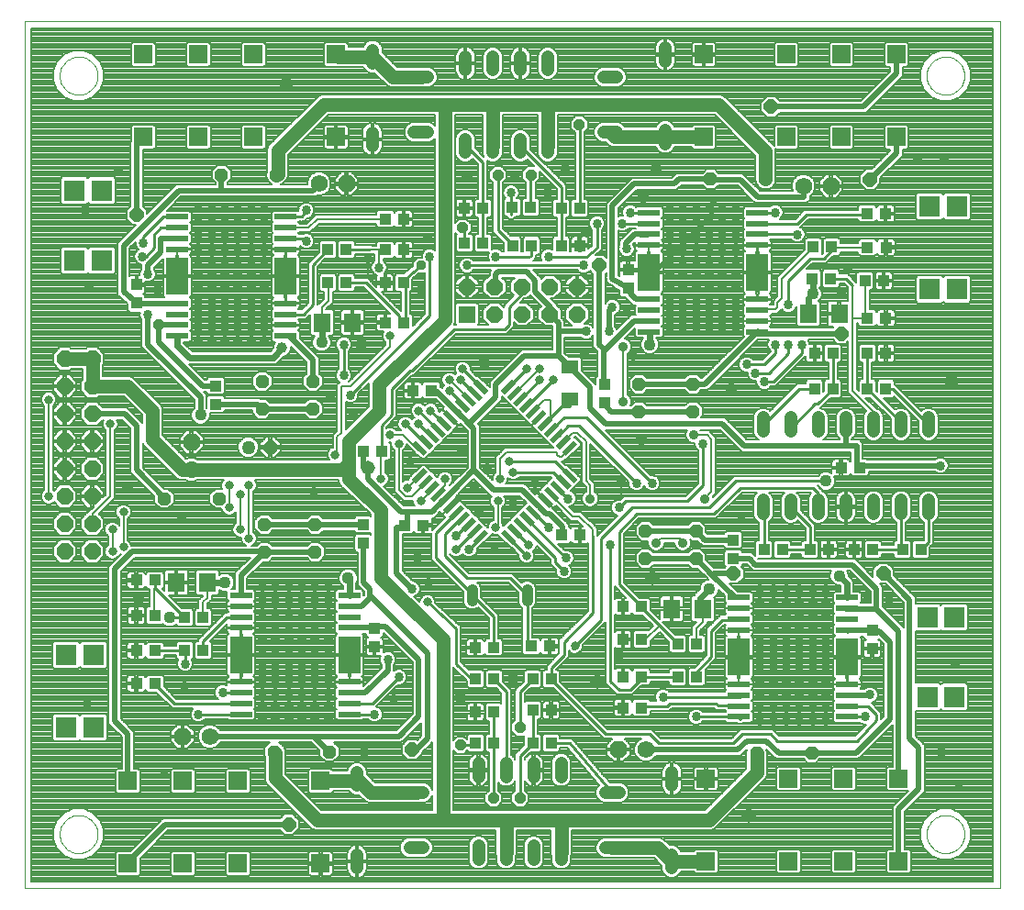
<source format=gtl>
G75*
G70*
%OFA0B0*%
%FSLAX24Y24*%
%IPPOS*%
%LPD*%
%AMOC8*
5,1,8,0,0,1.08239X$1,22.5*
%
%ADD10C,0.0000*%
%ADD11OC8,0.0600*%
%ADD12R,0.0591X0.0197*%
%ADD13R,0.0197X0.0591*%
%ADD14R,0.0394X0.0433*%
%ADD15R,0.0630X0.0472*%
%ADD16C,0.0400*%
%ADD17R,0.0433X0.0394*%
%ADD18OC8,0.0500*%
%ADD19C,0.0500*%
%ADD20OC8,0.0630*%
%ADD21C,0.0630*%
%ADD22OC8,0.0480*%
%ADD23R,0.0787X0.0197*%
%ADD24R,0.0787X0.1339*%
%ADD25R,0.0768X0.0768*%
%ADD26R,0.0600X0.0600*%
%ADD27R,0.0650X0.0650*%
%ADD28C,0.0480*%
%ADD29R,0.0630X0.0710*%
%ADD30OC8,0.0620*%
%ADD31C,0.0620*%
%ADD32C,0.0500*%
%ADD33C,0.0515*%
%ADD34C,0.0200*%
%ADD35C,0.0338*%
%ADD36C,0.0436*%
%ADD37C,0.0080*%
%ADD38C,0.0357*%
%ADD39C,0.0318*%
%ADD40C,0.0160*%
%ADD41C,0.0100*%
%ADD42OC8,0.0515*%
%ADD43OC8,0.0397*%
%ADD44OC8,0.0338*%
%ADD45C,0.0240*%
%ADD46C,0.0397*%
D10*
X001500Y002461D02*
X001500Y033957D01*
X036933Y033957D01*
X036933Y002461D01*
X001500Y002461D01*
X002780Y004430D02*
X002782Y004482D01*
X002788Y004534D01*
X002798Y004585D01*
X002811Y004635D01*
X002829Y004685D01*
X002850Y004732D01*
X002874Y004778D01*
X002903Y004822D01*
X002934Y004864D01*
X002968Y004903D01*
X003005Y004940D01*
X003045Y004973D01*
X003088Y005004D01*
X003132Y005031D01*
X003178Y005055D01*
X003227Y005075D01*
X003276Y005091D01*
X003327Y005104D01*
X003378Y005113D01*
X003430Y005118D01*
X003482Y005119D01*
X003534Y005116D01*
X003586Y005109D01*
X003637Y005098D01*
X003687Y005084D01*
X003736Y005065D01*
X003783Y005043D01*
X003828Y005018D01*
X003872Y004989D01*
X003913Y004957D01*
X003952Y004922D01*
X003987Y004884D01*
X004020Y004843D01*
X004050Y004801D01*
X004076Y004756D01*
X004099Y004709D01*
X004118Y004660D01*
X004134Y004610D01*
X004146Y004560D01*
X004154Y004508D01*
X004158Y004456D01*
X004158Y004404D01*
X004154Y004352D01*
X004146Y004300D01*
X004134Y004250D01*
X004118Y004200D01*
X004099Y004151D01*
X004076Y004104D01*
X004050Y004059D01*
X004020Y004017D01*
X003987Y003976D01*
X003952Y003938D01*
X003913Y003903D01*
X003872Y003871D01*
X003828Y003842D01*
X003783Y003817D01*
X003736Y003795D01*
X003687Y003776D01*
X003637Y003762D01*
X003586Y003751D01*
X003534Y003744D01*
X003482Y003741D01*
X003430Y003742D01*
X003378Y003747D01*
X003327Y003756D01*
X003276Y003769D01*
X003227Y003785D01*
X003178Y003805D01*
X003132Y003829D01*
X003088Y003856D01*
X003045Y003887D01*
X003005Y003920D01*
X002968Y003957D01*
X002934Y003996D01*
X002903Y004038D01*
X002874Y004082D01*
X002850Y004128D01*
X002829Y004175D01*
X002811Y004225D01*
X002798Y004275D01*
X002788Y004326D01*
X002782Y004378D01*
X002780Y004430D01*
X002780Y031989D02*
X002782Y032041D01*
X002788Y032093D01*
X002798Y032144D01*
X002811Y032194D01*
X002829Y032244D01*
X002850Y032291D01*
X002874Y032337D01*
X002903Y032381D01*
X002934Y032423D01*
X002968Y032462D01*
X003005Y032499D01*
X003045Y032532D01*
X003088Y032563D01*
X003132Y032590D01*
X003178Y032614D01*
X003227Y032634D01*
X003276Y032650D01*
X003327Y032663D01*
X003378Y032672D01*
X003430Y032677D01*
X003482Y032678D01*
X003534Y032675D01*
X003586Y032668D01*
X003637Y032657D01*
X003687Y032643D01*
X003736Y032624D01*
X003783Y032602D01*
X003828Y032577D01*
X003872Y032548D01*
X003913Y032516D01*
X003952Y032481D01*
X003987Y032443D01*
X004020Y032402D01*
X004050Y032360D01*
X004076Y032315D01*
X004099Y032268D01*
X004118Y032219D01*
X004134Y032169D01*
X004146Y032119D01*
X004154Y032067D01*
X004158Y032015D01*
X004158Y031963D01*
X004154Y031911D01*
X004146Y031859D01*
X004134Y031809D01*
X004118Y031759D01*
X004099Y031710D01*
X004076Y031663D01*
X004050Y031618D01*
X004020Y031576D01*
X003987Y031535D01*
X003952Y031497D01*
X003913Y031462D01*
X003872Y031430D01*
X003828Y031401D01*
X003783Y031376D01*
X003736Y031354D01*
X003687Y031335D01*
X003637Y031321D01*
X003586Y031310D01*
X003534Y031303D01*
X003482Y031300D01*
X003430Y031301D01*
X003378Y031306D01*
X003327Y031315D01*
X003276Y031328D01*
X003227Y031344D01*
X003178Y031364D01*
X003132Y031388D01*
X003088Y031415D01*
X003045Y031446D01*
X003005Y031479D01*
X002968Y031516D01*
X002934Y031555D01*
X002903Y031597D01*
X002874Y031641D01*
X002850Y031687D01*
X002829Y031734D01*
X002811Y031784D01*
X002798Y031834D01*
X002788Y031885D01*
X002782Y031937D01*
X002780Y031989D01*
X034276Y031989D02*
X034278Y032041D01*
X034284Y032093D01*
X034294Y032144D01*
X034307Y032194D01*
X034325Y032244D01*
X034346Y032291D01*
X034370Y032337D01*
X034399Y032381D01*
X034430Y032423D01*
X034464Y032462D01*
X034501Y032499D01*
X034541Y032532D01*
X034584Y032563D01*
X034628Y032590D01*
X034674Y032614D01*
X034723Y032634D01*
X034772Y032650D01*
X034823Y032663D01*
X034874Y032672D01*
X034926Y032677D01*
X034978Y032678D01*
X035030Y032675D01*
X035082Y032668D01*
X035133Y032657D01*
X035183Y032643D01*
X035232Y032624D01*
X035279Y032602D01*
X035324Y032577D01*
X035368Y032548D01*
X035409Y032516D01*
X035448Y032481D01*
X035483Y032443D01*
X035516Y032402D01*
X035546Y032360D01*
X035572Y032315D01*
X035595Y032268D01*
X035614Y032219D01*
X035630Y032169D01*
X035642Y032119D01*
X035650Y032067D01*
X035654Y032015D01*
X035654Y031963D01*
X035650Y031911D01*
X035642Y031859D01*
X035630Y031809D01*
X035614Y031759D01*
X035595Y031710D01*
X035572Y031663D01*
X035546Y031618D01*
X035516Y031576D01*
X035483Y031535D01*
X035448Y031497D01*
X035409Y031462D01*
X035368Y031430D01*
X035324Y031401D01*
X035279Y031376D01*
X035232Y031354D01*
X035183Y031335D01*
X035133Y031321D01*
X035082Y031310D01*
X035030Y031303D01*
X034978Y031300D01*
X034926Y031301D01*
X034874Y031306D01*
X034823Y031315D01*
X034772Y031328D01*
X034723Y031344D01*
X034674Y031364D01*
X034628Y031388D01*
X034584Y031415D01*
X034541Y031446D01*
X034501Y031479D01*
X034464Y031516D01*
X034430Y031555D01*
X034399Y031597D01*
X034370Y031641D01*
X034346Y031687D01*
X034325Y031734D01*
X034307Y031784D01*
X034294Y031834D01*
X034284Y031885D01*
X034278Y031937D01*
X034276Y031989D01*
X034276Y004430D02*
X034278Y004482D01*
X034284Y004534D01*
X034294Y004585D01*
X034307Y004635D01*
X034325Y004685D01*
X034346Y004732D01*
X034370Y004778D01*
X034399Y004822D01*
X034430Y004864D01*
X034464Y004903D01*
X034501Y004940D01*
X034541Y004973D01*
X034584Y005004D01*
X034628Y005031D01*
X034674Y005055D01*
X034723Y005075D01*
X034772Y005091D01*
X034823Y005104D01*
X034874Y005113D01*
X034926Y005118D01*
X034978Y005119D01*
X035030Y005116D01*
X035082Y005109D01*
X035133Y005098D01*
X035183Y005084D01*
X035232Y005065D01*
X035279Y005043D01*
X035324Y005018D01*
X035368Y004989D01*
X035409Y004957D01*
X035448Y004922D01*
X035483Y004884D01*
X035516Y004843D01*
X035546Y004801D01*
X035572Y004756D01*
X035595Y004709D01*
X035614Y004660D01*
X035630Y004610D01*
X035642Y004560D01*
X035650Y004508D01*
X035654Y004456D01*
X035654Y004404D01*
X035650Y004352D01*
X035642Y004300D01*
X035630Y004250D01*
X035614Y004200D01*
X035595Y004151D01*
X035572Y004104D01*
X035546Y004059D01*
X035516Y004017D01*
X035483Y003976D01*
X035448Y003938D01*
X035409Y003903D01*
X035368Y003871D01*
X035324Y003842D01*
X035279Y003817D01*
X035232Y003795D01*
X035183Y003776D01*
X035133Y003762D01*
X035082Y003751D01*
X035030Y003744D01*
X034978Y003741D01*
X034926Y003742D01*
X034874Y003747D01*
X034823Y003756D01*
X034772Y003769D01*
X034723Y003785D01*
X034674Y003805D01*
X034628Y003829D01*
X034584Y003856D01*
X034541Y003887D01*
X034501Y003920D01*
X034464Y003957D01*
X034430Y003996D01*
X034399Y004038D01*
X034370Y004082D01*
X034346Y004128D01*
X034325Y004175D01*
X034307Y004225D01*
X034294Y004275D01*
X034284Y004326D01*
X034278Y004378D01*
X034276Y004430D01*
D11*
X021580Y023321D03*
X020580Y023321D03*
X019580Y023321D03*
X018580Y023321D03*
X018580Y024321D03*
X017580Y024321D03*
X019580Y024321D03*
X020580Y024321D03*
X021580Y024321D03*
X003969Y021709D03*
X003969Y020709D03*
X003969Y019709D03*
X003969Y018709D03*
X003969Y017709D03*
X003969Y016709D03*
X003969Y015709D03*
X003969Y014709D03*
X002969Y014709D03*
X002969Y015709D03*
X002969Y016709D03*
X002969Y017709D03*
X002969Y018709D03*
X002969Y019709D03*
X002969Y020709D03*
X002969Y021709D03*
D12*
G36*
X016134Y017594D02*
X015718Y017178D01*
X015580Y017316D01*
X015996Y017732D01*
X016134Y017594D01*
G37*
G36*
X016357Y017371D02*
X015941Y016955D01*
X015803Y017093D01*
X016219Y017509D01*
X016357Y017371D01*
G37*
G36*
X016580Y017149D02*
X016164Y016733D01*
X016026Y016871D01*
X016442Y017287D01*
X016580Y017149D01*
G37*
G36*
X016802Y016926D02*
X016386Y016510D01*
X016248Y016648D01*
X016664Y017064D01*
X016802Y016926D01*
G37*
G36*
X017025Y016703D02*
X016609Y016287D01*
X016471Y016425D01*
X016887Y016841D01*
X017025Y016703D01*
G37*
G36*
X017248Y016481D02*
X016832Y016065D01*
X016694Y016203D01*
X017110Y016619D01*
X017248Y016481D01*
G37*
G36*
X017470Y016258D02*
X017054Y015842D01*
X016916Y015980D01*
X017332Y016396D01*
X017470Y016258D01*
G37*
G36*
X017693Y016035D02*
X017277Y015619D01*
X017139Y015757D01*
X017555Y016173D01*
X017693Y016035D01*
G37*
G36*
X017916Y015812D02*
X017500Y015396D01*
X017362Y015534D01*
X017778Y015950D01*
X017916Y015812D01*
G37*
G36*
X018139Y015590D02*
X017723Y015174D01*
X017585Y015312D01*
X018001Y015728D01*
X018139Y015590D01*
G37*
G36*
X018361Y015367D02*
X017945Y014951D01*
X017807Y015089D01*
X018223Y015505D01*
X018361Y015367D01*
G37*
G36*
X021591Y018596D02*
X021175Y018180D01*
X021037Y018318D01*
X021453Y018734D01*
X021591Y018596D01*
G37*
G36*
X021368Y018819D02*
X020952Y018403D01*
X020814Y018541D01*
X021230Y018957D01*
X021368Y018819D01*
G37*
G36*
X021145Y019042D02*
X020729Y018626D01*
X020591Y018764D01*
X021007Y019180D01*
X021145Y019042D01*
G37*
G36*
X020922Y019264D02*
X020506Y018848D01*
X020368Y018986D01*
X020784Y019402D01*
X020922Y019264D01*
G37*
G36*
X020700Y019487D02*
X020284Y019071D01*
X020146Y019209D01*
X020562Y019625D01*
X020700Y019487D01*
G37*
G36*
X020477Y019710D02*
X020061Y019294D01*
X019923Y019432D01*
X020339Y019848D01*
X020477Y019710D01*
G37*
G36*
X020254Y019933D02*
X019838Y019517D01*
X019700Y019655D01*
X020116Y020071D01*
X020254Y019933D01*
G37*
G36*
X020032Y020155D02*
X019616Y019739D01*
X019478Y019877D01*
X019894Y020293D01*
X020032Y020155D01*
G37*
G36*
X019809Y020378D02*
X019393Y019962D01*
X019255Y020100D01*
X019671Y020516D01*
X019809Y020378D01*
G37*
G36*
X019586Y020601D02*
X019170Y020185D01*
X019032Y020323D01*
X019448Y020739D01*
X019586Y020601D01*
G37*
G36*
X019363Y020823D02*
X018947Y020407D01*
X018809Y020545D01*
X019225Y020961D01*
X019363Y020823D01*
G37*
D13*
G36*
X018361Y020545D02*
X018223Y020407D01*
X017807Y020823D01*
X017945Y020961D01*
X018361Y020545D01*
G37*
G36*
X018139Y020323D02*
X018001Y020185D01*
X017585Y020601D01*
X017723Y020739D01*
X018139Y020323D01*
G37*
G36*
X017916Y020100D02*
X017778Y019962D01*
X017362Y020378D01*
X017500Y020516D01*
X017916Y020100D01*
G37*
G36*
X017693Y019877D02*
X017555Y019739D01*
X017139Y020155D01*
X017277Y020293D01*
X017693Y019877D01*
G37*
G36*
X017470Y019655D02*
X017332Y019517D01*
X016916Y019933D01*
X017054Y020071D01*
X017470Y019655D01*
G37*
G36*
X017248Y019432D02*
X017110Y019294D01*
X016694Y019710D01*
X016832Y019848D01*
X017248Y019432D01*
G37*
G36*
X017025Y019209D02*
X016887Y019071D01*
X016471Y019487D01*
X016609Y019625D01*
X017025Y019209D01*
G37*
G36*
X016802Y018986D02*
X016664Y018848D01*
X016248Y019264D01*
X016386Y019402D01*
X016802Y018986D01*
G37*
G36*
X016580Y018764D02*
X016442Y018626D01*
X016026Y019042D01*
X016164Y019180D01*
X016580Y018764D01*
G37*
G36*
X016357Y018541D02*
X016219Y018403D01*
X015803Y018819D01*
X015941Y018957D01*
X016357Y018541D01*
G37*
G36*
X016134Y018318D02*
X015996Y018180D01*
X015580Y018596D01*
X015718Y018734D01*
X016134Y018318D01*
G37*
G36*
X019363Y015089D02*
X019225Y014951D01*
X018809Y015367D01*
X018947Y015505D01*
X019363Y015089D01*
G37*
G36*
X019586Y015312D02*
X019448Y015174D01*
X019032Y015590D01*
X019170Y015728D01*
X019586Y015312D01*
G37*
G36*
X019809Y015534D02*
X019671Y015396D01*
X019255Y015812D01*
X019393Y015950D01*
X019809Y015534D01*
G37*
G36*
X020032Y015757D02*
X019894Y015619D01*
X019478Y016035D01*
X019616Y016173D01*
X020032Y015757D01*
G37*
G36*
X020254Y015980D02*
X020116Y015842D01*
X019700Y016258D01*
X019838Y016396D01*
X020254Y015980D01*
G37*
G36*
X020477Y016203D02*
X020339Y016065D01*
X019923Y016481D01*
X020061Y016619D01*
X020477Y016203D01*
G37*
G36*
X020700Y016425D02*
X020562Y016287D01*
X020146Y016703D01*
X020284Y016841D01*
X020700Y016425D01*
G37*
G36*
X020922Y016648D02*
X020784Y016510D01*
X020368Y016926D01*
X020506Y017064D01*
X020922Y016648D01*
G37*
G36*
X021145Y016871D02*
X021007Y016733D01*
X020591Y017149D01*
X020729Y017287D01*
X021145Y016871D01*
G37*
G36*
X021368Y017093D02*
X021230Y016955D01*
X020814Y017371D01*
X020952Y017509D01*
X021368Y017093D01*
G37*
G36*
X021591Y017316D02*
X021453Y017178D01*
X021037Y017594D01*
X021175Y017732D01*
X021591Y017316D01*
G37*
D14*
X023245Y011501D03*
X023915Y011501D03*
X025245Y011341D03*
X025915Y011341D03*
X025915Y010141D03*
X025245Y010141D03*
X020635Y010061D03*
X019965Y010061D03*
X019965Y008941D03*
X020635Y008941D03*
X020635Y007741D03*
X019965Y007741D03*
X018555Y007741D03*
X017885Y007741D03*
X017885Y008861D03*
X018555Y008861D03*
X018555Y010061D03*
X017885Y010061D03*
X014220Y011247D03*
X014220Y011916D03*
X007995Y012301D03*
X007325Y012301D03*
X006235Y012381D03*
X005565Y012381D03*
X007325Y011101D03*
X007995Y011101D03*
X013812Y018347D03*
X014482Y018347D03*
X014605Y024461D03*
X015275Y024461D03*
X013195Y024461D03*
X012525Y024461D03*
X012525Y025661D03*
X013195Y025661D03*
X017485Y025901D03*
X018155Y025901D03*
X019245Y025821D03*
X019915Y025821D03*
X021005Y025821D03*
X021675Y025821D03*
X021675Y027181D03*
X021005Y027181D03*
X019896Y027197D03*
X019227Y027197D03*
X018155Y027181D03*
X017485Y027181D03*
X023437Y024937D03*
X023437Y024268D03*
X030125Y024621D03*
X030795Y024621D03*
X030829Y025764D03*
X030159Y025764D03*
X032045Y024541D03*
X032715Y024541D03*
X032795Y021901D03*
X032125Y021901D03*
X030875Y021901D03*
X030205Y021901D03*
X030205Y020621D03*
X030875Y020621D03*
X032125Y020621D03*
X032795Y020621D03*
X032315Y014781D03*
X031645Y014781D03*
X030715Y014781D03*
X030045Y014781D03*
X029035Y014781D03*
X028365Y014781D03*
X032300Y011836D03*
X032300Y011167D03*
X033405Y014781D03*
X034075Y014781D03*
X005580Y023727D03*
X005580Y024396D03*
D15*
X021320Y021409D03*
X021320Y020228D03*
D16*
X019765Y013314D02*
X019765Y012914D01*
X017765Y012914D02*
X017765Y013314D01*
D17*
X017883Y011209D03*
X018553Y011209D03*
X019909Y011260D03*
X020578Y011260D03*
X023245Y010141D03*
X023915Y010141D03*
X023915Y009021D03*
X023245Y009021D03*
X023245Y012701D03*
X023915Y012701D03*
X021675Y015301D03*
X021005Y015301D03*
X015985Y015656D03*
X015316Y015656D03*
X013820Y015676D03*
X013820Y015007D03*
X008460Y020047D03*
X008460Y020716D03*
X014605Y023021D03*
X015275Y023021D03*
X015619Y020547D03*
X016289Y020547D03*
X015275Y025661D03*
X014605Y025661D03*
X014605Y026781D03*
X015275Y026781D03*
X022596Y020771D03*
X022596Y020102D03*
X027260Y015116D03*
X027260Y014447D03*
X031165Y017741D03*
X031835Y017741D03*
X032125Y023181D03*
X032795Y023181D03*
X032799Y025755D03*
X032130Y025755D03*
X032116Y026981D03*
X032785Y026981D03*
X006235Y013661D03*
X005565Y013661D03*
X005565Y011101D03*
X006235Y011101D03*
X006235Y009901D03*
X005565Y009901D03*
D18*
X010432Y018487D03*
D19*
X009632Y018487D03*
D20*
X007570Y018674D03*
D21*
X007570Y017674D03*
D22*
X006580Y016621D03*
X008580Y016621D03*
X010220Y015681D03*
X010220Y014681D03*
X012060Y014681D03*
X012060Y015681D03*
X011980Y019881D03*
X011980Y020881D03*
X010140Y020881D03*
X010140Y019881D03*
X010660Y028381D03*
X008660Y028381D03*
X023828Y020782D03*
X023828Y019782D03*
X025785Y019782D03*
X025785Y020782D03*
X025900Y015441D03*
X025900Y014441D03*
X024060Y014441D03*
X024060Y015441D03*
X028100Y007381D03*
X030100Y007381D03*
X012580Y007421D03*
X010580Y007421D03*
X026427Y028234D03*
X028427Y028234D03*
D23*
X028124Y027013D03*
X028124Y026619D03*
X028124Y026225D03*
X028124Y025832D03*
X028124Y023863D03*
X028124Y023470D03*
X028124Y023076D03*
X028124Y022682D03*
X024187Y022682D03*
X024187Y023076D03*
X024187Y023470D03*
X024187Y023863D03*
X024187Y025832D03*
X024187Y026225D03*
X024187Y026619D03*
X024187Y027013D03*
X010989Y026867D03*
X010989Y026473D03*
X010989Y026079D03*
X010989Y025686D03*
X010989Y023717D03*
X010989Y023323D03*
X010989Y022930D03*
X010989Y022536D03*
X007051Y022536D03*
X007051Y022930D03*
X007051Y023323D03*
X007051Y023717D03*
X007051Y025686D03*
X007051Y026079D03*
X007051Y026473D03*
X007051Y026867D03*
X009371Y013107D03*
X009371Y012713D03*
X009371Y012319D03*
X009371Y011926D03*
X009371Y009957D03*
X009371Y009563D03*
X009371Y009170D03*
X009371Y008776D03*
X013309Y008776D03*
X013309Y009170D03*
X013309Y009563D03*
X013309Y009957D03*
X013309Y011926D03*
X013309Y012319D03*
X013309Y012713D03*
X013309Y013107D03*
X027451Y013027D03*
X027451Y012633D03*
X027451Y012239D03*
X027451Y011846D03*
X027451Y009877D03*
X027451Y009483D03*
X027451Y009090D03*
X027451Y008696D03*
X031389Y008696D03*
X031389Y009090D03*
X031389Y009483D03*
X031389Y009877D03*
X031389Y011846D03*
X031389Y012239D03*
X031389Y012633D03*
X031389Y013027D03*
D24*
X031389Y010861D03*
X027451Y010861D03*
X013309Y010941D03*
X009371Y010941D03*
X010989Y024701D03*
X007051Y024701D03*
X024187Y024848D03*
X028124Y024848D03*
D25*
X034397Y024226D03*
X035381Y024226D03*
X035381Y027237D03*
X034397Y027237D03*
X034300Y012301D03*
X035284Y012301D03*
X035284Y009421D03*
X034300Y009421D03*
X004300Y025261D03*
X003316Y025261D03*
X003316Y027821D03*
X004300Y027821D03*
X004004Y010941D03*
X003020Y010941D03*
X003020Y008301D03*
X004004Y008301D03*
D26*
X017580Y023321D03*
D27*
X012820Y029761D03*
X009820Y029761D03*
X007820Y029761D03*
X005820Y029761D03*
X005820Y032761D03*
X007820Y032761D03*
X009820Y032761D03*
X012820Y032761D03*
X026180Y032761D03*
X026180Y029761D03*
X029180Y029761D03*
X031180Y029761D03*
X033180Y029761D03*
X033180Y032761D03*
X031180Y032761D03*
X029180Y032761D03*
X029260Y006441D03*
X031260Y006441D03*
X033260Y006441D03*
X033260Y003441D03*
X031260Y003441D03*
X029260Y003441D03*
X026260Y003441D03*
X026260Y006441D03*
X012260Y006361D03*
X012260Y003361D03*
X009260Y003361D03*
X007260Y003361D03*
X005260Y003361D03*
X005260Y006361D03*
X007260Y006361D03*
X009260Y006361D03*
D28*
X013580Y006201D02*
X013580Y006681D01*
X015500Y005941D02*
X015980Y005941D01*
X015980Y004941D02*
X015500Y004941D01*
X015500Y003941D02*
X015980Y003941D01*
X018000Y004001D02*
X018000Y003521D01*
X019000Y003521D02*
X019000Y004001D01*
X020000Y004001D02*
X020000Y003521D01*
X021000Y003521D02*
X021000Y004001D01*
X022620Y003941D02*
X023100Y003941D01*
X023100Y004941D02*
X022620Y004941D01*
X022620Y005941D02*
X023100Y005941D01*
X025020Y006201D02*
X025020Y006681D01*
X025020Y003681D02*
X025020Y003201D01*
X021000Y006521D02*
X021000Y007001D01*
X020000Y007001D02*
X020000Y006521D01*
X019000Y006521D02*
X019000Y007001D01*
X018000Y007001D02*
X018000Y006521D01*
X013580Y003681D02*
X013580Y003201D01*
X028340Y016081D02*
X028340Y016561D01*
X029340Y016561D02*
X029340Y016081D01*
X030340Y016081D02*
X030340Y016561D01*
X031340Y016561D02*
X031340Y016081D01*
X032340Y016081D02*
X032340Y016561D01*
X033340Y016561D02*
X033340Y016081D01*
X034340Y016081D02*
X034340Y016561D01*
X034340Y019081D02*
X034340Y019561D01*
X033340Y019561D02*
X033340Y019081D01*
X032340Y019081D02*
X032340Y019561D01*
X031340Y019561D02*
X031340Y019081D01*
X030340Y019081D02*
X030340Y019561D01*
X029340Y019561D02*
X029340Y019081D01*
X028340Y019081D02*
X028340Y019561D01*
X020520Y029201D02*
X020520Y029681D01*
X019520Y029681D02*
X019520Y029201D01*
X018520Y029201D02*
X018520Y029681D01*
X017520Y029681D02*
X017520Y029201D01*
X016140Y029941D02*
X015660Y029941D01*
X015660Y030941D02*
X016140Y030941D01*
X016140Y031941D02*
X015660Y031941D01*
X014140Y032441D02*
X014140Y032921D01*
X014140Y029921D02*
X014140Y029441D01*
X017520Y032201D02*
X017520Y032681D01*
X018520Y032681D02*
X018520Y032201D01*
X019520Y032201D02*
X019520Y032681D01*
X020520Y032681D02*
X020520Y032201D01*
X022540Y031941D02*
X023020Y031941D01*
X023020Y030941D02*
X022540Y030941D01*
X022540Y029941D02*
X023020Y029941D01*
X024780Y030001D02*
X024780Y029521D01*
X024780Y032521D02*
X024780Y033001D01*
D29*
X029980Y023341D03*
X031100Y023341D03*
X026140Y012621D03*
X025020Y012621D03*
X013420Y023021D03*
X012300Y023021D03*
X008140Y013581D03*
X007020Y013581D03*
D30*
X007240Y007981D03*
X023080Y007501D03*
X030800Y027981D03*
X013200Y028061D03*
D31*
X012200Y028061D03*
X029800Y027981D03*
X008240Y007981D03*
X024080Y007501D03*
D32*
X022860Y004941D02*
X026380Y004941D01*
X028100Y006661D01*
X028100Y007381D01*
X024520Y003941D02*
X025020Y003441D01*
X026260Y003441D01*
X024520Y003941D02*
X022860Y003941D01*
X022860Y004941D02*
X021020Y004941D01*
X021000Y004921D01*
X021000Y003761D01*
X021020Y004941D02*
X018940Y004941D01*
X019000Y004881D01*
X019000Y003761D01*
X018940Y004941D02*
X016700Y004941D01*
X016700Y011501D01*
X014460Y013741D01*
X014460Y016221D01*
X013272Y017329D01*
X013272Y017901D01*
X013032Y017661D01*
X007580Y017661D01*
X007580Y017741D01*
X007570Y017674D01*
X007580Y017661D02*
X007260Y017661D01*
X006140Y018781D01*
X006140Y019821D01*
X005252Y020709D01*
X003969Y020709D01*
X003969Y021709D01*
X002969Y021709D01*
X010660Y028381D02*
X010700Y028421D01*
X010700Y029261D01*
X012380Y030941D01*
X015900Y030941D01*
X016780Y030941D01*
X018620Y030941D01*
X018520Y030841D01*
X018520Y029441D01*
X018620Y030941D02*
X020540Y030941D01*
X020520Y030921D01*
X020520Y029441D01*
X020540Y030941D02*
X022780Y030941D01*
X022700Y030941D01*
X022780Y030941D02*
X026720Y030941D01*
X028427Y029234D01*
X028427Y028234D01*
X026180Y029761D02*
X024780Y029761D01*
X022960Y029761D01*
X022780Y029941D01*
X016780Y030941D02*
X016780Y023101D01*
X014380Y020781D01*
X014380Y019821D01*
X013272Y018714D01*
X013272Y017901D01*
X010580Y007421D02*
X010620Y007381D01*
X010620Y006461D01*
X012140Y004941D01*
X015740Y004941D01*
X016700Y004941D01*
X015740Y005941D02*
X014080Y005941D01*
X013580Y006441D01*
X013500Y006361D01*
X012260Y006361D01*
X014880Y031941D02*
X014140Y032681D01*
X012900Y032681D01*
X012820Y032761D01*
X014880Y031941D02*
X015900Y031941D01*
D33*
X011020Y031661D03*
X013980Y017741D03*
X022300Y009981D03*
X024300Y013741D03*
X027820Y005101D03*
X035180Y020861D03*
D34*
X034780Y017821D02*
X031755Y017821D01*
X031835Y017741D01*
X031740Y017741D01*
X031740Y018541D01*
X031260Y018541D01*
X031340Y018621D01*
X031340Y019321D01*
X031260Y018541D02*
X027660Y018541D01*
X026860Y019341D01*
X022620Y019341D01*
X022060Y019901D01*
X022060Y020669D01*
X021320Y021409D01*
X020908Y021821D01*
X020908Y022781D01*
X020988Y022701D01*
X021900Y022701D01*
X022380Y022221D02*
X022540Y022061D01*
X022540Y021981D01*
X022540Y020781D01*
X022620Y020781D01*
X022596Y020771D01*
X022540Y020061D02*
X022819Y019782D01*
X023828Y019782D01*
X025785Y019782D01*
X025820Y020781D02*
X025785Y020782D01*
X023828Y020782D01*
X022540Y021981D02*
X023634Y023076D01*
X024187Y023076D01*
X024187Y023863D02*
X023698Y023863D01*
X023500Y024061D01*
X023500Y024364D01*
X023437Y024268D01*
X023134Y024428D01*
X022860Y024621D01*
X022860Y027261D01*
X023660Y028061D01*
X025100Y028061D01*
X025273Y028234D01*
X026427Y028234D01*
X026460Y028221D01*
X026380Y028221D01*
X026460Y028221D02*
X027500Y028221D01*
X028140Y027581D01*
X029820Y027581D01*
X029800Y027981D01*
X032220Y028221D02*
X033180Y029181D01*
X033180Y029761D01*
X031980Y030861D02*
X028620Y030861D01*
X031980Y030861D02*
X033180Y032061D01*
X033180Y032761D01*
X024187Y026225D02*
X024140Y026221D01*
X023900Y026221D01*
X023824Y026225D01*
X023664Y026225D01*
X023340Y025901D01*
X023340Y025741D01*
X023380Y025701D01*
X022380Y025101D02*
X022380Y022221D01*
X022740Y022701D02*
X022740Y023461D01*
X022860Y023581D01*
X020908Y022994D02*
X020908Y022781D01*
X020908Y022994D02*
X020580Y023321D01*
X020620Y023341D01*
X020620Y023581D01*
X020060Y024141D01*
X020060Y024541D01*
X019740Y024861D01*
X018700Y024861D01*
X018620Y024781D01*
X018620Y024381D01*
X018580Y024321D01*
X019660Y021821D02*
X020908Y021821D01*
X019660Y021821D02*
X018620Y020781D01*
X018620Y020301D01*
X017660Y019341D01*
X017820Y019181D01*
X017820Y017661D01*
X018540Y016941D01*
X019580Y016941D01*
X020180Y016342D01*
X020200Y016342D01*
X020220Y016301D01*
X020460Y016061D01*
X020580Y016061D01*
X021045Y015596D01*
X021005Y015301D01*
X020437Y016564D02*
X020423Y016564D01*
X017820Y017661D02*
X017045Y016887D01*
X017045Y016861D01*
X016748Y016564D01*
X016748Y016589D01*
X016748Y016564D02*
X016723Y016564D01*
X016300Y016141D01*
X015420Y016141D01*
X015180Y016141D01*
X013980Y017341D01*
X013980Y017741D01*
X013900Y017741D01*
X013820Y017821D01*
X013820Y018301D01*
X013812Y018347D01*
X011980Y019881D02*
X010140Y019881D01*
X009975Y020047D01*
X008460Y020047D01*
X007900Y020301D02*
X007900Y019661D01*
X007900Y020301D02*
X005980Y022221D01*
X005980Y023301D01*
X006380Y022941D02*
X007040Y022941D01*
X007051Y022930D01*
X006380Y022941D02*
X006380Y022301D01*
X007965Y020716D01*
X008460Y020716D01*
X010989Y022536D02*
X011105Y022536D01*
X011980Y021661D01*
X011980Y020881D01*
X016289Y020547D02*
X016440Y020547D01*
X017193Y019794D01*
X017208Y019794D01*
X017660Y019341D01*
X017260Y016621D02*
X016980Y016342D01*
X016971Y016342D01*
X015420Y016141D02*
X015420Y015760D01*
X015316Y015656D01*
X015340Y015661D01*
X015340Y015581D01*
X015020Y015581D01*
X015020Y013901D01*
X015580Y013341D01*
X014620Y011981D02*
X014285Y011981D01*
X014220Y011916D01*
X014210Y011926D01*
X013309Y011926D01*
X013309Y012713D02*
X013752Y012713D01*
X014060Y013021D01*
X014060Y013101D01*
X016140Y011021D01*
X016140Y007901D01*
X015740Y007501D01*
X015580Y007501D01*
X015100Y007981D02*
X012020Y007981D01*
X012580Y007421D01*
X012020Y007981D02*
X008240Y007981D01*
X005260Y008061D02*
X005260Y006361D01*
X006620Y004781D02*
X011100Y004781D01*
X015100Y007981D02*
X015820Y008701D01*
X015820Y010781D01*
X014620Y011981D01*
X014060Y013101D02*
X014060Y013341D01*
X013820Y013581D01*
X013820Y014941D01*
X013820Y015007D01*
X013820Y015021D01*
X013820Y014941D02*
X013900Y015021D01*
X013820Y015676D02*
X012065Y015676D01*
X012060Y015681D01*
X012120Y015681D01*
X012140Y015661D01*
X012060Y015681D02*
X010220Y015681D01*
X010220Y014701D02*
X010220Y014681D01*
X009371Y013833D01*
X009371Y013107D01*
X010220Y014681D02*
X012060Y014681D01*
X010220Y014701D02*
X005420Y014701D01*
X004780Y014061D01*
X004780Y008541D01*
X005260Y008061D01*
X006620Y004781D02*
X005260Y003421D01*
X005260Y003361D01*
X013309Y009563D02*
X013882Y009563D01*
X014700Y010381D01*
X014700Y010781D01*
X006620Y016621D02*
X005580Y017661D01*
X005580Y019261D01*
X005132Y019709D01*
X003969Y019709D01*
X005500Y023661D02*
X005556Y023717D01*
X005580Y023741D01*
X005580Y023727D01*
X005100Y024127D01*
X005100Y025821D01*
X007100Y027821D01*
X008700Y027821D01*
X008660Y027861D01*
X008660Y028381D01*
X008700Y027821D02*
X011980Y027821D01*
X012220Y028061D01*
X012200Y028061D01*
X007051Y026079D02*
X006478Y026079D01*
X006460Y026061D01*
X006460Y025581D01*
X005980Y025101D01*
X005980Y024781D01*
X005556Y023717D02*
X007051Y023717D01*
X005580Y026941D02*
X005580Y029521D01*
X005820Y029761D01*
X024060Y015441D02*
X025900Y015441D01*
X026225Y015116D01*
X027260Y015116D01*
X027260Y014447D02*
X027835Y014447D01*
X028060Y014221D01*
X031580Y014221D01*
X032460Y013341D01*
X032460Y012621D01*
X031420Y012621D01*
X031389Y012633D01*
X031420Y012621D02*
X031340Y012621D01*
X031389Y011846D02*
X031420Y011821D01*
X031435Y011836D01*
X032300Y011836D01*
X032315Y011821D01*
X032540Y011821D01*
X032940Y011421D01*
X032940Y008621D01*
X031700Y007381D01*
X030100Y007381D01*
X028900Y007381D01*
X028460Y007821D01*
X027740Y007821D01*
X027420Y007501D01*
X024080Y007501D01*
X027315Y013027D02*
X026490Y013851D01*
X026540Y013901D01*
X027260Y013901D01*
X026490Y013851D02*
X025900Y014441D01*
X024060Y014441D01*
X027315Y013027D02*
X027451Y013027D01*
X031389Y011846D02*
X031398Y011836D01*
X032460Y012621D02*
X033260Y011821D01*
X033260Y006441D01*
X033980Y006061D02*
X033980Y007581D01*
X033660Y007901D01*
X033660Y012941D01*
X032700Y013901D01*
X032220Y009501D02*
X032202Y009483D01*
X031389Y009483D01*
X033980Y006061D02*
X033260Y005341D01*
X033260Y003441D01*
X026220Y020781D02*
X025820Y020781D01*
X026220Y020781D02*
X026381Y020942D01*
X026385Y020942D01*
X028124Y022682D01*
X028140Y022701D01*
X028140Y022621D01*
X031180Y022621D01*
D35*
X029740Y022221D03*
X029260Y022221D03*
X028780Y022221D03*
X028060Y021181D03*
X028380Y020861D03*
X027740Y021501D03*
X027340Y022861D03*
X026860Y022861D03*
X026380Y022861D03*
X026380Y023341D03*
X026860Y023341D03*
X027340Y023341D03*
X027340Y023821D03*
X026860Y023821D03*
X026380Y023821D03*
X025900Y023821D03*
X025900Y023341D03*
X025900Y022861D03*
X025420Y022861D03*
X024940Y022861D03*
X024940Y023341D03*
X025420Y023341D03*
X025420Y023821D03*
X024940Y023821D03*
X024940Y024301D03*
X025420Y024301D03*
X025900Y024301D03*
X025900Y024781D03*
X025420Y024781D03*
X024940Y024781D03*
X024940Y025261D03*
X025420Y025261D03*
X025900Y025261D03*
X026380Y025261D03*
X026380Y024781D03*
X026380Y024301D03*
X026860Y024301D03*
X027340Y024301D03*
X027340Y024781D03*
X026860Y024781D03*
X026860Y025261D03*
X027340Y025261D03*
X027340Y025741D03*
X026860Y025741D03*
X026380Y025741D03*
X026380Y026221D03*
X026860Y026221D03*
X027340Y026221D03*
X027340Y026701D03*
X026860Y026701D03*
X026380Y026701D03*
X025900Y026701D03*
X025900Y026221D03*
X025900Y025741D03*
X025420Y025741D03*
X024940Y025741D03*
X024940Y026221D03*
X025420Y026221D03*
X025420Y026701D03*
X024940Y026701D03*
X024940Y027181D03*
X025420Y027181D03*
X025900Y027181D03*
X026380Y027181D03*
X026860Y027181D03*
X027340Y027181D03*
X028780Y027021D03*
X029580Y026221D03*
X029260Y023661D03*
X026140Y018621D03*
X024300Y017181D03*
X023740Y017181D03*
X023100Y016301D03*
X022780Y014941D03*
X021180Y014461D03*
X021100Y013981D03*
X020540Y015581D03*
X021260Y016621D03*
X018580Y014861D03*
X017660Y014781D03*
X017180Y015261D03*
X016180Y013581D03*
X015580Y013341D03*
X014700Y010781D03*
X015100Y010141D03*
X014900Y009341D03*
X014220Y008781D03*
X013860Y007421D03*
X012540Y008621D03*
X012060Y008621D03*
X011580Y008621D03*
X011100Y008621D03*
X010620Y008621D03*
X010140Y008621D03*
X010140Y009101D03*
X010620Y009101D03*
X011100Y009101D03*
X011580Y009101D03*
X011580Y009581D03*
X011100Y009581D03*
X010620Y009581D03*
X010140Y009581D03*
X010140Y010061D03*
X010620Y010061D03*
X011100Y010061D03*
X011580Y010061D03*
X012060Y010061D03*
X012060Y009581D03*
X012060Y009101D03*
X012540Y009101D03*
X012540Y009581D03*
X012540Y010061D03*
X012540Y010541D03*
X012060Y010541D03*
X012060Y011021D03*
X012540Y011021D03*
X012540Y011501D03*
X012060Y011501D03*
X011580Y011501D03*
X011580Y011021D03*
X011580Y010541D03*
X011100Y010541D03*
X010620Y010541D03*
X010140Y010541D03*
X010140Y011021D03*
X010620Y011021D03*
X011100Y011021D03*
X011100Y011501D03*
X010620Y011501D03*
X010140Y011501D03*
X010140Y011981D03*
X010620Y011981D03*
X011100Y011981D03*
X011580Y011981D03*
X011580Y012461D03*
X011100Y012461D03*
X010620Y012461D03*
X010140Y012461D03*
X010140Y012941D03*
X010620Y012941D03*
X011100Y012941D03*
X011580Y012941D03*
X012060Y012941D03*
X012060Y012461D03*
X012060Y011981D03*
X012540Y011981D03*
X012540Y012461D03*
X012540Y012941D03*
X012540Y013421D03*
X012060Y013421D03*
X011580Y013421D03*
X011100Y013421D03*
X010620Y013421D03*
X010140Y013421D03*
X007340Y010621D03*
X007300Y009821D03*
X007820Y008781D03*
X008700Y009581D03*
X006580Y006621D03*
X003780Y009181D03*
X013340Y020381D03*
X013100Y021101D03*
X013100Y022221D03*
X010220Y022381D03*
X009740Y022381D03*
X009260Y022381D03*
X008780Y022381D03*
X008300Y022381D03*
X007820Y022381D03*
X007820Y022861D03*
X008300Y022861D03*
X008780Y022861D03*
X009260Y022861D03*
X009260Y023341D03*
X008780Y023341D03*
X008300Y023341D03*
X007820Y023341D03*
X007820Y023821D03*
X008300Y023821D03*
X008780Y023821D03*
X009260Y023821D03*
X009740Y023821D03*
X009740Y023341D03*
X009740Y022861D03*
X010220Y022861D03*
X010220Y023341D03*
X010220Y023821D03*
X010220Y024301D03*
X009740Y024301D03*
X009740Y024781D03*
X010220Y024781D03*
X010220Y025261D03*
X009740Y025261D03*
X009260Y025261D03*
X009260Y024781D03*
X009260Y024301D03*
X008780Y024301D03*
X008300Y024301D03*
X007820Y024301D03*
X007820Y024781D03*
X008300Y024781D03*
X008780Y024781D03*
X008780Y025261D03*
X008300Y025261D03*
X007820Y025261D03*
X007820Y025741D03*
X008300Y025741D03*
X008780Y025741D03*
X009260Y025741D03*
X009260Y026221D03*
X008780Y026221D03*
X008300Y026221D03*
X007820Y026221D03*
X007820Y026701D03*
X008300Y026701D03*
X008780Y026701D03*
X009260Y026701D03*
X009740Y026701D03*
X009740Y026221D03*
X009740Y025741D03*
X010220Y025741D03*
X010220Y026221D03*
X010220Y026701D03*
X010220Y027181D03*
X009740Y027181D03*
X009260Y027181D03*
X008780Y027181D03*
X008300Y027181D03*
X007820Y027181D03*
X005820Y025901D03*
X005780Y025421D03*
X005980Y024781D03*
X005980Y023301D03*
X011740Y025981D03*
X011740Y027101D03*
X014380Y025021D03*
X016220Y025421D03*
X017580Y025101D03*
X018620Y025421D03*
X020540Y025421D03*
X021820Y025101D03*
X021940Y026301D03*
X022300Y026621D03*
X023220Y026621D03*
X023500Y027021D03*
X023380Y025701D03*
X022860Y023581D03*
X023380Y023501D03*
X022740Y022701D03*
X021900Y022701D03*
X021860Y021901D03*
X023620Y021821D03*
X027540Y015981D03*
X028220Y013341D03*
X028220Y012861D03*
X028220Y012381D03*
X028220Y011901D03*
X028220Y011421D03*
X028220Y010941D03*
X028220Y010461D03*
X028220Y009981D03*
X028220Y009501D03*
X028220Y009021D03*
X028220Y008541D03*
X028700Y008541D03*
X029180Y008541D03*
X029660Y008541D03*
X030140Y008541D03*
X030620Y008541D03*
X030620Y009021D03*
X030140Y009021D03*
X029660Y009021D03*
X029180Y009021D03*
X028700Y009021D03*
X028700Y009501D03*
X029180Y009501D03*
X029660Y009501D03*
X030140Y009501D03*
X030620Y009501D03*
X030620Y009981D03*
X030140Y009981D03*
X029660Y009981D03*
X029180Y009981D03*
X028700Y009981D03*
X028700Y010461D03*
X029180Y010461D03*
X029660Y010461D03*
X030140Y010461D03*
X030620Y010461D03*
X030620Y010941D03*
X030140Y010941D03*
X029660Y010941D03*
X029180Y010941D03*
X028700Y010941D03*
X028700Y011421D03*
X029180Y011421D03*
X029660Y011421D03*
X030140Y011421D03*
X030620Y011421D03*
X030620Y011901D03*
X030140Y011901D03*
X029660Y011901D03*
X029180Y011901D03*
X028700Y011901D03*
X028700Y012381D03*
X029180Y012381D03*
X029660Y012381D03*
X030140Y012381D03*
X030620Y012381D03*
X030620Y012861D03*
X030140Y012861D03*
X029660Y012861D03*
X029180Y012861D03*
X028700Y012861D03*
X028700Y013341D03*
X029180Y013341D03*
X029660Y013341D03*
X030140Y013341D03*
X030620Y013341D03*
X032100Y013101D03*
X032900Y012941D03*
X035300Y010621D03*
X032220Y009501D03*
X032060Y008701D03*
X034820Y007421D03*
X035460Y006141D03*
X025900Y008701D03*
X024700Y009421D03*
X034780Y017821D03*
X019180Y027741D03*
D36*
X017580Y028301D03*
X023980Y027581D03*
X024460Y028621D03*
X030140Y024061D03*
X027180Y020621D03*
X024220Y022221D03*
X023900Y018781D03*
X018220Y021581D03*
X017420Y018381D03*
X013740Y022221D03*
X012300Y022301D03*
X007900Y019661D03*
X005260Y017021D03*
X008780Y013581D03*
X006780Y012301D03*
X005660Y013021D03*
X013260Y013741D03*
X017340Y009421D03*
X019260Y010061D03*
X026380Y013341D03*
X030620Y017261D03*
X031100Y013821D03*
D37*
X031099Y013483D02*
X031149Y013433D01*
X031149Y013245D01*
X030945Y013245D01*
X030875Y013175D01*
X030875Y012879D01*
X030924Y012830D01*
X030875Y012781D01*
X030875Y012485D01*
X030924Y012436D01*
X030875Y012387D01*
X030875Y012091D01*
X030924Y012042D01*
X030875Y011994D01*
X030875Y011698D01*
X030937Y011636D01*
X030921Y011627D01*
X030899Y011604D01*
X030883Y011577D01*
X030875Y011546D01*
X030875Y010901D01*
X031348Y010901D01*
X031348Y010821D01*
X030875Y010821D01*
X030875Y010176D01*
X030883Y010146D01*
X030899Y010118D01*
X030921Y010096D01*
X030942Y010084D01*
X030921Y010072D01*
X030899Y010049D01*
X030883Y010022D01*
X030875Y009991D01*
X030875Y009886D01*
X031379Y009886D01*
X031379Y009868D01*
X030875Y009868D01*
X030875Y009763D01*
X030883Y009732D01*
X030899Y009705D01*
X030921Y009683D01*
X030924Y009681D01*
X030875Y009632D01*
X030875Y009335D01*
X030924Y009287D01*
X030875Y009238D01*
X030875Y008942D01*
X030924Y008893D01*
X030875Y008844D01*
X030875Y008548D01*
X030945Y008478D01*
X031832Y008478D01*
X031854Y008499D01*
X031896Y008456D01*
X032003Y008412D01*
X032066Y008412D01*
X031667Y007991D01*
X028930Y007991D01*
X028690Y008231D01*
X027510Y008231D01*
X027410Y008132D01*
X027190Y007911D01*
X024610Y007911D01*
X024290Y008231D01*
X022690Y008231D01*
X020951Y009970D01*
X020951Y010328D01*
X020881Y010398D01*
X020805Y010398D01*
X020805Y010406D01*
X021170Y010771D01*
X021270Y010871D01*
X021270Y011091D01*
X021350Y011011D01*
X021374Y011011D01*
X021444Y010982D01*
X021556Y010982D01*
X021658Y011025D01*
X021737Y011103D01*
X021779Y011206D01*
X021779Y011300D01*
X022610Y012131D01*
X022610Y009911D01*
X022930Y009591D01*
X023030Y009491D01*
X023570Y009491D01*
X023904Y009825D01*
X024181Y009825D01*
X024251Y009895D01*
X024251Y009971D01*
X024929Y009971D01*
X024929Y009875D01*
X024999Y009805D01*
X025492Y009805D01*
X025562Y009875D01*
X025562Y010408D01*
X025492Y010478D01*
X024999Y010478D01*
X024929Y010408D01*
X024929Y010311D01*
X024251Y010311D01*
X024251Y010388D01*
X024181Y010458D01*
X023984Y010458D01*
X023970Y010471D01*
X023830Y010471D01*
X023816Y010458D01*
X023648Y010458D01*
X023578Y010388D01*
X023578Y010368D01*
X023574Y010385D01*
X023558Y010412D01*
X023536Y010434D01*
X023508Y010450D01*
X023478Y010458D01*
X023285Y010458D01*
X023285Y010181D01*
X023205Y010181D01*
X023205Y010458D01*
X023013Y010458D01*
X022983Y010450D01*
X022955Y010434D01*
X022950Y010429D01*
X022950Y011215D01*
X022952Y011211D01*
X022975Y011189D01*
X023002Y011173D01*
X023033Y011165D01*
X023205Y011165D01*
X023205Y011461D01*
X023285Y011461D01*
X023285Y011165D01*
X023458Y011165D01*
X023489Y011173D01*
X023516Y011189D01*
X023538Y011211D01*
X023554Y011239D01*
X023562Y011269D01*
X023562Y011461D01*
X023285Y011461D01*
X023285Y011541D01*
X023562Y011541D01*
X023562Y011734D01*
X023554Y011764D01*
X023538Y011792D01*
X023516Y011814D01*
X023489Y011830D01*
X023458Y011838D01*
X023285Y011838D01*
X023285Y011541D01*
X023205Y011541D01*
X023205Y011838D01*
X023033Y011838D01*
X023002Y011830D01*
X022975Y011814D01*
X022952Y011792D01*
X022950Y011787D01*
X022950Y012414D01*
X022955Y012409D01*
X022983Y012393D01*
X023013Y012385D01*
X023205Y012385D01*
X023205Y012661D01*
X023285Y012661D01*
X023285Y012385D01*
X023478Y012385D01*
X023508Y012393D01*
X023536Y012409D01*
X023558Y012431D01*
X023602Y012431D01*
X023578Y012455D02*
X023648Y012385D01*
X023962Y012385D01*
X024339Y012007D01*
X024166Y011833D01*
X024161Y011838D01*
X023668Y011838D01*
X023598Y011768D01*
X023598Y011235D01*
X023668Y011165D01*
X024161Y011165D01*
X024231Y011235D01*
X024231Y011447D01*
X024566Y011781D01*
X024929Y011418D01*
X024929Y011075D01*
X024999Y011005D01*
X025492Y011005D01*
X025562Y011075D01*
X025562Y011608D01*
X025492Y011678D01*
X025149Y011678D01*
X024678Y012150D01*
X024689Y012146D01*
X024980Y012146D01*
X024980Y012581D01*
X025060Y012581D01*
X025060Y012146D01*
X025351Y012146D01*
X025381Y012155D01*
X025409Y012170D01*
X025431Y012193D01*
X025447Y012220D01*
X025455Y012251D01*
X025455Y012581D01*
X025060Y012581D01*
X025060Y012661D01*
X025455Y012661D01*
X025455Y012992D01*
X025447Y013023D01*
X025431Y013050D01*
X025409Y013072D01*
X025381Y013088D01*
X025351Y013096D01*
X025060Y013096D01*
X025060Y012661D01*
X024980Y012661D01*
X024980Y012581D01*
X024585Y012581D01*
X024585Y012251D01*
X024588Y012239D01*
X024251Y012576D01*
X024251Y012948D01*
X024181Y013018D01*
X023838Y013018D01*
X023270Y013586D01*
X023270Y015351D01*
X023810Y015891D01*
X026610Y015891D01*
X026710Y015991D01*
X027570Y016851D01*
X028121Y016851D01*
X028035Y016765D01*
X027980Y016633D01*
X027980Y016010D01*
X028035Y015877D01*
X028136Y015776D01*
X028195Y015752D01*
X028195Y015118D01*
X028119Y015118D01*
X028049Y015048D01*
X028049Y014544D01*
X027926Y014667D01*
X027597Y014667D01*
X027597Y014693D01*
X027526Y014764D01*
X026994Y014764D01*
X026923Y014693D01*
X026923Y014200D01*
X026974Y014149D01*
X026946Y014121D01*
X026531Y014121D01*
X026260Y014393D01*
X026923Y014393D01*
X026923Y014315D02*
X026338Y014315D01*
X026260Y014393D02*
X026260Y014591D01*
X026049Y014801D01*
X025751Y014801D01*
X025611Y014661D01*
X024349Y014661D01*
X024209Y014801D01*
X023911Y014801D01*
X023700Y014591D01*
X023700Y014292D01*
X023911Y014081D01*
X024209Y014081D01*
X024349Y014221D01*
X025611Y014221D01*
X025751Y014081D01*
X025949Y014081D01*
X026270Y013760D01*
X026351Y013679D01*
X026313Y013679D01*
X026188Y013628D01*
X026093Y013533D01*
X026042Y013409D01*
X026042Y013343D01*
X025857Y013157D01*
X025831Y013096D01*
X025775Y013096D01*
X025705Y013026D01*
X025705Y012217D01*
X025775Y012146D01*
X025919Y012146D01*
X025740Y011968D01*
X025740Y011678D01*
X025668Y011678D01*
X025598Y011608D01*
X025598Y011075D01*
X025668Y011005D01*
X026161Y011005D01*
X026231Y011075D01*
X026231Y011608D01*
X026161Y011678D01*
X026060Y011678D01*
X026060Y011835D01*
X026206Y011981D01*
X026300Y012075D01*
X026300Y012146D01*
X026505Y012146D01*
X026575Y012217D01*
X026575Y013026D01*
X026554Y013047D01*
X026572Y013055D01*
X026667Y013150D01*
X026718Y013274D01*
X026718Y013312D01*
X026938Y013092D01*
X026938Y012879D01*
X026987Y012829D01*
X026984Y012827D01*
X026962Y012805D01*
X026946Y012778D01*
X026938Y012747D01*
X026938Y012642D01*
X027442Y012642D01*
X027442Y012624D01*
X026938Y012624D01*
X026938Y012519D01*
X026946Y012488D01*
X026962Y012461D01*
X026984Y012439D01*
X026987Y012437D01*
X026942Y012391D01*
X026790Y012391D01*
X026690Y012292D01*
X026290Y011892D01*
X026290Y010932D01*
X025836Y010478D01*
X025668Y010478D01*
X025598Y010408D01*
X025598Y009875D01*
X025668Y009805D01*
X026161Y009805D01*
X026231Y009875D01*
X026231Y010392D01*
X026530Y010691D01*
X026630Y010791D01*
X026630Y011751D01*
X026930Y012051D01*
X026978Y012051D01*
X026987Y012042D01*
X026984Y012040D01*
X026962Y012018D01*
X026946Y011990D01*
X026938Y011960D01*
X026839Y011960D01*
X026938Y011960D02*
X026938Y011855D01*
X027442Y011855D01*
X027442Y011836D01*
X027461Y011836D01*
X027461Y011627D01*
X027491Y011627D01*
X027491Y010901D01*
X027411Y010901D01*
X027411Y010821D01*
X026938Y010821D01*
X026938Y010176D01*
X026946Y010146D01*
X026962Y010118D01*
X026984Y010096D01*
X027005Y010084D01*
X026984Y010072D01*
X026962Y010049D01*
X026946Y010022D01*
X026938Y009991D01*
X026938Y009886D01*
X027442Y009886D01*
X027442Y009868D01*
X026938Y009868D01*
X026938Y009763D01*
X026946Y009732D01*
X026962Y009705D01*
X026984Y009683D01*
X026987Y009681D01*
X026938Y009632D01*
X026938Y009591D01*
X024939Y009591D01*
X024864Y009666D01*
X024757Y009710D01*
X024643Y009710D01*
X024536Y009666D01*
X024455Y009585D01*
X024411Y009479D01*
X024411Y009364D01*
X024454Y009260D01*
X024251Y009260D01*
X024251Y009268D01*
X024181Y009338D01*
X023648Y009338D01*
X023578Y009268D01*
X023578Y009248D01*
X023574Y009265D01*
X023558Y009292D01*
X023536Y009314D01*
X023508Y009330D01*
X023478Y009338D01*
X023285Y009338D01*
X023285Y009061D01*
X023205Y009061D01*
X023205Y008981D01*
X023285Y008981D01*
X023285Y008705D01*
X023478Y008705D01*
X023508Y008713D01*
X023536Y008729D01*
X023558Y008751D01*
X023574Y008778D01*
X023578Y008795D01*
X023578Y008775D01*
X023648Y008705D01*
X024181Y008705D01*
X024251Y008775D01*
X024251Y008920D01*
X024919Y008920D01*
X025010Y009011D01*
X026550Y009011D01*
X026630Y008931D01*
X026948Y008931D01*
X026987Y008893D01*
X026965Y008871D01*
X026139Y008871D01*
X026064Y008946D01*
X025957Y008990D01*
X025843Y008990D01*
X025736Y008946D01*
X025655Y008865D01*
X025611Y008759D01*
X025611Y008644D01*
X025655Y008538D01*
X025736Y008456D01*
X025843Y008412D01*
X025957Y008412D01*
X026064Y008456D01*
X026139Y008531D01*
X026954Y008531D01*
X027008Y008478D01*
X027403Y008478D01*
X027430Y008451D01*
X027570Y008451D01*
X027597Y008478D01*
X027895Y008478D01*
X027965Y008548D01*
X027965Y008844D01*
X027916Y008893D01*
X027965Y008942D01*
X027965Y009238D01*
X027916Y009287D01*
X027965Y009335D01*
X027965Y009632D01*
X027916Y009681D01*
X027919Y009683D01*
X027941Y009705D01*
X027957Y009732D01*
X027965Y009763D01*
X027965Y009868D01*
X027461Y009868D01*
X027461Y009886D01*
X027965Y009886D01*
X027965Y009991D01*
X027957Y010022D01*
X027941Y010049D01*
X027919Y010072D01*
X027898Y010084D01*
X027919Y010096D01*
X027941Y010118D01*
X027957Y010146D01*
X027965Y010176D01*
X027965Y010821D01*
X027491Y010821D01*
X027491Y010096D01*
X027461Y010096D01*
X027461Y009886D01*
X027442Y009886D01*
X027442Y010096D01*
X027411Y010096D01*
X027411Y010821D01*
X027491Y010821D01*
X027491Y010901D01*
X027965Y010901D01*
X027965Y011546D01*
X027957Y011577D01*
X027941Y011604D01*
X027919Y011627D01*
X027898Y011639D01*
X027919Y011651D01*
X027941Y011674D01*
X027957Y011701D01*
X027965Y011731D01*
X027965Y011836D01*
X027461Y011836D01*
X027461Y011855D01*
X027965Y011855D01*
X027965Y011960D01*
X030875Y011960D01*
X030875Y011881D02*
X027965Y011881D01*
X027965Y011803D02*
X030875Y011803D01*
X030875Y011724D02*
X027963Y011724D01*
X027910Y011646D02*
X030926Y011646D01*
X030880Y011567D02*
X027960Y011567D01*
X027965Y011489D02*
X030875Y011489D01*
X030875Y011410D02*
X027965Y011410D01*
X027965Y011332D02*
X030875Y011332D01*
X030875Y011253D02*
X027965Y011253D01*
X027965Y011175D02*
X030875Y011175D01*
X030875Y011096D02*
X027965Y011096D01*
X027965Y011018D02*
X030875Y011018D01*
X030875Y010939D02*
X027965Y010939D01*
X027965Y010782D02*
X030875Y010782D01*
X030875Y010704D02*
X027965Y010704D01*
X027965Y010625D02*
X030875Y010625D01*
X030875Y010547D02*
X027965Y010547D01*
X027965Y010468D02*
X030875Y010468D01*
X030875Y010390D02*
X027965Y010390D01*
X027965Y010311D02*
X030875Y010311D01*
X030875Y010233D02*
X027965Y010233D01*
X027959Y010154D02*
X030881Y010154D01*
X030929Y010076D02*
X027911Y010076D01*
X027964Y009997D02*
X030876Y009997D01*
X030875Y009919D02*
X027965Y009919D01*
X027965Y009840D02*
X030875Y009840D01*
X030875Y009762D02*
X027965Y009762D01*
X027920Y009683D02*
X030920Y009683D01*
X030875Y009605D02*
X027965Y009605D01*
X027965Y009526D02*
X030875Y009526D01*
X030875Y009448D02*
X027965Y009448D01*
X027965Y009369D02*
X030875Y009369D01*
X030919Y009291D02*
X027921Y009291D01*
X027965Y009212D02*
X030875Y009212D01*
X030875Y009134D02*
X027965Y009134D01*
X027965Y009055D02*
X030875Y009055D01*
X030875Y008977D02*
X027965Y008977D01*
X027922Y008898D02*
X030918Y008898D01*
X030875Y008820D02*
X027965Y008820D01*
X027965Y008741D02*
X030875Y008741D01*
X030875Y008663D02*
X027965Y008663D01*
X027965Y008584D02*
X030875Y008584D01*
X030917Y008506D02*
X027923Y008506D01*
X027451Y008696D02*
X027420Y008701D01*
X027451Y009090D02*
X027420Y009101D01*
X027260Y009101D01*
X026981Y008898D02*
X026112Y008898D01*
X025990Y008977D02*
X026584Y008977D01*
X026980Y008506D02*
X026113Y008506D01*
X025993Y008427D02*
X031967Y008427D01*
X032006Y008349D02*
X022573Y008349D01*
X022651Y008270D02*
X031931Y008270D01*
X031857Y008192D02*
X028730Y008192D01*
X028808Y008113D02*
X031782Y008113D01*
X031708Y008035D02*
X028887Y008035D01*
X028460Y007510D02*
X028680Y007290D01*
X028809Y007161D01*
X029811Y007161D01*
X029951Y007021D01*
X030249Y007021D01*
X030389Y007161D01*
X031791Y007161D01*
X031920Y007290D01*
X033040Y008410D01*
X033040Y006886D01*
X032885Y006886D01*
X032815Y006816D01*
X032815Y006067D01*
X032885Y005997D01*
X033604Y005997D01*
X033040Y005433D01*
X033040Y003886D01*
X032885Y003886D01*
X032815Y003816D01*
X032815Y003067D01*
X032885Y002997D01*
X033635Y002997D01*
X033705Y003067D01*
X033705Y003816D01*
X033635Y003886D01*
X033480Y003886D01*
X033480Y005250D01*
X034071Y005841D01*
X034200Y005970D01*
X034200Y007673D01*
X033880Y007993D01*
X033880Y008918D01*
X034734Y008918D01*
X034792Y008976D01*
X034851Y008918D01*
X035718Y008918D01*
X035788Y008988D01*
X035788Y009855D01*
X035718Y009925D01*
X034851Y009925D01*
X034792Y009867D01*
X034734Y009925D01*
X033880Y009925D01*
X033880Y011798D01*
X034734Y011798D01*
X034792Y011856D01*
X034851Y011798D01*
X035718Y011798D01*
X035788Y011868D01*
X035788Y012735D01*
X035718Y012805D01*
X034851Y012805D01*
X034792Y012747D01*
X034734Y012805D01*
X033880Y012805D01*
X033880Y013033D01*
X033077Y013835D01*
X033077Y014058D01*
X032856Y014279D01*
X032544Y014279D01*
X032323Y014058D01*
X032323Y013790D01*
X031800Y014313D01*
X031671Y014441D01*
X028151Y014441D01*
X028148Y014445D01*
X028612Y014445D01*
X028682Y014515D01*
X028682Y015048D01*
X028612Y015118D01*
X028535Y015118D01*
X028535Y015773D01*
X028544Y015776D01*
X028645Y015877D01*
X028700Y016010D01*
X028700Y016633D01*
X028645Y016765D01*
X028559Y016851D01*
X029121Y016851D01*
X029035Y016765D01*
X028980Y016633D01*
X028980Y016010D01*
X029035Y015877D01*
X029136Y015776D01*
X029268Y015721D01*
X029412Y015721D01*
X029544Y015776D01*
X029594Y015827D01*
X029875Y015546D01*
X029875Y015118D01*
X029799Y015118D01*
X029729Y015048D01*
X029729Y014951D01*
X029351Y014951D01*
X029351Y015048D01*
X029281Y015118D01*
X028788Y015118D01*
X028718Y015048D01*
X028718Y014515D01*
X028788Y014445D01*
X029281Y014445D01*
X029351Y014515D01*
X029351Y014611D01*
X029729Y014611D01*
X029729Y014515D01*
X029799Y014445D01*
X030292Y014445D01*
X030362Y014515D01*
X030362Y015048D01*
X030292Y015118D01*
X030215Y015118D01*
X030215Y015686D01*
X029700Y016202D01*
X029700Y016633D01*
X029645Y016765D01*
X029559Y016851D01*
X030070Y016851D01*
X030095Y016826D01*
X030035Y016765D01*
X029980Y016633D01*
X029980Y016010D01*
X030035Y015877D01*
X030136Y015776D01*
X030268Y015721D01*
X030412Y015721D01*
X030544Y015776D01*
X030645Y015877D01*
X030700Y016010D01*
X030700Y016633D01*
X030645Y016765D01*
X030544Y016867D01*
X030510Y016881D01*
X030510Y016892D01*
X030310Y017091D01*
X030324Y017091D01*
X030333Y017070D01*
X030428Y016975D01*
X030553Y016923D01*
X030687Y016923D01*
X030812Y016975D01*
X030907Y017070D01*
X030958Y017194D01*
X030958Y017329D01*
X030917Y017429D01*
X030933Y017425D01*
X031125Y017425D01*
X031125Y017701D01*
X031205Y017701D01*
X031205Y017425D01*
X031398Y017425D01*
X031428Y017433D01*
X031456Y017449D01*
X031478Y017471D01*
X031494Y017498D01*
X031498Y017515D01*
X031498Y017495D01*
X031568Y017425D01*
X032101Y017425D01*
X032171Y017495D01*
X032171Y017601D01*
X034591Y017601D01*
X034616Y017576D01*
X034723Y017532D01*
X034837Y017532D01*
X034944Y017576D01*
X035025Y017658D01*
X035069Y017764D01*
X035069Y017879D01*
X035025Y017985D01*
X034944Y018066D01*
X034837Y018110D01*
X034723Y018110D01*
X034616Y018066D01*
X034591Y018041D01*
X032118Y018041D01*
X032101Y018058D01*
X031960Y018058D01*
X031960Y018633D01*
X031831Y018761D01*
X031560Y018761D01*
X031560Y018792D01*
X031645Y018877D01*
X031700Y019010D01*
X031700Y019633D01*
X031645Y019765D01*
X031544Y019867D01*
X031412Y019921D01*
X031268Y019921D01*
X031136Y019867D01*
X031035Y019765D01*
X030980Y019633D01*
X030980Y019010D01*
X031035Y018877D01*
X031120Y018792D01*
X031120Y018761D01*
X030508Y018761D01*
X030544Y018776D01*
X030645Y018877D01*
X030700Y019010D01*
X030700Y019633D01*
X030645Y019765D01*
X030544Y019867D01*
X030414Y019920D01*
X030779Y020285D01*
X031121Y020285D01*
X031191Y020355D01*
X031191Y020888D01*
X031121Y020958D01*
X031045Y020958D01*
X031045Y021565D01*
X031121Y021565D01*
X031191Y021635D01*
X031191Y022168D01*
X031121Y022238D01*
X030628Y022238D01*
X030558Y022168D01*
X030558Y021635D01*
X030628Y021565D01*
X030705Y021565D01*
X030705Y020958D01*
X030628Y020958D01*
X030558Y020888D01*
X030558Y020545D01*
X030522Y020509D01*
X030522Y020888D01*
X030452Y020958D01*
X029959Y020958D01*
X029889Y020888D01*
X029889Y020791D01*
X029570Y020791D01*
X028594Y019816D01*
X028544Y019867D01*
X028412Y019921D01*
X028268Y019921D01*
X028136Y019867D01*
X028035Y019765D01*
X027980Y019633D01*
X027980Y019010D01*
X028035Y018877D01*
X028136Y018776D01*
X028172Y018761D01*
X027751Y018761D01*
X027080Y019433D01*
X026951Y019561D01*
X026073Y019561D01*
X026145Y019633D01*
X026145Y019932D01*
X025934Y020142D01*
X025636Y020142D01*
X025496Y020002D01*
X024117Y020002D01*
X023977Y020142D01*
X023678Y020142D01*
X023538Y020002D01*
X023526Y020002D01*
X023559Y020082D01*
X023559Y020201D01*
X023513Y020311D01*
X023429Y020395D01*
X023420Y020398D01*
X023420Y021884D01*
X023429Y021888D01*
X023513Y021972D01*
X023559Y022082D01*
X023559Y022201D01*
X023513Y022311D01*
X023429Y022395D01*
X023319Y022440D01*
X023310Y022440D01*
X023674Y022804D01*
X023674Y022534D01*
X023744Y022464D01*
X023980Y022464D01*
X023980Y022460D01*
X023933Y022413D01*
X023882Y022289D01*
X023882Y022154D01*
X023933Y022030D01*
X024028Y021935D01*
X024153Y021883D01*
X024287Y021883D01*
X024412Y021935D01*
X024507Y022030D01*
X024558Y022154D01*
X024558Y022289D01*
X024507Y022413D01*
X024460Y022460D01*
X024460Y022464D01*
X024631Y022464D01*
X024701Y022534D01*
X024701Y022830D01*
X024652Y022879D01*
X024701Y022928D01*
X024701Y023224D01*
X024652Y023273D01*
X024701Y023321D01*
X024701Y023618D01*
X024652Y023666D01*
X024701Y023715D01*
X024701Y024011D01*
X024639Y024073D01*
X024655Y024082D01*
X024677Y024105D01*
X024693Y024132D01*
X024701Y024162D01*
X024701Y024808D01*
X024227Y024808D01*
X024227Y024888D01*
X024147Y024888D01*
X024147Y025613D01*
X024178Y025613D01*
X024178Y025823D01*
X023674Y025823D01*
X023674Y025718D01*
X023682Y025687D01*
X023698Y025660D01*
X023720Y025637D01*
X023741Y025625D01*
X023720Y025613D01*
X023698Y025591D01*
X023682Y025563D01*
X023674Y025533D01*
X023674Y025267D01*
X023649Y025273D01*
X023477Y025273D01*
X023477Y024977D01*
X023397Y024977D01*
X023397Y025273D01*
X023224Y025273D01*
X023194Y025265D01*
X023166Y025249D01*
X023144Y025227D01*
X023128Y025200D01*
X023120Y025169D01*
X023120Y024977D01*
X023397Y024977D01*
X023397Y024897D01*
X023120Y024897D01*
X023120Y024707D01*
X023080Y024735D01*
X023080Y026367D01*
X023163Y026332D01*
X023277Y026332D01*
X023384Y026376D01*
X023459Y026451D01*
X023578Y026451D01*
X023585Y026451D01*
X023587Y026449D01*
X023655Y026449D01*
X023697Y026448D01*
X023699Y026445D01*
X023573Y026445D01*
X023444Y026317D01*
X023444Y026317D01*
X023249Y026121D01*
X023120Y025993D01*
X023120Y025829D01*
X023091Y025759D01*
X023091Y025644D01*
X023135Y025538D01*
X023216Y025456D01*
X023323Y025412D01*
X023437Y025412D01*
X023544Y025456D01*
X023625Y025538D01*
X023669Y025644D01*
X023669Y025759D01*
X023625Y025865D01*
X023620Y025870D01*
X023674Y025924D01*
X023674Y025841D01*
X024178Y025841D01*
X024178Y025823D01*
X024196Y025823D01*
X024196Y025613D01*
X024227Y025613D01*
X024227Y024888D01*
X024701Y024888D01*
X024701Y025533D01*
X024693Y025563D01*
X024677Y025591D01*
X024655Y025613D01*
X024633Y025625D01*
X024655Y025637D01*
X024677Y025660D01*
X024693Y025687D01*
X024701Y025718D01*
X024701Y025823D01*
X024196Y025823D01*
X024196Y025841D01*
X024701Y025841D01*
X024701Y025946D01*
X024693Y025977D01*
X024677Y026004D01*
X024655Y026026D01*
X024652Y026028D01*
X024701Y026077D01*
X024701Y026374D01*
X024652Y026422D01*
X024701Y026471D01*
X024701Y026767D01*
X024652Y026816D01*
X024701Y026865D01*
X024701Y027161D01*
X024631Y027231D01*
X023744Y027231D01*
X023721Y027209D01*
X023664Y027266D01*
X023557Y027310D01*
X023443Y027310D01*
X023336Y027266D01*
X023255Y027185D01*
X023211Y027079D01*
X023211Y026964D01*
X023233Y026910D01*
X023163Y026910D01*
X023080Y026876D01*
X023080Y027170D01*
X023751Y027841D01*
X025191Y027841D01*
X025320Y027970D01*
X025364Y028014D01*
X026138Y028014D01*
X026278Y027874D01*
X026576Y027874D01*
X026703Y028001D01*
X027409Y028001D01*
X027920Y027490D01*
X028049Y027361D01*
X029735Y027361D01*
X029740Y027357D01*
X029825Y027361D01*
X029911Y027361D01*
X029916Y027366D01*
X029922Y027366D01*
X029979Y027430D01*
X030040Y027490D01*
X030040Y027497D01*
X030044Y027501D01*
X030040Y027587D01*
X030040Y027615D01*
X030044Y027617D01*
X030165Y027738D01*
X030230Y027896D01*
X030230Y028067D01*
X030165Y028225D01*
X030044Y028346D01*
X029886Y028411D01*
X029714Y028411D01*
X029556Y028346D01*
X029435Y028225D01*
X029370Y028067D01*
X029370Y027896D01*
X029409Y027801D01*
X028231Y027801D01*
X027720Y028313D01*
X027591Y028441D01*
X026729Y028441D01*
X026576Y028594D01*
X026278Y028594D01*
X026138Y028454D01*
X025182Y028454D01*
X025009Y028281D01*
X023569Y028281D01*
X022640Y027353D01*
X022640Y025375D01*
X022536Y025479D01*
X022244Y025479D01*
X022360Y025571D01*
X022370Y025571D01*
X022414Y025615D01*
X022461Y025653D01*
X022462Y025663D01*
X022470Y025671D01*
X022470Y025732D01*
X022477Y025793D01*
X022470Y025801D01*
X022470Y026383D01*
X022545Y026458D01*
X022589Y026564D01*
X022589Y026679D01*
X022545Y026785D01*
X022464Y026866D01*
X022357Y026910D01*
X022243Y026910D01*
X022136Y026866D01*
X022055Y026785D01*
X022011Y026679D01*
X022011Y026564D01*
X022055Y026458D01*
X022130Y026383D01*
X022130Y025823D01*
X021991Y025712D01*
X021991Y025781D01*
X021715Y025781D01*
X021715Y025861D01*
X021991Y025861D01*
X021991Y026054D01*
X021983Y026084D01*
X021968Y026112D01*
X021945Y026134D01*
X021918Y026150D01*
X021887Y026158D01*
X021715Y026158D01*
X021715Y025861D01*
X021635Y025861D01*
X021635Y025781D01*
X021635Y025591D01*
X021715Y025591D01*
X021715Y025781D01*
X021635Y025781D01*
X021358Y025781D01*
X021358Y025591D01*
X021322Y025591D01*
X021322Y026088D01*
X021252Y026158D01*
X021175Y026158D01*
X021175Y026845D01*
X021252Y026845D01*
X021322Y026915D01*
X021322Y027448D01*
X021252Y027518D01*
X021175Y027518D01*
X021175Y028026D01*
X019880Y029322D01*
X019880Y029753D01*
X019825Y029885D01*
X019724Y029987D01*
X019592Y030041D01*
X019448Y030041D01*
X019316Y029987D01*
X019215Y029885D01*
X019160Y029753D01*
X019160Y029130D01*
X019215Y028997D01*
X019316Y028896D01*
X019448Y028841D01*
X019592Y028841D01*
X019724Y028896D01*
X019774Y028947D01*
X020021Y028700D01*
X019768Y028700D01*
X019582Y028513D01*
X019582Y028249D01*
X019726Y028105D01*
X019726Y027534D01*
X019650Y027534D01*
X019580Y027463D01*
X019580Y026931D01*
X019650Y026861D01*
X020143Y026861D01*
X020213Y026931D01*
X020213Y027463D01*
X020143Y027534D01*
X020066Y027534D01*
X020066Y028097D01*
X020218Y028249D01*
X020218Y028503D01*
X020835Y027886D01*
X020835Y027518D01*
X020759Y027518D01*
X020689Y027448D01*
X020689Y026915D01*
X020759Y026845D01*
X020835Y026845D01*
X020835Y026158D01*
X020759Y026158D01*
X020689Y026088D01*
X020689Y025673D01*
X020597Y025710D01*
X020483Y025710D01*
X020376Y025666D01*
X020295Y025585D01*
X020251Y025479D01*
X020251Y025364D01*
X020289Y025271D01*
X019990Y025271D01*
X019996Y025277D01*
X020010Y025279D01*
X020044Y025325D01*
X020085Y025366D01*
X020085Y025380D01*
X020093Y025392D01*
X020085Y025449D01*
X020085Y025485D01*
X020161Y025485D01*
X020231Y025555D01*
X020231Y026088D01*
X020161Y026158D01*
X019668Y026158D01*
X019598Y026088D01*
X019598Y025591D01*
X019562Y025591D01*
X019562Y026088D01*
X019492Y026158D01*
X019164Y026158D01*
X018870Y026452D01*
X018870Y028101D01*
X019018Y028249D01*
X019018Y028513D01*
X018832Y028700D01*
X018568Y028700D01*
X018382Y028513D01*
X018382Y028249D01*
X018530Y028101D01*
X018530Y026311D01*
X018630Y026211D01*
X018929Y025912D01*
X018929Y025591D01*
X018859Y025591D01*
X018784Y025666D01*
X018677Y025710D01*
X018563Y025710D01*
X018471Y025673D01*
X018471Y026168D01*
X018673Y026168D01*
X018751Y026090D02*
X018471Y026090D01*
X018471Y026168D02*
X018401Y026238D01*
X018325Y026238D01*
X018325Y026845D01*
X018401Y026845D01*
X018471Y026915D01*
X018471Y027448D01*
X018401Y027518D01*
X018325Y027518D01*
X018325Y028893D01*
X018448Y028841D01*
X018592Y028841D01*
X018724Y028896D01*
X018825Y028997D01*
X018880Y029130D01*
X018880Y029344D01*
X018890Y029368D01*
X018890Y030571D01*
X020150Y030571D01*
X020150Y029368D01*
X020160Y029344D01*
X020160Y029130D01*
X020215Y028997D01*
X020316Y028896D01*
X020448Y028841D01*
X020592Y028841D01*
X020724Y028896D01*
X020825Y028997D01*
X020880Y029130D01*
X020880Y029344D01*
X020890Y029368D01*
X020890Y030571D01*
X026567Y030571D01*
X028057Y029081D01*
X028057Y028161D01*
X028067Y028137D01*
X028067Y028085D01*
X028103Y028049D01*
X028113Y028025D01*
X028217Y027921D01*
X028242Y027911D01*
X028278Y027874D01*
X028329Y027874D01*
X028353Y027864D01*
X028501Y027864D01*
X028525Y027874D01*
X028576Y027874D01*
X028613Y027911D01*
X028637Y027921D01*
X028741Y028025D01*
X028751Y028049D01*
X028787Y028085D01*
X028787Y028137D01*
X028797Y028161D01*
X028797Y029308D01*
X028785Y029337D01*
X028805Y029317D01*
X029555Y029317D01*
X029625Y029387D01*
X030735Y029387D01*
X030805Y029317D01*
X031555Y029317D01*
X031625Y029387D01*
X032735Y029387D01*
X032805Y029317D01*
X032960Y029317D01*
X032960Y029273D01*
X032286Y028599D01*
X032064Y028599D01*
X031843Y028378D01*
X031843Y028065D01*
X032064Y027844D01*
X032376Y027844D01*
X032597Y028065D01*
X032597Y028288D01*
X033400Y029090D01*
X033400Y029317D01*
X033555Y029317D01*
X033625Y029387D01*
X036693Y029387D01*
X036693Y029465D02*
X033625Y029465D01*
X033625Y029387D02*
X033625Y030136D01*
X033555Y030206D01*
X032805Y030206D01*
X032735Y030136D01*
X032735Y029387D01*
X032735Y029465D02*
X031625Y029465D01*
X031625Y029387D02*
X031625Y030136D01*
X031555Y030206D01*
X030805Y030206D01*
X030735Y030136D01*
X030735Y029387D01*
X030735Y029465D02*
X029625Y029465D01*
X029625Y029387D02*
X029625Y030136D01*
X029555Y030206D01*
X028805Y030206D01*
X028735Y030136D01*
X028735Y029449D01*
X027034Y031151D01*
X026930Y031255D01*
X026794Y031311D01*
X012306Y031311D01*
X012170Y031255D01*
X012066Y031151D01*
X010490Y029575D01*
X010386Y029471D01*
X010330Y029335D01*
X010330Y028561D01*
X010300Y028531D01*
X010300Y028479D01*
X010290Y028455D01*
X010290Y028308D01*
X010300Y028284D01*
X010300Y028232D01*
X010336Y028196D01*
X010346Y028172D01*
X010450Y028068D01*
X010475Y028058D01*
X010491Y028041D01*
X008880Y028041D01*
X008880Y028092D01*
X009020Y028232D01*
X009020Y028531D01*
X008809Y028741D01*
X008511Y028741D01*
X008300Y028531D01*
X008300Y028232D01*
X008440Y028092D01*
X008440Y028041D01*
X007009Y028041D01*
X006880Y027913D01*
X005957Y026990D01*
X005957Y027098D01*
X005800Y027255D01*
X005800Y029317D01*
X006195Y029317D01*
X006265Y029387D01*
X007375Y029387D01*
X007445Y029317D01*
X008195Y029317D01*
X008265Y029387D01*
X009375Y029387D01*
X009445Y029317D01*
X010195Y029317D01*
X010265Y029387D01*
X010352Y029387D01*
X010330Y029308D02*
X005800Y029308D01*
X005800Y029230D02*
X010330Y029230D01*
X010330Y029151D02*
X005800Y029151D01*
X005800Y029073D02*
X010330Y029073D01*
X010330Y028994D02*
X005800Y028994D01*
X005800Y028916D02*
X010330Y028916D01*
X010330Y028837D02*
X005800Y028837D01*
X005800Y028759D02*
X010330Y028759D01*
X010330Y028680D02*
X008870Y028680D01*
X008949Y028602D02*
X010330Y028602D01*
X010300Y028523D02*
X009020Y028523D01*
X009020Y028445D02*
X010290Y028445D01*
X010290Y028366D02*
X009020Y028366D01*
X009020Y028288D02*
X010298Y028288D01*
X010323Y028209D02*
X008997Y028209D01*
X008919Y028131D02*
X010387Y028131D01*
X010480Y028052D02*
X008880Y028052D01*
X008440Y028052D02*
X005800Y028052D01*
X005800Y027974D02*
X006941Y027974D01*
X006863Y027895D02*
X005800Y027895D01*
X005800Y027817D02*
X006784Y027817D01*
X006706Y027738D02*
X005800Y027738D01*
X005800Y027660D02*
X006627Y027660D01*
X006549Y027581D02*
X005800Y027581D01*
X005800Y027503D02*
X006470Y027503D01*
X006392Y027424D02*
X005800Y027424D01*
X005800Y027346D02*
X006313Y027346D01*
X006235Y027267D02*
X005800Y027267D01*
X005866Y027189D02*
X006156Y027189D01*
X006078Y027110D02*
X005945Y027110D01*
X005957Y027032D02*
X005999Y027032D01*
X005531Y026564D02*
X004880Y025913D01*
X004880Y024206D01*
X001740Y024206D01*
X001740Y024284D02*
X004880Y024284D01*
X004880Y024206D02*
X004873Y024198D01*
X004880Y024117D01*
X004880Y024036D01*
X004888Y024028D01*
X004889Y024016D01*
X004951Y023964D01*
X005009Y023907D01*
X005020Y023907D01*
X005263Y023704D01*
X005263Y023461D01*
X005333Y023390D01*
X005704Y023390D01*
X005691Y023359D01*
X005691Y023244D01*
X005735Y023138D01*
X005760Y023113D01*
X005760Y022130D01*
X007680Y020210D01*
X007680Y019920D01*
X007613Y019853D01*
X007562Y019729D01*
X007562Y019594D01*
X007613Y019470D01*
X007708Y019375D01*
X007833Y019323D01*
X007967Y019323D01*
X008092Y019375D01*
X008187Y019470D01*
X008238Y019594D01*
X008238Y019729D01*
X008238Y019730D01*
X008726Y019730D01*
X008797Y019800D01*
X008797Y019827D01*
X009780Y019827D01*
X009780Y019732D01*
X009991Y019521D01*
X010289Y019521D01*
X010429Y019661D01*
X011691Y019661D01*
X011831Y019521D01*
X012129Y019521D01*
X012340Y019732D01*
X012340Y020031D01*
X012129Y020241D01*
X011831Y020241D01*
X011691Y020101D01*
X010429Y020101D01*
X010289Y020241D01*
X010091Y020241D01*
X010066Y020267D01*
X008797Y020267D01*
X008797Y020293D01*
X008726Y020364D01*
X008194Y020364D01*
X008123Y020293D01*
X008123Y019916D01*
X008120Y019920D01*
X008120Y020393D01*
X008016Y020496D01*
X008123Y020496D01*
X008123Y020469D01*
X008194Y020399D01*
X008726Y020399D01*
X008797Y020469D01*
X008797Y020963D01*
X008726Y021033D01*
X008194Y021033D01*
X008123Y020963D01*
X008123Y020936D01*
X008056Y020936D01*
X007491Y021501D01*
X010500Y021501D01*
X010506Y021499D01*
X010547Y021501D01*
X010588Y021501D01*
X010594Y021504D01*
X010602Y021505D01*
X010638Y021522D01*
X010676Y021538D01*
X010681Y021543D01*
X010688Y021546D01*
X010715Y021577D01*
X010743Y021605D01*
X010746Y021612D01*
X010898Y021783D01*
X010923Y021783D01*
X011040Y021831D01*
X011130Y021921D01*
X011178Y022038D01*
X011178Y022152D01*
X011760Y021570D01*
X011760Y021171D01*
X011620Y021031D01*
X011620Y020732D01*
X011831Y020521D01*
X012129Y020521D01*
X012340Y020732D01*
X012340Y021031D01*
X012200Y021171D01*
X012200Y021753D01*
X012071Y021881D01*
X011502Y022450D01*
X011502Y022684D01*
X011453Y022734D01*
X011456Y022735D01*
X011478Y022758D01*
X011494Y022785D01*
X011502Y022816D01*
X011502Y022921D01*
X010998Y022921D01*
X010998Y022939D01*
X011502Y022939D01*
X011502Y023044D01*
X011494Y023074D01*
X011478Y023102D01*
X011456Y023124D01*
X011453Y023126D01*
X011480Y023153D01*
X011712Y023153D01*
X011865Y023306D01*
X011865Y022617D01*
X011935Y022546D01*
X012060Y022546D01*
X012060Y022540D01*
X012013Y022493D01*
X011962Y022369D01*
X011962Y022234D01*
X012013Y022110D01*
X012108Y022015D01*
X012233Y021963D01*
X012367Y021963D01*
X012492Y022015D01*
X012587Y022110D01*
X012638Y022234D01*
X012638Y022369D01*
X012587Y022493D01*
X012540Y022540D01*
X012540Y022546D01*
X012665Y022546D01*
X012735Y022617D01*
X012735Y023426D01*
X012665Y023496D01*
X012460Y023496D01*
X012460Y023515D01*
X012700Y023755D01*
X012700Y024125D01*
X012772Y024125D01*
X012842Y024195D01*
X012842Y024728D01*
X012772Y024798D01*
X012279Y024798D01*
X012209Y024728D01*
X012209Y024195D01*
X012279Y024125D01*
X012380Y024125D01*
X012380Y023888D01*
X012234Y023741D01*
X012150Y023658D01*
X012150Y025046D01*
X012429Y025325D01*
X012772Y025325D01*
X012842Y025395D01*
X012842Y025928D01*
X012772Y025998D01*
X012279Y025998D01*
X012209Y025928D01*
X012209Y025585D01*
X011810Y025186D01*
X011810Y023732D01*
X011572Y023493D01*
X011480Y023493D01*
X011453Y023521D01*
X011456Y023523D01*
X011478Y023545D01*
X011494Y023572D01*
X011502Y023603D01*
X011502Y023708D01*
X010998Y023708D01*
X010998Y023726D01*
X011502Y023726D01*
X011502Y023831D01*
X011494Y023862D01*
X011478Y023889D01*
X011456Y023912D01*
X011435Y023924D01*
X011456Y023936D01*
X011478Y023958D01*
X011494Y023986D01*
X011502Y024016D01*
X011502Y024661D01*
X011029Y024661D01*
X011029Y024741D01*
X011502Y024741D01*
X011502Y025386D01*
X011494Y025417D01*
X011478Y025444D01*
X011456Y025467D01*
X011435Y025479D01*
X011456Y025491D01*
X011478Y025514D01*
X011494Y025541D01*
X011502Y025571D01*
X011502Y025676D01*
X010998Y025676D01*
X010998Y025467D01*
X011029Y025467D01*
X011029Y024741D01*
X010949Y024741D01*
X010948Y024741D02*
X010948Y024661D01*
X010475Y024661D01*
X010475Y024016D01*
X010483Y023986D01*
X010499Y023958D01*
X010521Y023936D01*
X010542Y023924D01*
X010521Y023912D01*
X010499Y023889D01*
X010483Y023862D01*
X010475Y023831D01*
X010475Y023726D01*
X010979Y023726D01*
X010979Y023708D01*
X010475Y023708D01*
X010475Y023603D01*
X010483Y023572D01*
X010499Y023545D01*
X010521Y023523D01*
X010524Y023521D01*
X010475Y023472D01*
X010475Y023175D01*
X010524Y023126D01*
X010521Y023124D01*
X010499Y023102D01*
X010483Y023074D01*
X010475Y023044D01*
X010475Y022939D01*
X010979Y022939D01*
X010979Y022921D01*
X010475Y022921D01*
X010475Y022816D01*
X010483Y022785D01*
X010499Y022758D01*
X010521Y022735D01*
X010524Y022734D01*
X010475Y022684D01*
X010475Y022388D01*
X010545Y022318D01*
X010626Y022318D01*
X010590Y022282D01*
X010542Y022165D01*
X007416Y022165D01*
X007494Y022086D02*
X010526Y022086D01*
X010542Y022104D02*
X010432Y021981D01*
X007599Y021981D01*
X007291Y022289D01*
X007291Y022318D01*
X007495Y022318D01*
X007565Y022388D01*
X007565Y022684D01*
X007516Y022733D01*
X007565Y022782D01*
X007565Y023078D01*
X007516Y023127D01*
X007565Y023175D01*
X007565Y023472D01*
X007516Y023520D01*
X007565Y023569D01*
X007565Y023865D01*
X007503Y023927D01*
X007519Y023936D01*
X007541Y023958D01*
X007557Y023986D01*
X007565Y024016D01*
X007565Y024661D01*
X007091Y024661D01*
X007091Y024741D01*
X007011Y024741D01*
X007011Y024661D01*
X006538Y024661D01*
X006538Y024016D01*
X006546Y023986D01*
X006562Y023958D01*
X006583Y023937D01*
X005897Y023937D01*
X005897Y023993D01*
X005827Y024063D01*
X005807Y024063D01*
X005823Y024068D01*
X005851Y024083D01*
X005873Y024106D01*
X005889Y024133D01*
X005897Y024164D01*
X005897Y024356D01*
X005620Y024356D01*
X005620Y024436D01*
X005897Y024436D01*
X005897Y024503D01*
X005923Y024492D01*
X006037Y024492D01*
X006144Y024536D01*
X006225Y024618D01*
X006269Y024724D01*
X006269Y024839D01*
X006225Y024945D01*
X006200Y024970D01*
X006200Y025010D01*
X006538Y025348D01*
X006538Y024741D01*
X007011Y024741D01*
X007011Y025467D01*
X007042Y025467D01*
X007042Y025676D01*
X007061Y025676D01*
X007061Y025467D01*
X007091Y025467D01*
X007091Y024741D01*
X007565Y024741D01*
X007565Y025386D01*
X007557Y025417D01*
X007541Y025444D01*
X007519Y025467D01*
X007498Y025479D01*
X007519Y025491D01*
X007541Y025514D01*
X007557Y025541D01*
X007565Y025571D01*
X007565Y025676D01*
X007061Y025676D01*
X007061Y025695D01*
X007565Y025695D01*
X007565Y025800D01*
X007557Y025830D01*
X007541Y025858D01*
X007519Y025880D01*
X007516Y025882D01*
X007565Y025931D01*
X007565Y026227D01*
X007516Y026276D01*
X007565Y026325D01*
X007565Y026621D01*
X007516Y026670D01*
X007565Y026719D01*
X007565Y027015D01*
X007495Y027085D01*
X006675Y027085D01*
X007191Y027601D01*
X012071Y027601D01*
X012105Y027635D01*
X012114Y027631D01*
X012286Y027631D01*
X012444Y027697D01*
X012565Y027818D01*
X012630Y027976D01*
X012630Y028147D01*
X012565Y028305D01*
X012444Y028426D01*
X012286Y028491D01*
X012114Y028491D01*
X011956Y028426D01*
X011835Y028305D01*
X011770Y028147D01*
X011770Y028041D01*
X010829Y028041D01*
X010845Y028058D01*
X010870Y028068D01*
X011014Y028212D01*
X011070Y028348D01*
X011070Y029108D01*
X012533Y030571D01*
X016410Y030571D01*
X016410Y030181D01*
X016344Y030247D01*
X016212Y030301D01*
X015588Y030301D01*
X015456Y030247D01*
X015355Y030145D01*
X015300Y030013D01*
X015300Y029870D01*
X015355Y029737D01*
X015456Y029636D01*
X015588Y029581D01*
X016212Y029581D01*
X016344Y029636D01*
X016410Y029702D01*
X016410Y025640D01*
X016384Y025666D01*
X016277Y025710D01*
X016163Y025710D01*
X016056Y025666D01*
X015975Y025585D01*
X015931Y025479D01*
X015931Y025390D01*
X015780Y025390D01*
X015611Y025221D01*
X015611Y025078D01*
X015285Y024798D01*
X015028Y024798D01*
X014958Y024728D01*
X014958Y024195D01*
X015028Y024125D01*
X015170Y024125D01*
X015170Y023432D01*
X014477Y024125D01*
X014565Y024125D01*
X014565Y024421D01*
X014289Y024421D01*
X014289Y024313D01*
X013970Y024631D01*
X013511Y024631D01*
X013511Y024728D01*
X013441Y024798D01*
X012948Y024798D01*
X012878Y024728D01*
X012878Y024195D01*
X012948Y024125D01*
X013441Y024125D01*
X013511Y024195D01*
X013511Y024291D01*
X013830Y024291D01*
X014783Y023338D01*
X014645Y023338D01*
X014645Y023061D01*
X014565Y023061D01*
X014565Y022981D01*
X014269Y022981D01*
X014269Y022809D01*
X014277Y022778D01*
X014293Y022751D01*
X014315Y022729D01*
X014343Y022713D01*
X014373Y022705D01*
X014549Y022705D01*
X014543Y022699D01*
X014501Y022597D01*
X014501Y022486D01*
X014543Y022383D01*
X014620Y022307D01*
X014620Y022208D01*
X013274Y020861D01*
X013269Y020861D01*
X013345Y020938D01*
X013389Y021044D01*
X013389Y021159D01*
X013345Y021265D01*
X013270Y021340D01*
X013270Y021983D01*
X013345Y022058D01*
X013389Y022164D01*
X013389Y022279D01*
X013345Y022385D01*
X013264Y022466D01*
X013157Y022510D01*
X013043Y022510D01*
X012936Y022466D01*
X012855Y022385D01*
X012811Y022279D01*
X012811Y022164D01*
X012855Y022058D01*
X012930Y021983D01*
X012930Y021340D01*
X012855Y021265D01*
X012811Y021159D01*
X012811Y021044D01*
X012855Y020938D01*
X012936Y020856D01*
X012945Y020853D01*
X012860Y020768D01*
X012860Y019088D01*
X012794Y019021D01*
X012700Y018928D01*
X012700Y018490D01*
X012622Y018458D01*
X012543Y018379D01*
X012501Y018277D01*
X012501Y018166D01*
X012543Y018063D01*
X012575Y018031D01*
X007828Y018031D01*
X007817Y018043D01*
X007792Y018053D01*
X007790Y018055D01*
X007746Y018073D01*
X007706Y018097D01*
X007679Y018101D01*
X007654Y018111D01*
X007607Y018111D01*
X007560Y018118D01*
X007534Y018111D01*
X007506Y018111D01*
X007500Y018109D01*
X007484Y018109D01*
X007420Y018083D01*
X007417Y018082D01*
X007416Y018081D01*
X007379Y018066D01*
X006510Y018935D01*
X006510Y019895D01*
X006454Y020031D01*
X006350Y020135D01*
X005462Y021023D01*
X005326Y021079D01*
X004339Y021079D01*
X004339Y021485D01*
X004389Y021535D01*
X004389Y021883D01*
X004142Y022129D01*
X003795Y022129D01*
X003745Y022079D01*
X003192Y022079D01*
X003142Y022129D01*
X002795Y022129D01*
X002549Y021883D01*
X002549Y021535D01*
X002795Y021289D01*
X003142Y021289D01*
X003192Y021339D01*
X003599Y021339D01*
X003599Y020933D01*
X003549Y020883D01*
X003549Y020535D01*
X003795Y020289D01*
X004142Y020289D01*
X004192Y020339D01*
X005099Y020339D01*
X005770Y019668D01*
X005770Y019383D01*
X005671Y019481D01*
X005223Y019929D01*
X004342Y019929D01*
X004142Y020129D01*
X003795Y020129D01*
X003549Y019883D01*
X003549Y019535D01*
X003795Y019289D01*
X004142Y019289D01*
X004342Y019489D01*
X004379Y019489D01*
X004341Y019397D01*
X004341Y019286D01*
X004383Y019183D01*
X004460Y019107D01*
X004460Y016768D01*
X004362Y016669D01*
X004009Y016669D01*
X004009Y016749D01*
X004389Y016749D01*
X004389Y016883D01*
X004142Y017129D01*
X004009Y017129D01*
X004009Y016749D01*
X003929Y016749D01*
X003928Y016749D02*
X003928Y016669D01*
X003549Y016669D01*
X003549Y016535D01*
X003795Y016289D01*
X003929Y016289D01*
X003929Y016669D01*
X004009Y016669D01*
X004009Y016316D01*
X003822Y016129D01*
X003795Y016129D01*
X003549Y015883D01*
X003549Y015535D01*
X003795Y015289D01*
X004142Y015289D01*
X004389Y015535D01*
X004389Y015883D01*
X004208Y016064D01*
X004686Y016541D01*
X004780Y016635D01*
X004780Y019107D01*
X004857Y019183D01*
X004899Y019286D01*
X004899Y019397D01*
X004861Y019489D01*
X005041Y019489D01*
X005360Y019170D01*
X005360Y017570D01*
X006220Y016710D01*
X006220Y016472D01*
X006431Y016261D01*
X006729Y016261D01*
X006940Y016472D01*
X006940Y016771D01*
X006729Y016981D01*
X006571Y016981D01*
X005800Y017753D01*
X005800Y018635D01*
X005826Y018572D01*
X007050Y017348D01*
X007186Y017291D01*
X007357Y017291D01*
X007484Y017239D01*
X007657Y017239D01*
X007784Y017291D01*
X008735Y017291D01*
X008703Y017259D01*
X008661Y017157D01*
X008661Y017046D01*
X008688Y016981D01*
X008431Y016981D01*
X008220Y016771D01*
X008220Y016472D01*
X008431Y016261D01*
X008661Y016261D01*
X008661Y016246D01*
X008703Y016143D01*
X008782Y016065D01*
X008884Y016022D01*
X008996Y016022D01*
X009098Y016065D01*
X009177Y016143D01*
X009180Y016152D01*
X009180Y015736D01*
X009103Y015659D01*
X009061Y015557D01*
X009061Y015446D01*
X009103Y015343D01*
X009182Y015265D01*
X009284Y015222D01*
X009381Y015222D01*
X009381Y015126D01*
X009423Y015023D01*
X009502Y014945D01*
X009558Y014921D01*
X005377Y014921D01*
X005337Y015019D01*
X005260Y015096D01*
X005260Y015907D01*
X005337Y015983D01*
X005379Y016086D01*
X005379Y016197D01*
X005337Y016299D01*
X005258Y016378D01*
X005156Y016420D01*
X005044Y016420D01*
X004942Y016378D01*
X004863Y016299D01*
X004821Y016197D01*
X004821Y016086D01*
X004863Y015983D01*
X004940Y015907D01*
X004940Y015651D01*
X004937Y015659D01*
X004858Y015738D01*
X004756Y015780D01*
X004644Y015780D01*
X004542Y015738D01*
X004463Y015659D01*
X004421Y015557D01*
X004421Y015446D01*
X004463Y015343D01*
X004540Y015267D01*
X004540Y014936D01*
X004463Y014859D01*
X004421Y014757D01*
X004421Y014646D01*
X004463Y014543D01*
X004542Y014465D01*
X004644Y014422D01*
X004756Y014422D01*
X004858Y014465D01*
X004937Y014543D01*
X004966Y014615D01*
X005006Y014598D01*
X004560Y014153D01*
X004560Y008450D01*
X004689Y008321D01*
X005040Y007970D01*
X005040Y006806D01*
X004885Y006806D01*
X004815Y006736D01*
X004815Y005987D01*
X004885Y005917D01*
X005635Y005917D01*
X005705Y005987D01*
X005705Y006736D01*
X005635Y006806D01*
X005480Y006806D01*
X005480Y008153D01*
X005000Y008633D01*
X005000Y013970D01*
X005511Y014481D01*
X009709Y014481D01*
X009151Y013924D01*
X009151Y013325D01*
X009002Y013325D01*
X009067Y013390D01*
X009118Y013514D01*
X009118Y013649D01*
X009067Y013773D01*
X008972Y013868D01*
X008847Y013919D01*
X008713Y013919D01*
X008588Y013868D01*
X008575Y013854D01*
X008575Y013986D01*
X008505Y014056D01*
X007775Y014056D01*
X007705Y013986D01*
X007705Y013177D01*
X007775Y013106D01*
X007980Y013106D01*
X007980Y013088D01*
X007820Y012928D01*
X007820Y012638D01*
X007748Y012638D01*
X007678Y012568D01*
X007678Y012035D01*
X007748Y011965D01*
X008241Y011965D01*
X008311Y012035D01*
X008311Y012568D01*
X008241Y012638D01*
X008140Y012638D01*
X008140Y012795D01*
X008206Y012861D01*
X008300Y012955D01*
X008300Y013106D01*
X008505Y013106D01*
X008575Y013177D01*
X008575Y013308D01*
X008588Y013295D01*
X008713Y013243D01*
X008847Y013243D01*
X008858Y013248D01*
X008858Y012959D01*
X008907Y012909D01*
X008904Y012907D01*
X008882Y012885D01*
X008866Y012858D01*
X008858Y012827D01*
X008858Y012722D01*
X009362Y012722D01*
X009362Y012704D01*
X008858Y012704D01*
X008858Y012599D01*
X008866Y012568D01*
X008882Y012541D01*
X008904Y012519D01*
X008907Y012517D01*
X008862Y012471D01*
X008790Y012471D01*
X008690Y012372D01*
X007825Y011506D01*
X007825Y011438D01*
X007748Y011438D01*
X007678Y011368D01*
X007678Y010835D01*
X007748Y010765D01*
X008241Y010765D01*
X008311Y010835D01*
X008311Y011368D01*
X008241Y011438D01*
X008237Y011438D01*
X008865Y012066D01*
X008858Y012040D01*
X008858Y011935D01*
X009362Y011935D01*
X009362Y011916D01*
X009381Y011916D01*
X009381Y011707D01*
X009411Y011707D01*
X009411Y010981D01*
X009331Y010981D01*
X009331Y010901D01*
X008858Y010901D01*
X008858Y010256D01*
X008866Y010226D01*
X008882Y010198D01*
X008904Y010176D01*
X008925Y010164D01*
X008904Y010152D01*
X008882Y010129D01*
X008866Y010102D01*
X008858Y010071D01*
X008858Y009966D01*
X009362Y009966D01*
X009362Y009948D01*
X008858Y009948D01*
X008858Y009843D01*
X008862Y009827D01*
X008757Y009870D01*
X008643Y009870D01*
X008536Y009826D01*
X008455Y009745D01*
X008411Y009639D01*
X008411Y009524D01*
X008455Y009418D01*
X008533Y009340D01*
X007022Y009340D01*
X006571Y009791D01*
X006571Y010148D01*
X006501Y010218D01*
X005968Y010218D01*
X005898Y010148D01*
X005898Y010128D01*
X005894Y010145D01*
X005878Y010172D01*
X005856Y010194D01*
X005828Y010210D01*
X005798Y010218D01*
X005605Y010218D01*
X005605Y009941D01*
X005525Y009941D01*
X005525Y009861D01*
X005605Y009861D01*
X005605Y009585D01*
X005798Y009585D01*
X005828Y009593D01*
X005856Y009609D01*
X005878Y009631D01*
X005894Y009658D01*
X005898Y009675D01*
X005898Y009655D01*
X005968Y009585D01*
X006296Y009585D01*
X006881Y009000D01*
X007630Y009000D01*
X007575Y008945D01*
X007531Y008839D01*
X007531Y008724D01*
X007575Y008618D01*
X007656Y008536D01*
X007763Y008492D01*
X007877Y008492D01*
X007984Y008536D01*
X008059Y008611D01*
X008874Y008611D01*
X008928Y008558D01*
X009815Y008558D01*
X009885Y008628D01*
X009885Y008924D01*
X009836Y008973D01*
X009885Y009022D01*
X009885Y009318D01*
X009836Y009367D01*
X009885Y009415D01*
X009885Y009712D01*
X009836Y009761D01*
X009839Y009763D01*
X009861Y009785D01*
X009877Y009812D01*
X009885Y009843D01*
X009885Y009948D01*
X009381Y009948D01*
X009381Y009966D01*
X009885Y009966D01*
X009885Y010071D01*
X009877Y010102D01*
X009861Y010129D01*
X009839Y010152D01*
X009818Y010164D01*
X009839Y010176D01*
X009861Y010198D01*
X009877Y010226D01*
X009885Y010256D01*
X009885Y010901D01*
X009411Y010901D01*
X009411Y010176D01*
X009381Y010176D01*
X009381Y009966D01*
X009362Y009966D01*
X009362Y010176D01*
X009331Y010176D01*
X009331Y010901D01*
X009411Y010901D01*
X009411Y010981D01*
X009885Y010981D01*
X009885Y011626D01*
X009877Y011657D01*
X009861Y011684D01*
X009839Y011707D01*
X009818Y011719D01*
X009839Y011731D01*
X009861Y011754D01*
X009877Y011781D01*
X009885Y011811D01*
X009885Y011916D01*
X009381Y011916D01*
X009381Y011935D01*
X009885Y011935D01*
X009885Y012040D01*
X009877Y012070D01*
X009861Y012098D01*
X009839Y012120D01*
X009836Y012122D01*
X009885Y012171D01*
X009885Y012467D01*
X009836Y012517D01*
X009839Y012519D01*
X009861Y012541D01*
X009877Y012568D01*
X009885Y012599D01*
X009885Y012704D01*
X009381Y012704D01*
X009381Y012722D01*
X009885Y012722D01*
X009885Y012827D01*
X009877Y012858D01*
X009861Y012885D01*
X009839Y012907D01*
X009836Y012909D01*
X009885Y012959D01*
X009885Y013255D01*
X009815Y013325D01*
X009591Y013325D01*
X009591Y013742D01*
X010171Y014321D01*
X010369Y014321D01*
X010509Y014461D01*
X011771Y014461D01*
X011911Y014321D01*
X012209Y014321D01*
X012420Y014532D01*
X012420Y014831D01*
X012209Y015041D01*
X011911Y015041D01*
X011771Y014901D01*
X010509Y014901D01*
X010369Y015041D01*
X010071Y015041D01*
X009951Y014921D01*
X009762Y014921D01*
X009818Y014945D01*
X009897Y015023D01*
X009939Y015126D01*
X009939Y015237D01*
X009897Y015339D01*
X009820Y015416D01*
X009820Y016867D01*
X009897Y016943D01*
X009939Y017046D01*
X009939Y017157D01*
X009897Y017259D01*
X009865Y017291D01*
X012902Y017291D01*
X012902Y017255D01*
X012905Y017249D01*
X012905Y017243D01*
X012933Y017181D01*
X012959Y017119D01*
X012963Y017115D01*
X012966Y017109D01*
X013015Y017063D01*
X013063Y017015D01*
X013069Y017013D01*
X014090Y016061D01*
X014090Y015989D01*
X014086Y015993D01*
X013554Y015993D01*
X013483Y015923D01*
X013483Y015896D01*
X012354Y015896D01*
X012209Y016041D01*
X011911Y016041D01*
X011771Y015901D01*
X010509Y015901D01*
X010369Y016041D01*
X010071Y016041D01*
X009860Y015831D01*
X009860Y015532D01*
X010071Y015321D01*
X010369Y015321D01*
X010509Y015461D01*
X011771Y015461D01*
X011911Y015321D01*
X012209Y015321D01*
X012344Y015456D01*
X013483Y015456D01*
X013483Y015429D01*
X013554Y015359D01*
X014086Y015359D01*
X014090Y015363D01*
X014090Y015320D01*
X014086Y015324D01*
X013554Y015324D01*
X013483Y015253D01*
X013483Y014760D01*
X013554Y014690D01*
X013600Y014690D01*
X013600Y013490D01*
X013729Y013361D01*
X013840Y013250D01*
X013840Y013113D01*
X013822Y013095D01*
X013822Y013255D01*
X013752Y013325D01*
X013549Y013325D01*
X013549Y013554D01*
X013598Y013674D01*
X013598Y013809D01*
X013547Y013933D01*
X013452Y014028D01*
X013327Y014079D01*
X013193Y014079D01*
X013068Y014028D01*
X012973Y013933D01*
X012922Y013809D01*
X012922Y013674D01*
X012973Y013550D01*
X013068Y013455D01*
X013069Y013455D01*
X013069Y013325D01*
X012865Y013325D01*
X012795Y013255D01*
X012795Y012959D01*
X012844Y012910D01*
X012795Y012861D01*
X012795Y012565D01*
X012844Y012516D01*
X012795Y012467D01*
X012795Y012171D01*
X012844Y012122D01*
X012795Y012074D01*
X012795Y011778D01*
X012857Y011716D01*
X012841Y011707D01*
X012819Y011684D01*
X012803Y011657D01*
X012795Y011626D01*
X012795Y010981D01*
X013268Y010981D01*
X013268Y010901D01*
X012795Y010901D01*
X012795Y010256D01*
X012803Y010226D01*
X012819Y010198D01*
X012841Y010176D01*
X012862Y010164D01*
X012841Y010152D01*
X012819Y010129D01*
X012803Y010102D01*
X012795Y010071D01*
X012795Y009966D01*
X013299Y009966D01*
X013299Y009948D01*
X012795Y009948D01*
X012795Y009843D01*
X012803Y009812D01*
X012819Y009785D01*
X012841Y009763D01*
X012844Y009761D01*
X012795Y009712D01*
X012795Y009415D01*
X012844Y009367D01*
X012795Y009318D01*
X012795Y009022D01*
X012844Y008973D01*
X012795Y008924D01*
X012795Y008628D01*
X012865Y008558D01*
X013752Y008558D01*
X013806Y008611D01*
X013981Y008611D01*
X014056Y008536D01*
X014163Y008492D01*
X014277Y008492D01*
X014384Y008536D01*
X014465Y008618D01*
X014509Y008724D01*
X014509Y008839D01*
X014465Y008945D01*
X014384Y009026D01*
X014277Y009070D01*
X014269Y009070D01*
X015052Y009852D01*
X015157Y009852D01*
X015264Y009896D01*
X015345Y009978D01*
X015389Y010084D01*
X015389Y010199D01*
X015345Y010305D01*
X015264Y010386D01*
X015157Y010430D01*
X015043Y010430D01*
X014936Y010386D01*
X014920Y010370D01*
X014920Y010593D01*
X014945Y010618D01*
X014989Y010724D01*
X014989Y010839D01*
X014945Y010945D01*
X014864Y011026D01*
X014757Y011070D01*
X014643Y011070D01*
X014537Y011027D01*
X014537Y011207D01*
X014260Y011207D01*
X014260Y011287D01*
X014537Y011287D01*
X014537Y011479D01*
X014529Y011510D01*
X014513Y011537D01*
X014491Y011559D01*
X014463Y011575D01*
X014447Y011579D01*
X014467Y011579D01*
X014537Y011650D01*
X014537Y011753D01*
X015600Y010690D01*
X015600Y008793D01*
X015009Y008201D01*
X008614Y008201D01*
X008605Y008225D01*
X008484Y008346D01*
X008326Y008411D01*
X008154Y008411D01*
X007996Y008346D01*
X007875Y008225D01*
X007810Y008067D01*
X007810Y007896D01*
X007875Y007738D01*
X007996Y007617D01*
X008154Y007551D01*
X008326Y007551D01*
X008484Y007617D01*
X008605Y007738D01*
X008614Y007761D01*
X010411Y007761D01*
X010395Y007745D01*
X010370Y007735D01*
X010266Y007631D01*
X010256Y007607D01*
X010220Y007571D01*
X010220Y007519D01*
X010210Y007495D01*
X010210Y007348D01*
X010220Y007324D01*
X010220Y007272D01*
X010250Y007242D01*
X010250Y006388D01*
X010306Y006252D01*
X010410Y006148D01*
X011930Y004628D01*
X012066Y004571D01*
X018630Y004571D01*
X018630Y003688D01*
X018640Y003664D01*
X018640Y003450D01*
X018695Y003317D01*
X018796Y003216D01*
X018928Y003161D01*
X019072Y003161D01*
X019204Y003216D01*
X019305Y003317D01*
X019360Y003450D01*
X019360Y003664D01*
X019370Y003688D01*
X019370Y004571D01*
X020630Y004571D01*
X020630Y003688D01*
X020640Y003664D01*
X020640Y003450D01*
X020695Y003317D01*
X020796Y003216D01*
X020928Y003161D01*
X021072Y003161D01*
X021204Y003216D01*
X021305Y003317D01*
X021360Y003450D01*
X021360Y003664D01*
X021370Y003688D01*
X021370Y004571D01*
X026454Y004571D01*
X026590Y004628D01*
X028310Y006348D01*
X028414Y006452D01*
X028470Y006588D01*
X028470Y007455D01*
X028460Y007479D01*
X028460Y007510D01*
X028460Y007485D02*
X028485Y007485D01*
X028470Y007407D02*
X028563Y007407D01*
X028642Y007328D02*
X028470Y007328D01*
X028470Y007250D02*
X028720Y007250D01*
X028799Y007171D02*
X028470Y007171D01*
X028470Y007093D02*
X029879Y007093D01*
X029663Y006857D02*
X030857Y006857D01*
X030885Y006886D02*
X030815Y006816D01*
X030815Y006067D01*
X030885Y005997D01*
X031635Y005997D01*
X031705Y006067D01*
X031705Y006816D01*
X031635Y006886D01*
X030885Y006886D01*
X030815Y006779D02*
X029705Y006779D01*
X029705Y006816D02*
X029635Y006886D01*
X028885Y006886D01*
X028815Y006816D01*
X028815Y006067D01*
X028885Y005997D01*
X029635Y005997D01*
X029705Y006067D01*
X029705Y006816D01*
X029705Y006700D02*
X030815Y006700D01*
X030815Y006622D02*
X029705Y006622D01*
X029705Y006543D02*
X030815Y006543D01*
X030815Y006465D02*
X029705Y006465D01*
X029705Y006386D02*
X030815Y006386D01*
X030815Y006308D02*
X029705Y006308D01*
X029705Y006229D02*
X030815Y006229D01*
X030815Y006151D02*
X029705Y006151D01*
X029705Y006072D02*
X030815Y006072D01*
X031705Y006072D02*
X032815Y006072D01*
X032815Y006151D02*
X031705Y006151D01*
X031705Y006229D02*
X032815Y006229D01*
X032815Y006308D02*
X031705Y006308D01*
X031705Y006386D02*
X032815Y006386D01*
X032815Y006465D02*
X031705Y006465D01*
X031705Y006543D02*
X032815Y006543D01*
X032815Y006622D02*
X031705Y006622D01*
X031705Y006700D02*
X032815Y006700D01*
X032815Y006779D02*
X031705Y006779D01*
X031663Y006857D02*
X032857Y006857D01*
X033040Y006936D02*
X028470Y006936D01*
X028470Y007014D02*
X033040Y007014D01*
X033040Y007093D02*
X030321Y007093D01*
X031801Y007171D02*
X033040Y007171D01*
X033040Y007250D02*
X031880Y007250D01*
X031958Y007328D02*
X033040Y007328D01*
X033040Y007407D02*
X032037Y007407D01*
X032115Y007485D02*
X033040Y007485D01*
X033040Y007564D02*
X032194Y007564D01*
X032272Y007642D02*
X033040Y007642D01*
X033040Y007721D02*
X032351Y007721D01*
X032429Y007799D02*
X033040Y007799D01*
X033040Y007878D02*
X032508Y007878D01*
X032586Y007956D02*
X033040Y007956D01*
X033040Y008035D02*
X032665Y008035D01*
X032743Y008113D02*
X033040Y008113D01*
X033040Y008192D02*
X032822Y008192D01*
X032900Y008270D02*
X033040Y008270D01*
X033040Y008349D02*
X032979Y008349D01*
X032670Y008663D02*
X032630Y008663D01*
X032630Y008623D02*
X032630Y008852D01*
X032530Y008951D01*
X032269Y009212D01*
X032720Y009212D01*
X032720Y009134D02*
X032348Y009134D01*
X032277Y009212D02*
X032384Y009256D01*
X032465Y009338D01*
X032509Y009444D01*
X032509Y009559D01*
X032465Y009665D01*
X032384Y009746D01*
X032277Y009790D01*
X032163Y009790D01*
X032056Y009746D01*
X032013Y009703D01*
X031877Y009703D01*
X031878Y009705D01*
X031894Y009732D01*
X031902Y009763D01*
X031902Y009868D01*
X031398Y009868D01*
X031398Y009886D01*
X031902Y009886D01*
X031902Y009991D01*
X031894Y010022D01*
X031878Y010049D01*
X031856Y010072D01*
X031835Y010084D01*
X031856Y010096D01*
X031878Y010118D01*
X031894Y010146D01*
X031902Y010176D01*
X031902Y010821D01*
X031429Y010821D01*
X031429Y010901D01*
X031902Y010901D01*
X031902Y011546D01*
X031894Y011577D01*
X031878Y011604D01*
X031867Y011616D01*
X031983Y011616D01*
X031983Y011570D01*
X032053Y011499D01*
X032073Y011499D01*
X032057Y011495D01*
X032029Y011479D01*
X032007Y011457D01*
X031991Y011430D01*
X031983Y011399D01*
X031983Y011207D01*
X032260Y011207D01*
X032260Y011127D01*
X031983Y011127D01*
X031983Y010934D01*
X031991Y010904D01*
X032007Y010877D01*
X032029Y010854D01*
X032057Y010838D01*
X032087Y010830D01*
X032260Y010830D01*
X032260Y011127D01*
X032340Y011127D01*
X032340Y011207D01*
X032617Y011207D01*
X032617Y011399D01*
X032609Y011430D01*
X032593Y011457D01*
X032571Y011479D01*
X032543Y011495D01*
X032527Y011499D01*
X032547Y011499D01*
X032549Y011502D01*
X032720Y011330D01*
X032720Y008713D01*
X032630Y008623D01*
X032630Y008741D02*
X032720Y008741D01*
X032720Y008820D02*
X032630Y008820D01*
X032583Y008898D02*
X032720Y008898D01*
X032720Y008977D02*
X032505Y008977D01*
X032530Y008951D02*
X032530Y008951D01*
X032426Y009055D02*
X032720Y009055D01*
X032720Y009291D02*
X032418Y009291D01*
X032478Y009369D02*
X032720Y009369D01*
X032720Y009448D02*
X032509Y009448D01*
X032509Y009526D02*
X032720Y009526D01*
X032720Y009605D02*
X032490Y009605D01*
X032447Y009683D02*
X032720Y009683D01*
X032720Y009762D02*
X032346Y009762D01*
X032094Y009762D02*
X031902Y009762D01*
X031902Y009840D02*
X032720Y009840D01*
X032720Y009919D02*
X031902Y009919D01*
X031901Y009997D02*
X032720Y009997D01*
X032720Y010076D02*
X031848Y010076D01*
X031896Y010154D02*
X032720Y010154D01*
X032720Y010233D02*
X031902Y010233D01*
X031902Y010311D02*
X032720Y010311D01*
X032720Y010390D02*
X031902Y010390D01*
X031902Y010468D02*
X032720Y010468D01*
X032720Y010547D02*
X031902Y010547D01*
X031902Y010625D02*
X032720Y010625D01*
X032720Y010704D02*
X031902Y010704D01*
X031902Y010782D02*
X032720Y010782D01*
X032720Y010861D02*
X032577Y010861D01*
X032571Y010854D02*
X032593Y010877D01*
X032609Y010904D01*
X032617Y010934D01*
X032617Y011127D01*
X032340Y011127D01*
X032340Y010830D01*
X032513Y010830D01*
X032543Y010838D01*
X032571Y010854D01*
X032617Y010939D02*
X032720Y010939D01*
X032720Y011018D02*
X032617Y011018D01*
X032617Y011096D02*
X032720Y011096D01*
X032720Y011175D02*
X032340Y011175D01*
X032340Y011096D02*
X032260Y011096D01*
X032260Y011018D02*
X032340Y011018D01*
X032340Y010939D02*
X032260Y010939D01*
X032260Y010861D02*
X032340Y010861D01*
X032023Y010861D02*
X031429Y010861D01*
X031429Y010821D02*
X031349Y010821D01*
X031349Y010096D01*
X031379Y010096D01*
X031379Y009886D01*
X031398Y009886D01*
X031398Y010096D01*
X031429Y010096D01*
X031429Y010821D01*
X031429Y010782D02*
X031349Y010782D01*
X031349Y010704D02*
X031429Y010704D01*
X031429Y010625D02*
X031349Y010625D01*
X031349Y010547D02*
X031429Y010547D01*
X031429Y010468D02*
X031349Y010468D01*
X031349Y010390D02*
X031429Y010390D01*
X031429Y010311D02*
X031349Y010311D01*
X031349Y010233D02*
X031429Y010233D01*
X031429Y010154D02*
X031349Y010154D01*
X031379Y010076D02*
X031398Y010076D01*
X031398Y009997D02*
X031379Y009997D01*
X031379Y009919D02*
X031398Y009919D01*
X032269Y009212D02*
X032277Y009212D01*
X033880Y008898D02*
X036693Y008898D01*
X036693Y008820D02*
X033880Y008820D01*
X033880Y008741D02*
X036693Y008741D01*
X036693Y008663D02*
X033880Y008663D01*
X033880Y008584D02*
X036693Y008584D01*
X036693Y008506D02*
X033880Y008506D01*
X033880Y008427D02*
X036693Y008427D01*
X036693Y008349D02*
X033880Y008349D01*
X033880Y008270D02*
X036693Y008270D01*
X036693Y008192D02*
X033880Y008192D01*
X033880Y008113D02*
X036693Y008113D01*
X036693Y008035D02*
X033880Y008035D01*
X033916Y007956D02*
X036693Y007956D01*
X036693Y007878D02*
X033995Y007878D01*
X034073Y007799D02*
X036693Y007799D01*
X036693Y007721D02*
X034152Y007721D01*
X034200Y007642D02*
X036693Y007642D01*
X036693Y007564D02*
X034200Y007564D01*
X034200Y007485D02*
X036693Y007485D01*
X036693Y007407D02*
X034200Y007407D01*
X034200Y007328D02*
X036693Y007328D01*
X036693Y007250D02*
X034200Y007250D01*
X034200Y007171D02*
X036693Y007171D01*
X036693Y007093D02*
X034200Y007093D01*
X034200Y007014D02*
X036693Y007014D01*
X036693Y006936D02*
X034200Y006936D01*
X034200Y006857D02*
X036693Y006857D01*
X036693Y006779D02*
X034200Y006779D01*
X034200Y006700D02*
X036693Y006700D01*
X036693Y006622D02*
X034200Y006622D01*
X034200Y006543D02*
X036693Y006543D01*
X036693Y006465D02*
X034200Y006465D01*
X034200Y006386D02*
X036693Y006386D01*
X036693Y006308D02*
X034200Y006308D01*
X034200Y006229D02*
X036693Y006229D01*
X036693Y006151D02*
X034200Y006151D01*
X034200Y006072D02*
X036693Y006072D01*
X036693Y005994D02*
X034200Y005994D01*
X034145Y005915D02*
X036693Y005915D01*
X036693Y005837D02*
X034067Y005837D01*
X033988Y005758D02*
X036693Y005758D01*
X036693Y005680D02*
X033910Y005680D01*
X033831Y005601D02*
X036693Y005601D01*
X036693Y005523D02*
X033753Y005523D01*
X033674Y005444D02*
X036693Y005444D01*
X036693Y005366D02*
X033596Y005366D01*
X033517Y005287D02*
X034607Y005287D01*
X034438Y005217D02*
X034780Y005359D01*
X035149Y005359D01*
X035491Y005217D01*
X035752Y004956D01*
X035894Y004615D01*
X035894Y004245D01*
X035752Y003904D01*
X035491Y003642D01*
X035149Y003501D01*
X034780Y003501D01*
X034438Y003642D01*
X034177Y003904D01*
X034036Y004245D01*
X034036Y004615D01*
X034177Y004956D01*
X034438Y005217D01*
X034430Y005209D02*
X033480Y005209D01*
X033480Y005130D02*
X034351Y005130D01*
X034273Y005052D02*
X033480Y005052D01*
X033480Y004973D02*
X034194Y004973D01*
X034152Y004895D02*
X033480Y004895D01*
X033480Y004816D02*
X034119Y004816D01*
X034087Y004738D02*
X033480Y004738D01*
X033480Y004659D02*
X034054Y004659D01*
X034036Y004581D02*
X033480Y004581D01*
X033480Y004502D02*
X034036Y004502D01*
X034036Y004424D02*
X033480Y004424D01*
X033480Y004345D02*
X034036Y004345D01*
X034036Y004267D02*
X033480Y004267D01*
X033480Y004188D02*
X034059Y004188D01*
X034092Y004110D02*
X033480Y004110D01*
X033480Y004031D02*
X034124Y004031D01*
X034157Y003953D02*
X033480Y003953D01*
X033646Y003874D02*
X034206Y003874D01*
X034285Y003796D02*
X033705Y003796D01*
X033705Y003717D02*
X034363Y003717D01*
X034447Y003639D02*
X033705Y003639D01*
X033705Y003560D02*
X034636Y003560D01*
X035293Y003560D02*
X036693Y003560D01*
X036693Y003482D02*
X033705Y003482D01*
X033705Y003403D02*
X036693Y003403D01*
X036693Y003325D02*
X033705Y003325D01*
X033705Y003246D02*
X036693Y003246D01*
X036693Y003168D02*
X033705Y003168D01*
X033705Y003089D02*
X036693Y003089D01*
X036693Y003011D02*
X033649Y003011D01*
X032871Y003011D02*
X031649Y003011D01*
X031635Y002997D02*
X031705Y003067D01*
X031705Y003816D01*
X031635Y003886D01*
X030885Y003886D01*
X030815Y003816D01*
X030815Y003067D01*
X030885Y002997D01*
X031635Y002997D01*
X031705Y003089D02*
X032815Y003089D01*
X032815Y003168D02*
X031705Y003168D01*
X031705Y003246D02*
X032815Y003246D01*
X032815Y003325D02*
X031705Y003325D01*
X031705Y003403D02*
X032815Y003403D01*
X032815Y003482D02*
X031705Y003482D01*
X031705Y003560D02*
X032815Y003560D01*
X032815Y003639D02*
X031705Y003639D01*
X031705Y003717D02*
X032815Y003717D01*
X032815Y003796D02*
X031705Y003796D01*
X031646Y003874D02*
X032874Y003874D01*
X033040Y003953D02*
X025258Y003953D01*
X025224Y003987D02*
X025325Y003885D01*
X025356Y003811D01*
X025815Y003811D01*
X025815Y003816D01*
X025885Y003886D01*
X026635Y003886D01*
X026705Y003816D01*
X026705Y003067D01*
X026635Y002997D01*
X025885Y002997D01*
X025815Y003067D01*
X025815Y003071D01*
X025356Y003071D01*
X025325Y002997D01*
X025224Y002896D01*
X025092Y002841D01*
X024948Y002841D01*
X024816Y002896D01*
X024715Y002997D01*
X024660Y003130D01*
X024660Y003278D01*
X024367Y003571D01*
X022786Y003571D01*
X022762Y003581D01*
X022548Y003581D01*
X022416Y003636D01*
X022315Y003737D01*
X022260Y003870D01*
X022260Y004013D01*
X022315Y004145D01*
X022416Y004247D01*
X022548Y004301D01*
X022762Y004301D01*
X022786Y004311D01*
X024594Y004311D01*
X024730Y004255D01*
X024945Y004040D01*
X024948Y004041D01*
X025092Y004041D01*
X025224Y003987D01*
X025116Y004031D02*
X033040Y004031D01*
X033040Y004110D02*
X024875Y004110D01*
X024796Y004188D02*
X033040Y004188D01*
X033040Y004267D02*
X024701Y004267D01*
X025330Y003874D02*
X025874Y003874D01*
X026646Y003874D02*
X028874Y003874D01*
X028885Y003886D02*
X028815Y003816D01*
X028815Y003067D01*
X028885Y002997D01*
X029635Y002997D01*
X029705Y003067D01*
X029705Y003816D01*
X029635Y003886D01*
X028885Y003886D01*
X028815Y003796D02*
X026705Y003796D01*
X026705Y003717D02*
X028815Y003717D01*
X028815Y003639D02*
X026705Y003639D01*
X026705Y003560D02*
X028815Y003560D01*
X028815Y003482D02*
X026705Y003482D01*
X026705Y003403D02*
X028815Y003403D01*
X028815Y003325D02*
X026705Y003325D01*
X026705Y003246D02*
X028815Y003246D01*
X028815Y003168D02*
X026705Y003168D01*
X026705Y003089D02*
X028815Y003089D01*
X028871Y003011D02*
X026649Y003011D01*
X025871Y003011D02*
X025331Y003011D01*
X025260Y002932D02*
X036693Y002932D01*
X036693Y002854D02*
X025122Y002854D01*
X024918Y002854D02*
X013678Y002854D01*
X013685Y002855D02*
X013751Y002882D01*
X013809Y002922D01*
X013860Y002972D01*
X013899Y003031D01*
X013926Y003096D01*
X013940Y003166D01*
X013940Y003401D01*
X013620Y003401D01*
X013620Y002842D01*
X013685Y002855D01*
X013620Y002854D02*
X013540Y002854D01*
X013540Y002842D02*
X013540Y003401D01*
X013620Y003401D01*
X013620Y003481D01*
X013940Y003481D01*
X013940Y003717D01*
X013926Y003786D01*
X013899Y003852D01*
X013860Y003911D01*
X013809Y003961D01*
X013751Y004000D01*
X013685Y004028D01*
X013620Y004040D01*
X013620Y003481D01*
X013540Y003481D01*
X013540Y003401D01*
X013220Y003401D01*
X013220Y003166D01*
X013234Y003096D01*
X013261Y003031D01*
X013300Y002972D01*
X013351Y002922D01*
X013409Y002882D01*
X013475Y002855D01*
X013540Y002842D01*
X013482Y002854D02*
X001740Y002854D01*
X001740Y002932D02*
X004870Y002932D01*
X004885Y002917D02*
X005635Y002917D01*
X005705Y002987D01*
X005705Y003555D01*
X006711Y004561D01*
X010786Y004561D01*
X010944Y004404D01*
X011256Y004404D01*
X011477Y004625D01*
X011477Y004938D01*
X011256Y005159D01*
X010944Y005159D01*
X010786Y005001D01*
X006529Y005001D01*
X006400Y004873D01*
X005334Y003806D01*
X004885Y003806D01*
X004815Y003736D01*
X004815Y002987D01*
X004885Y002917D01*
X004815Y003011D02*
X001740Y003011D01*
X001740Y003089D02*
X004815Y003089D01*
X004815Y003168D02*
X001740Y003168D01*
X001740Y003246D02*
X004815Y003246D01*
X004815Y003325D02*
X001740Y003325D01*
X001740Y003403D02*
X004815Y003403D01*
X004815Y003482D02*
X001740Y003482D01*
X001740Y003560D02*
X003140Y003560D01*
X003284Y003501D02*
X003653Y003501D01*
X003995Y003642D01*
X004256Y003904D01*
X004397Y004245D01*
X004397Y004615D01*
X004256Y004956D01*
X003995Y005217D01*
X003653Y005359D01*
X003284Y005359D01*
X002942Y005217D01*
X002681Y004956D01*
X002540Y004615D01*
X002540Y004245D01*
X002681Y003904D01*
X002942Y003642D01*
X003284Y003501D01*
X002951Y003639D02*
X001740Y003639D01*
X001740Y003717D02*
X002867Y003717D01*
X002789Y003796D02*
X001740Y003796D01*
X001740Y003874D02*
X002710Y003874D01*
X002661Y003953D02*
X001740Y003953D01*
X001740Y004031D02*
X002628Y004031D01*
X002596Y004110D02*
X001740Y004110D01*
X001740Y004188D02*
X002563Y004188D01*
X002540Y004267D02*
X001740Y004267D01*
X001740Y004345D02*
X002540Y004345D01*
X002540Y004424D02*
X001740Y004424D01*
X001740Y004502D02*
X002540Y004502D01*
X002540Y004581D02*
X001740Y004581D01*
X001740Y004659D02*
X002558Y004659D01*
X002591Y004738D02*
X001740Y004738D01*
X001740Y004816D02*
X002623Y004816D01*
X002656Y004895D02*
X001740Y004895D01*
X001740Y004973D02*
X002698Y004973D01*
X002777Y005052D02*
X001740Y005052D01*
X001740Y005130D02*
X002855Y005130D01*
X002934Y005209D02*
X001740Y005209D01*
X001740Y005287D02*
X003111Y005287D01*
X003826Y005287D02*
X011271Y005287D01*
X011349Y005209D02*
X004003Y005209D01*
X004082Y005130D02*
X010915Y005130D01*
X010837Y005052D02*
X004160Y005052D01*
X004239Y004973D02*
X006501Y004973D01*
X006422Y004895D02*
X004281Y004895D01*
X004314Y004816D02*
X006344Y004816D01*
X006265Y004738D02*
X004346Y004738D01*
X004379Y004659D02*
X006187Y004659D01*
X006108Y004581D02*
X004397Y004581D01*
X004397Y004502D02*
X006030Y004502D01*
X005951Y004424D02*
X004397Y004424D01*
X004397Y004345D02*
X005873Y004345D01*
X005794Y004267D02*
X004397Y004267D01*
X004374Y004188D02*
X005716Y004188D01*
X005637Y004110D02*
X004341Y004110D01*
X004309Y004031D02*
X005559Y004031D01*
X005480Y003953D02*
X004276Y003953D01*
X004227Y003874D02*
X005402Y003874D01*
X005710Y003560D02*
X006815Y003560D01*
X006815Y003482D02*
X005705Y003482D01*
X005705Y003403D02*
X006815Y003403D01*
X006815Y003325D02*
X005705Y003325D01*
X005705Y003246D02*
X006815Y003246D01*
X006815Y003168D02*
X005705Y003168D01*
X005705Y003089D02*
X006815Y003089D01*
X006815Y003011D02*
X005705Y003011D01*
X005650Y002932D02*
X006870Y002932D01*
X006885Y002917D02*
X007635Y002917D01*
X007705Y002987D01*
X007705Y003736D01*
X007635Y003806D01*
X006885Y003806D01*
X006815Y003736D01*
X006815Y002987D01*
X006885Y002917D01*
X006815Y003639D02*
X005789Y003639D01*
X005867Y003717D02*
X006815Y003717D01*
X006875Y003796D02*
X005946Y003796D01*
X006024Y003874D02*
X013276Y003874D01*
X013261Y003852D02*
X013234Y003786D01*
X013220Y003717D01*
X013220Y003481D01*
X013540Y003481D01*
X013540Y004040D01*
X013475Y004028D01*
X013409Y004000D01*
X013351Y003961D01*
X013300Y003911D01*
X013261Y003852D01*
X013238Y003796D02*
X012635Y003796D01*
X012631Y003798D02*
X012601Y003806D01*
X012300Y003806D01*
X012300Y003401D01*
X012705Y003401D01*
X012705Y003702D01*
X012697Y003733D01*
X012681Y003760D01*
X012658Y003782D01*
X012631Y003798D01*
X012701Y003717D02*
X013220Y003717D01*
X013220Y003639D02*
X012705Y003639D01*
X012705Y003560D02*
X013220Y003560D01*
X013220Y003482D02*
X012705Y003482D01*
X012705Y003403D02*
X013540Y003403D01*
X013540Y003325D02*
X013620Y003325D01*
X013620Y003403D02*
X017659Y003403D01*
X017640Y003450D02*
X017695Y003317D01*
X017796Y003216D01*
X017928Y003161D01*
X018072Y003161D01*
X018204Y003216D01*
X018305Y003317D01*
X018360Y003450D01*
X018360Y004073D01*
X018305Y004205D01*
X018204Y004307D01*
X018072Y004361D01*
X017928Y004361D01*
X017796Y004307D01*
X017695Y004205D01*
X017640Y004073D01*
X017640Y003450D01*
X017640Y003482D02*
X013940Y003482D01*
X013940Y003560D02*
X017640Y003560D01*
X017640Y003639D02*
X016187Y003639D01*
X016184Y003636D02*
X016285Y003737D01*
X016340Y003870D01*
X016340Y004013D01*
X016285Y004145D01*
X016184Y004247D01*
X016052Y004301D01*
X015428Y004301D01*
X015296Y004247D01*
X015195Y004145D01*
X015140Y004013D01*
X015140Y003870D01*
X015195Y003737D01*
X015296Y003636D01*
X015428Y003581D01*
X016052Y003581D01*
X016184Y003636D01*
X016265Y003717D02*
X017640Y003717D01*
X017640Y003796D02*
X016309Y003796D01*
X016340Y003874D02*
X017640Y003874D01*
X017640Y003953D02*
X016340Y003953D01*
X016332Y004031D02*
X017640Y004031D01*
X017655Y004110D02*
X016300Y004110D01*
X016242Y004188D02*
X017688Y004188D01*
X017756Y004267D02*
X016135Y004267D01*
X015345Y004267D02*
X006417Y004267D01*
X006495Y004345D02*
X017890Y004345D01*
X018110Y004345D02*
X018630Y004345D01*
X018630Y004267D02*
X018244Y004267D01*
X018312Y004188D02*
X018630Y004188D01*
X018630Y004110D02*
X018345Y004110D01*
X018360Y004031D02*
X018630Y004031D01*
X018630Y003953D02*
X018360Y003953D01*
X018360Y003874D02*
X018630Y003874D01*
X018630Y003796D02*
X018360Y003796D01*
X018360Y003717D02*
X018630Y003717D01*
X018640Y003639D02*
X018360Y003639D01*
X018360Y003560D02*
X018640Y003560D01*
X018640Y003482D02*
X018360Y003482D01*
X018341Y003403D02*
X018659Y003403D01*
X018692Y003325D02*
X018308Y003325D01*
X018234Y003246D02*
X018766Y003246D01*
X018913Y003168D02*
X018087Y003168D01*
X017913Y003168D02*
X013940Y003168D01*
X013940Y003246D02*
X017766Y003246D01*
X017692Y003325D02*
X013940Y003325D01*
X013923Y003089D02*
X024677Y003089D01*
X024660Y003168D02*
X021087Y003168D01*
X021234Y003246D02*
X024660Y003246D01*
X024613Y003325D02*
X021308Y003325D01*
X021341Y003403D02*
X024535Y003403D01*
X024456Y003482D02*
X021360Y003482D01*
X021360Y003560D02*
X024378Y003560D01*
X024709Y003011D02*
X013886Y003011D01*
X013820Y002932D02*
X024780Y002932D01*
X026477Y004581D02*
X033040Y004581D01*
X033040Y004659D02*
X026621Y004659D01*
X026700Y004738D02*
X033040Y004738D01*
X033040Y004816D02*
X026778Y004816D01*
X026857Y004895D02*
X033040Y004895D01*
X033040Y004973D02*
X026935Y004973D01*
X027014Y005052D02*
X033040Y005052D01*
X033040Y005130D02*
X027092Y005130D01*
X027171Y005209D02*
X033040Y005209D01*
X033040Y005287D02*
X027249Y005287D01*
X027328Y005366D02*
X033040Y005366D01*
X033052Y005444D02*
X027406Y005444D01*
X027485Y005523D02*
X033130Y005523D01*
X033209Y005601D02*
X027563Y005601D01*
X027642Y005680D02*
X033287Y005680D01*
X033366Y005758D02*
X027720Y005758D01*
X027799Y005837D02*
X033444Y005837D01*
X033523Y005915D02*
X027877Y005915D01*
X027956Y005994D02*
X033601Y005994D01*
X033040Y004502D02*
X021370Y004502D01*
X021370Y004424D02*
X033040Y004424D01*
X033040Y004345D02*
X021370Y004345D01*
X021370Y004267D02*
X022465Y004267D01*
X022358Y004188D02*
X021370Y004188D01*
X021370Y004110D02*
X022300Y004110D01*
X022268Y004031D02*
X021370Y004031D01*
X021370Y003953D02*
X022260Y003953D01*
X022260Y003874D02*
X021370Y003874D01*
X021370Y003796D02*
X022291Y003796D01*
X022335Y003717D02*
X021370Y003717D01*
X021360Y003639D02*
X022413Y003639D01*
X020913Y003168D02*
X020087Y003168D01*
X020072Y003161D02*
X020204Y003216D01*
X020305Y003317D01*
X020360Y003450D01*
X020360Y004073D01*
X020305Y004205D01*
X020204Y004307D01*
X020072Y004361D01*
X019928Y004361D01*
X019796Y004307D01*
X019695Y004205D01*
X019640Y004073D01*
X019640Y003450D01*
X019695Y003317D01*
X019796Y003216D01*
X019928Y003161D01*
X020072Y003161D01*
X019913Y003168D02*
X019087Y003168D01*
X019234Y003246D02*
X019766Y003246D01*
X019692Y003325D02*
X019308Y003325D01*
X019341Y003403D02*
X019659Y003403D01*
X019640Y003482D02*
X019360Y003482D01*
X019360Y003560D02*
X019640Y003560D01*
X019640Y003639D02*
X019360Y003639D01*
X019370Y003717D02*
X019640Y003717D01*
X019640Y003796D02*
X019370Y003796D01*
X019370Y003874D02*
X019640Y003874D01*
X019640Y003953D02*
X019370Y003953D01*
X019370Y004031D02*
X019640Y004031D01*
X019655Y004110D02*
X019370Y004110D01*
X019370Y004188D02*
X019688Y004188D01*
X019756Y004267D02*
X019370Y004267D01*
X019370Y004345D02*
X019890Y004345D01*
X020110Y004345D02*
X020630Y004345D01*
X020630Y004267D02*
X020244Y004267D01*
X020312Y004188D02*
X020630Y004188D01*
X020630Y004110D02*
X020345Y004110D01*
X020360Y004031D02*
X020630Y004031D01*
X020630Y003953D02*
X020360Y003953D01*
X020360Y003874D02*
X020630Y003874D01*
X020630Y003796D02*
X020360Y003796D01*
X020360Y003717D02*
X020630Y003717D01*
X020640Y003639D02*
X020360Y003639D01*
X020360Y003560D02*
X020640Y003560D01*
X020640Y003482D02*
X020360Y003482D01*
X020341Y003403D02*
X020659Y003403D01*
X020692Y003325D02*
X020308Y003325D01*
X020234Y003246D02*
X020766Y003246D01*
X020630Y004424D02*
X019370Y004424D01*
X019370Y004502D02*
X020630Y004502D01*
X019653Y005444D02*
X026360Y005444D01*
X026281Y005366D02*
X017070Y005366D01*
X017070Y005311D02*
X017070Y007481D01*
X017208Y007343D01*
X017472Y007343D01*
X017586Y007457D01*
X017639Y007405D01*
X018132Y007405D01*
X018202Y007475D01*
X018202Y008008D01*
X018132Y008078D01*
X017639Y008078D01*
X017569Y008008D01*
X017569Y007883D01*
X017472Y007980D01*
X017208Y007980D01*
X017070Y007842D01*
X017070Y010491D01*
X017110Y010451D01*
X017569Y009992D01*
X017569Y009795D01*
X017639Y009725D01*
X018132Y009725D01*
X018202Y009795D01*
X018202Y010328D01*
X018132Y010398D01*
X017644Y010398D01*
X017350Y010692D01*
X017350Y011835D01*
X017353Y011838D01*
X017350Y011905D01*
X017350Y011972D01*
X017347Y011975D01*
X017347Y011979D01*
X017298Y012024D01*
X017250Y012071D01*
X017246Y012071D01*
X016419Y012835D01*
X016419Y012917D01*
X016377Y013019D01*
X016298Y013098D01*
X016196Y013140D01*
X016084Y013140D01*
X015982Y013098D01*
X015903Y013019D01*
X015861Y012917D01*
X015861Y012864D01*
X015662Y013063D01*
X015744Y013096D01*
X015825Y013178D01*
X015869Y013284D01*
X015869Y013399D01*
X015825Y013505D01*
X015744Y013586D01*
X015637Y013630D01*
X015602Y013630D01*
X015240Y013993D01*
X015240Y015339D01*
X015582Y015339D01*
X015652Y015409D01*
X015652Y015429D01*
X015657Y015413D01*
X015673Y015386D01*
X015695Y015363D01*
X015722Y015347D01*
X015753Y015339D01*
X015945Y015339D01*
X015945Y015616D01*
X016025Y015616D01*
X016025Y015339D01*
X016218Y015339D01*
X016248Y015347D01*
X016275Y015363D01*
X016290Y015378D01*
X016290Y014391D01*
X016390Y014291D01*
X017445Y013236D01*
X017445Y012851D01*
X017494Y012733D01*
X017584Y012643D01*
X017702Y012594D01*
X017829Y012594D01*
X017947Y012643D01*
X017971Y012668D01*
X018383Y012257D01*
X018383Y011526D01*
X018287Y011526D01*
X018216Y011456D01*
X018216Y011436D01*
X018212Y011453D01*
X018196Y011480D01*
X018174Y011502D01*
X018146Y011518D01*
X018116Y011526D01*
X017923Y011526D01*
X017923Y011249D01*
X017843Y011249D01*
X017843Y011169D01*
X017547Y011169D01*
X017547Y010997D01*
X017555Y010966D01*
X017571Y010939D01*
X017593Y010917D01*
X017621Y010901D01*
X017651Y010893D01*
X017843Y010893D01*
X017843Y011169D01*
X017923Y011169D01*
X017923Y010893D01*
X018116Y010893D01*
X018146Y010901D01*
X018174Y010917D01*
X018196Y010939D01*
X018212Y010966D01*
X018216Y010983D01*
X018216Y010963D01*
X018287Y010893D01*
X018819Y010893D01*
X018889Y010963D01*
X018889Y011456D01*
X018819Y011526D01*
X018723Y011526D01*
X018723Y012397D01*
X018085Y013035D01*
X018085Y013378D01*
X018037Y013496D01*
X017961Y013571D01*
X019068Y013571D01*
X019445Y013194D01*
X019445Y012851D01*
X019494Y012733D01*
X019584Y012643D01*
X019595Y012639D01*
X019595Y011530D01*
X019572Y011507D01*
X019572Y011014D01*
X019643Y010944D01*
X020175Y010944D01*
X020245Y011014D01*
X020245Y011034D01*
X020250Y011017D01*
X020266Y010990D01*
X020288Y010968D01*
X020315Y010952D01*
X020346Y010944D01*
X020538Y010944D01*
X020538Y011220D01*
X020618Y011220D01*
X020618Y010944D01*
X020810Y010944D01*
X020841Y010952D01*
X020868Y010968D01*
X020891Y010990D01*
X020906Y011017D01*
X020915Y011048D01*
X020915Y011220D01*
X020618Y011220D01*
X020618Y011300D01*
X020915Y011300D01*
X020915Y011473D01*
X020906Y011504D01*
X020891Y011531D01*
X020868Y011553D01*
X020841Y011569D01*
X020810Y011577D01*
X020618Y011577D01*
X020618Y011300D01*
X020538Y011300D01*
X020538Y011577D01*
X020346Y011577D01*
X020315Y011569D01*
X020288Y011553D01*
X020266Y011531D01*
X020250Y011504D01*
X020245Y011487D01*
X020245Y011507D01*
X020175Y011577D01*
X019935Y011577D01*
X019935Y012639D01*
X019947Y012643D01*
X020037Y012733D01*
X020085Y012851D01*
X020085Y013378D01*
X020037Y013496D01*
X019947Y013586D01*
X019829Y013634D01*
X019702Y013634D01*
X019584Y013586D01*
X019559Y013561D01*
X019209Y013911D01*
X017650Y013911D01*
X016950Y014612D01*
X016950Y014617D01*
X017022Y014545D01*
X017124Y014502D01*
X017236Y014502D01*
X017338Y014545D01*
X017414Y014621D01*
X017415Y014618D01*
X017496Y014536D01*
X017603Y014492D01*
X017717Y014492D01*
X017824Y014536D01*
X017905Y014618D01*
X017949Y014724D01*
X017949Y014830D01*
X017995Y014830D01*
X018483Y015317D01*
X018483Y015336D01*
X018564Y015302D01*
X018676Y015302D01*
X018695Y015310D01*
X019176Y014830D01*
X019211Y014830D01*
X019461Y014580D01*
X019461Y014486D01*
X019503Y014383D01*
X019582Y014305D01*
X019684Y014262D01*
X019796Y014262D01*
X019898Y014305D01*
X019977Y014383D01*
X020019Y014486D01*
X020019Y014597D01*
X019977Y014699D01*
X019973Y014703D01*
X019978Y014705D01*
X020057Y014783D01*
X020099Y014886D01*
X020099Y014902D01*
X020610Y014391D01*
X020610Y014231D01*
X020811Y014030D01*
X020811Y013924D01*
X020855Y013818D01*
X020936Y013736D01*
X021043Y013692D01*
X021157Y013692D01*
X021264Y013736D01*
X021345Y013818D01*
X021389Y013924D01*
X021389Y014039D01*
X021345Y014145D01*
X021294Y014196D01*
X021344Y014216D01*
X021425Y014298D01*
X021469Y014404D01*
X021469Y014519D01*
X021425Y014625D01*
X021344Y014706D01*
X021237Y014750D01*
X021132Y014750D01*
X020897Y014985D01*
X021272Y014985D01*
X021342Y015055D01*
X021342Y015075D01*
X021346Y015058D01*
X021362Y015031D01*
X021384Y015009D01*
X021412Y014993D01*
X021442Y014985D01*
X021635Y014985D01*
X021635Y015261D01*
X021715Y015261D01*
X021715Y014985D01*
X021907Y014985D01*
X021937Y014993D01*
X021965Y015009D01*
X021970Y015014D01*
X021970Y012532D01*
X020930Y011492D01*
X020930Y011012D01*
X020465Y010546D01*
X020465Y010398D01*
X020388Y010398D01*
X020318Y010328D01*
X020318Y009795D01*
X020388Y009725D01*
X020716Y009725D01*
X022450Y007991D01*
X022550Y007891D01*
X022862Y007891D01*
X022650Y007679D01*
X022650Y007541D01*
X023040Y007541D01*
X023040Y007461D01*
X023120Y007461D01*
X023120Y007071D01*
X023258Y007071D01*
X023510Y007323D01*
X023510Y007461D01*
X023120Y007461D01*
X023120Y007541D01*
X023510Y007541D01*
X023510Y007679D01*
X023298Y007891D01*
X023898Y007891D01*
X023836Y007866D01*
X023715Y007745D01*
X023650Y007587D01*
X023650Y007416D01*
X023715Y007258D01*
X023836Y007137D01*
X023994Y007071D01*
X024166Y007071D01*
X024324Y007137D01*
X024445Y007258D01*
X024454Y007281D01*
X027511Y007281D01*
X027740Y007510D01*
X027740Y007479D01*
X027730Y007455D01*
X027730Y006815D01*
X026227Y005311D01*
X017070Y005311D01*
X017070Y005444D02*
X018387Y005444D01*
X018408Y005423D02*
X018222Y005609D01*
X018222Y005873D01*
X018370Y006022D01*
X018370Y007405D01*
X018308Y007405D01*
X018238Y007475D01*
X018238Y008008D01*
X018308Y008078D01*
X018385Y008078D01*
X018385Y008525D01*
X018308Y008525D01*
X018238Y008595D01*
X018238Y009128D01*
X018308Y009198D01*
X018801Y009198D01*
X018830Y009169D01*
X018830Y009546D01*
X018651Y009725D01*
X018308Y009725D01*
X018238Y009795D01*
X018238Y010328D01*
X018308Y010398D01*
X018801Y010398D01*
X018871Y010328D01*
X018871Y009985D01*
X019170Y009686D01*
X019170Y007321D01*
X019204Y007307D01*
X019305Y007205D01*
X019330Y007145D01*
X019330Y007346D01*
X019649Y007665D01*
X019649Y008000D01*
X019632Y007983D01*
X019368Y007983D01*
X019182Y008169D01*
X019182Y008433D01*
X019330Y008582D01*
X019330Y009666D01*
X019649Y009985D01*
X019649Y010328D01*
X019719Y010398D01*
X020212Y010398D01*
X020282Y010328D01*
X020282Y009795D01*
X020212Y009725D01*
X019869Y009725D01*
X019670Y009526D01*
X019670Y009229D01*
X019719Y009278D01*
X020212Y009278D01*
X020282Y009208D01*
X020282Y008675D01*
X020212Y008605D01*
X020135Y008605D01*
X020135Y008078D01*
X020212Y008078D01*
X020282Y008008D01*
X020282Y007475D01*
X020212Y007405D01*
X019869Y007405D01*
X019670Y007206D01*
X019670Y007145D01*
X019681Y007172D01*
X019720Y007231D01*
X019771Y007281D01*
X019829Y007320D01*
X019895Y007348D01*
X019960Y007360D01*
X019960Y006801D01*
X020040Y006801D01*
X020360Y006801D01*
X020360Y007037D01*
X020346Y007106D01*
X020319Y007172D01*
X020280Y007231D01*
X020229Y007281D01*
X020171Y007320D01*
X020105Y007348D01*
X020040Y007360D01*
X020040Y006801D01*
X020040Y006721D01*
X020040Y006162D01*
X020105Y006175D01*
X020171Y006202D01*
X020229Y006242D01*
X020280Y006292D01*
X020319Y006351D01*
X020346Y006416D01*
X020360Y006486D01*
X020360Y006721D01*
X020040Y006721D01*
X019960Y006721D01*
X019960Y006162D01*
X019895Y006175D01*
X019829Y006202D01*
X019771Y006242D01*
X019720Y006292D01*
X019681Y006351D01*
X019670Y006377D01*
X019670Y006022D01*
X019818Y005873D01*
X019818Y005609D01*
X019632Y005423D01*
X019368Y005423D01*
X019182Y005609D01*
X019182Y005873D01*
X019330Y006022D01*
X019330Y006377D01*
X019305Y006317D01*
X019204Y006216D01*
X019072Y006161D01*
X018928Y006161D01*
X018796Y006216D01*
X018710Y006302D01*
X018710Y006022D01*
X018858Y005873D01*
X018858Y005609D01*
X018672Y005423D01*
X018408Y005423D01*
X018308Y005523D02*
X017070Y005523D01*
X017070Y005601D02*
X018230Y005601D01*
X018222Y005680D02*
X017070Y005680D01*
X017070Y005758D02*
X018222Y005758D01*
X018222Y005837D02*
X017070Y005837D01*
X017070Y005915D02*
X018264Y005915D01*
X018342Y005994D02*
X017070Y005994D01*
X017070Y006072D02*
X018370Y006072D01*
X018370Y006151D02*
X017070Y006151D01*
X017070Y006229D02*
X017789Y006229D01*
X017771Y006242D02*
X017829Y006202D01*
X017895Y006175D01*
X017960Y006162D01*
X017960Y006721D01*
X018040Y006721D01*
X018040Y006162D01*
X018105Y006175D01*
X018171Y006202D01*
X018229Y006242D01*
X018280Y006292D01*
X018319Y006351D01*
X018346Y006416D01*
X018360Y006486D01*
X018360Y006721D01*
X018040Y006721D01*
X018040Y006801D01*
X018360Y006801D01*
X018360Y007037D01*
X018346Y007106D01*
X018319Y007172D01*
X018280Y007231D01*
X018229Y007281D01*
X018171Y007320D01*
X018105Y007348D01*
X018040Y007360D01*
X018040Y006801D01*
X017960Y006801D01*
X017960Y006721D01*
X017640Y006721D01*
X017640Y006486D01*
X017654Y006416D01*
X017681Y006351D01*
X017720Y006292D01*
X017771Y006242D01*
X017710Y006308D02*
X017070Y006308D01*
X017070Y006386D02*
X017666Y006386D01*
X017644Y006465D02*
X017070Y006465D01*
X017070Y006543D02*
X017640Y006543D01*
X017640Y006622D02*
X017070Y006622D01*
X017070Y006700D02*
X017640Y006700D01*
X017640Y006801D02*
X017960Y006801D01*
X017960Y007360D01*
X017895Y007348D01*
X017829Y007320D01*
X017771Y007281D01*
X017720Y007231D01*
X017681Y007172D01*
X017654Y007106D01*
X017640Y007037D01*
X017640Y006801D01*
X017640Y006857D02*
X017070Y006857D01*
X017070Y006779D02*
X017960Y006779D01*
X017960Y006857D02*
X018040Y006857D01*
X018040Y006779D02*
X018370Y006779D01*
X018360Y006857D02*
X018370Y006857D01*
X018360Y006936D02*
X018370Y006936D01*
X018360Y007014D02*
X018370Y007014D01*
X018370Y007093D02*
X018349Y007093D01*
X018370Y007171D02*
X018319Y007171D01*
X018370Y007250D02*
X018261Y007250D01*
X018151Y007328D02*
X018370Y007328D01*
X018306Y007407D02*
X018134Y007407D01*
X018202Y007485D02*
X018238Y007485D01*
X018238Y007564D02*
X018202Y007564D01*
X018202Y007642D02*
X018238Y007642D01*
X018238Y007721D02*
X018202Y007721D01*
X018202Y007799D02*
X018238Y007799D01*
X018238Y007878D02*
X018202Y007878D01*
X018202Y007956D02*
X018238Y007956D01*
X018265Y008035D02*
X018175Y008035D01*
X018385Y008113D02*
X017070Y008113D01*
X017070Y008035D02*
X017596Y008035D01*
X017569Y007956D02*
X017495Y007956D01*
X017185Y007956D02*
X017070Y007956D01*
X017070Y007878D02*
X017106Y007878D01*
X017070Y008192D02*
X018385Y008192D01*
X018385Y008270D02*
X017070Y008270D01*
X017070Y008349D02*
X018385Y008349D01*
X018385Y008427D02*
X017070Y008427D01*
X017070Y008506D02*
X018385Y008506D01*
X018249Y008584D02*
X018186Y008584D01*
X018178Y008571D02*
X018194Y008599D01*
X018202Y008629D01*
X018202Y008821D01*
X017925Y008821D01*
X017925Y008525D01*
X018098Y008525D01*
X018129Y008533D01*
X018156Y008549D01*
X018178Y008571D01*
X018202Y008663D02*
X018238Y008663D01*
X018238Y008741D02*
X018202Y008741D01*
X018202Y008820D02*
X018238Y008820D01*
X018238Y008898D02*
X017925Y008898D01*
X017925Y008901D02*
X018202Y008901D01*
X018202Y009094D01*
X018194Y009124D01*
X018178Y009152D01*
X018156Y009174D01*
X018129Y009190D01*
X018098Y009198D01*
X017925Y009198D01*
X017925Y008901D01*
X017925Y008821D01*
X017845Y008821D01*
X017569Y008821D01*
X017569Y008629D01*
X017577Y008599D01*
X017592Y008571D01*
X017615Y008549D01*
X017642Y008533D01*
X017673Y008525D01*
X017845Y008525D01*
X017845Y008821D01*
X017845Y008901D01*
X017569Y008901D01*
X017569Y009094D01*
X017577Y009124D01*
X017592Y009152D01*
X017615Y009174D01*
X017642Y009190D01*
X017673Y009198D01*
X017845Y009198D01*
X017845Y008901D01*
X017925Y008901D01*
X017925Y008977D02*
X017845Y008977D01*
X017845Y009055D02*
X017925Y009055D01*
X017925Y009134D02*
X017845Y009134D01*
X017845Y008898D02*
X017070Y008898D01*
X017070Y008820D02*
X017569Y008820D01*
X017569Y008741D02*
X017070Y008741D01*
X017070Y008663D02*
X017569Y008663D01*
X017585Y008584D02*
X017070Y008584D01*
X017070Y008977D02*
X017569Y008977D01*
X017569Y009055D02*
X017070Y009055D01*
X017070Y009134D02*
X017582Y009134D01*
X017845Y008820D02*
X017925Y008820D01*
X017925Y008741D02*
X017845Y008741D01*
X017845Y008663D02*
X017925Y008663D01*
X017925Y008584D02*
X017845Y008584D01*
X018202Y008977D02*
X018238Y008977D01*
X018238Y009055D02*
X018202Y009055D01*
X018188Y009134D02*
X018244Y009134D01*
X018830Y009212D02*
X017070Y009212D01*
X017070Y009291D02*
X018830Y009291D01*
X018830Y009369D02*
X017070Y009369D01*
X017070Y009448D02*
X018830Y009448D01*
X018830Y009526D02*
X017070Y009526D01*
X017070Y009605D02*
X018771Y009605D01*
X018692Y009683D02*
X017070Y009683D01*
X017070Y009762D02*
X017602Y009762D01*
X017569Y009840D02*
X017070Y009840D01*
X017070Y009919D02*
X017569Y009919D01*
X017564Y009997D02*
X017070Y009997D01*
X017070Y010076D02*
X017485Y010076D01*
X017407Y010154D02*
X017070Y010154D01*
X017070Y010233D02*
X017328Y010233D01*
X017250Y010311D02*
X017070Y010311D01*
X017070Y010390D02*
X017171Y010390D01*
X017093Y010468D02*
X017070Y010468D01*
X017350Y010704D02*
X020622Y010704D01*
X020544Y010625D02*
X017416Y010625D01*
X017495Y010547D02*
X020465Y010547D01*
X020465Y010468D02*
X017573Y010468D01*
X017350Y010782D02*
X020701Y010782D01*
X020779Y010861D02*
X017350Y010861D01*
X017350Y010939D02*
X017571Y010939D01*
X017547Y011018D02*
X017350Y011018D01*
X017350Y011096D02*
X017547Y011096D01*
X017547Y011249D02*
X017843Y011249D01*
X017843Y011526D01*
X017651Y011526D01*
X017621Y011518D01*
X017593Y011502D01*
X017571Y011480D01*
X017555Y011453D01*
X017547Y011422D01*
X017547Y011249D01*
X017547Y011253D02*
X017350Y011253D01*
X017350Y011175D02*
X017843Y011175D01*
X017843Y011253D02*
X017923Y011253D01*
X017923Y011332D02*
X017843Y011332D01*
X017843Y011410D02*
X017923Y011410D01*
X017923Y011489D02*
X017843Y011489D01*
X017580Y011489D02*
X017350Y011489D01*
X017350Y011567D02*
X018383Y011567D01*
X018383Y011646D02*
X017350Y011646D01*
X017350Y011724D02*
X018383Y011724D01*
X018383Y011803D02*
X017350Y011803D01*
X017351Y011881D02*
X018383Y011881D01*
X018383Y011960D02*
X017350Y011960D01*
X017283Y012038D02*
X018383Y012038D01*
X018383Y012117D02*
X017197Y012117D01*
X017112Y012195D02*
X018383Y012195D01*
X018365Y012274D02*
X017027Y012274D01*
X016942Y012352D02*
X018287Y012352D01*
X018208Y012431D02*
X016857Y012431D01*
X016772Y012509D02*
X018130Y012509D01*
X018051Y012588D02*
X016687Y012588D01*
X016602Y012666D02*
X017561Y012666D01*
X017489Y012745D02*
X016517Y012745D01*
X016432Y012823D02*
X017457Y012823D01*
X017445Y012902D02*
X016419Y012902D01*
X016393Y012980D02*
X017445Y012980D01*
X017445Y013059D02*
X016337Y013059D01*
X016203Y013137D02*
X017445Y013137D01*
X017445Y013216D02*
X015841Y013216D01*
X015869Y013294D02*
X017387Y013294D01*
X017308Y013373D02*
X015869Y013373D01*
X015847Y013451D02*
X017230Y013451D01*
X017151Y013530D02*
X015800Y013530D01*
X015690Y013608D02*
X017073Y013608D01*
X016994Y013687D02*
X015546Y013687D01*
X015467Y013765D02*
X016916Y013765D01*
X016837Y013844D02*
X015389Y013844D01*
X015310Y013922D02*
X016759Y013922D01*
X016680Y014001D02*
X015240Y014001D01*
X015240Y014079D02*
X016602Y014079D01*
X016523Y014158D02*
X015240Y014158D01*
X015240Y014236D02*
X016445Y014236D01*
X016366Y014315D02*
X015240Y014315D01*
X015240Y014393D02*
X016290Y014393D01*
X016290Y014472D02*
X015240Y014472D01*
X015240Y014550D02*
X016290Y014550D01*
X016290Y014629D02*
X015240Y014629D01*
X015240Y014707D02*
X016290Y014707D01*
X016290Y014786D02*
X015240Y014786D01*
X015240Y014864D02*
X016290Y014864D01*
X016290Y014943D02*
X015240Y014943D01*
X015240Y015021D02*
X016290Y015021D01*
X016290Y015100D02*
X015240Y015100D01*
X015240Y015178D02*
X016290Y015178D01*
X016290Y015257D02*
X015240Y015257D01*
X015240Y015335D02*
X016290Y015335D01*
X016322Y015488D02*
X016322Y015616D01*
X016025Y015616D01*
X016025Y015696D01*
X016322Y015696D01*
X016322Y015869D01*
X016314Y015899D01*
X016301Y015921D01*
X016391Y015921D01*
X016520Y016050D01*
X016597Y016128D01*
X016671Y016054D01*
X016958Y016342D01*
X016971Y016329D01*
X016684Y016041D01*
X016758Y015967D01*
X016785Y015951D01*
X016785Y015951D01*
X016322Y015488D01*
X016322Y015492D02*
X016327Y015492D01*
X016322Y015571D02*
X016405Y015571D01*
X016484Y015649D02*
X016025Y015649D01*
X016025Y015571D02*
X015945Y015571D01*
X015945Y015492D02*
X016025Y015492D01*
X016025Y015414D02*
X015945Y015414D01*
X015657Y015414D02*
X015652Y015414D01*
X016322Y015728D02*
X016562Y015728D01*
X016641Y015806D02*
X016322Y015806D01*
X016317Y015885D02*
X016719Y015885D01*
X016764Y015963D02*
X016433Y015963D01*
X016512Y016042D02*
X016684Y016042D01*
X016737Y016120D02*
X016763Y016120D01*
X016815Y016199D02*
X016841Y016199D01*
X016894Y016277D02*
X016920Y016277D01*
X016984Y016342D02*
X016971Y016355D01*
X017258Y016642D01*
X017197Y016702D01*
X017265Y016770D01*
X017265Y016795D01*
X017820Y017350D01*
X018449Y016721D01*
X018485Y016721D01*
X018463Y016699D01*
X018421Y016597D01*
X018421Y016486D01*
X018463Y016383D01*
X018540Y016307D01*
X018540Y015850D01*
X018462Y015818D01*
X018383Y015739D01*
X018341Y015637D01*
X018341Y015559D01*
X018273Y015626D01*
X018260Y015626D01*
X018260Y015640D01*
X018050Y015849D01*
X018037Y015849D01*
X018037Y015862D01*
X017828Y016072D01*
X017815Y016072D01*
X017815Y016085D01*
X017605Y016295D01*
X017592Y016295D01*
X017592Y016308D01*
X017382Y016517D01*
X017364Y016517D01*
X017361Y016527D01*
X017345Y016554D01*
X017271Y016629D01*
X016984Y016342D01*
X016972Y016356D02*
X016998Y016356D01*
X017051Y016434D02*
X017077Y016434D01*
X017129Y016513D02*
X017155Y016513D01*
X017208Y016591D02*
X017234Y016591D01*
X017308Y016591D02*
X018421Y016591D01*
X018421Y016513D02*
X017387Y016513D01*
X017465Y016434D02*
X018442Y016434D01*
X018491Y016356D02*
X017544Y016356D01*
X017622Y016277D02*
X018540Y016277D01*
X018540Y016199D02*
X017701Y016199D01*
X017779Y016120D02*
X018540Y016120D01*
X018540Y016042D02*
X017858Y016042D01*
X017936Y015963D02*
X018540Y015963D01*
X018540Y015885D02*
X018015Y015885D01*
X018093Y015806D02*
X018450Y015806D01*
X018379Y015728D02*
X018172Y015728D01*
X018250Y015649D02*
X018346Y015649D01*
X018341Y015571D02*
X018329Y015571D01*
X018483Y015335D02*
X018485Y015335D01*
X018422Y015257D02*
X018749Y015257D01*
X018827Y015178D02*
X018344Y015178D01*
X018265Y015100D02*
X018906Y015100D01*
X018984Y015021D02*
X018187Y015021D01*
X018108Y014943D02*
X019063Y014943D01*
X019141Y014864D02*
X018030Y014864D01*
X017949Y014786D02*
X019255Y014786D01*
X019334Y014707D02*
X017942Y014707D01*
X017910Y014629D02*
X019412Y014629D01*
X019461Y014550D02*
X017838Y014550D01*
X017482Y014550D02*
X017344Y014550D01*
X017168Y014393D02*
X019499Y014393D01*
X019467Y014472D02*
X017090Y014472D01*
X017016Y014550D02*
X017011Y014550D01*
X017247Y014315D02*
X019572Y014315D01*
X019908Y014315D02*
X020610Y014315D01*
X020608Y014393D02*
X019981Y014393D01*
X020013Y014472D02*
X020529Y014472D01*
X020451Y014550D02*
X020019Y014550D01*
X020006Y014629D02*
X020372Y014629D01*
X020294Y014707D02*
X019981Y014707D01*
X020058Y014786D02*
X020215Y014786D01*
X020137Y014864D02*
X020090Y014864D01*
X020610Y014236D02*
X017325Y014236D01*
X017404Y014158D02*
X020683Y014158D01*
X020762Y014079D02*
X017482Y014079D01*
X017561Y014001D02*
X020811Y014001D01*
X020812Y013922D02*
X017639Y013922D01*
X018002Y013530D02*
X019109Y013530D01*
X019188Y013451D02*
X018055Y013451D01*
X018085Y013373D02*
X019266Y013373D01*
X019345Y013294D02*
X018085Y013294D01*
X018085Y013216D02*
X019423Y013216D01*
X019445Y013137D02*
X018085Y013137D01*
X018085Y013059D02*
X019445Y013059D01*
X019445Y012980D02*
X018140Y012980D01*
X018218Y012902D02*
X019445Y012902D01*
X019457Y012823D02*
X018297Y012823D01*
X018375Y012745D02*
X019489Y012745D01*
X019561Y012666D02*
X018454Y012666D01*
X018532Y012588D02*
X019595Y012588D01*
X019595Y012509D02*
X018611Y012509D01*
X018689Y012431D02*
X019595Y012431D01*
X019595Y012352D02*
X018723Y012352D01*
X018723Y012274D02*
X019595Y012274D01*
X019595Y012195D02*
X018723Y012195D01*
X018723Y012117D02*
X019595Y012117D01*
X019595Y012038D02*
X018723Y012038D01*
X018723Y011960D02*
X019595Y011960D01*
X019595Y011881D02*
X018723Y011881D01*
X018723Y011803D02*
X019595Y011803D01*
X019595Y011724D02*
X018723Y011724D01*
X018723Y011646D02*
X019595Y011646D01*
X019595Y011567D02*
X018723Y011567D01*
X018856Y011489D02*
X019572Y011489D01*
X019572Y011410D02*
X018889Y011410D01*
X018889Y011332D02*
X019572Y011332D01*
X019572Y011253D02*
X018889Y011253D01*
X018889Y011175D02*
X019572Y011175D01*
X019572Y011096D02*
X018889Y011096D01*
X018889Y011018D02*
X019572Y011018D01*
X019711Y010390D02*
X018809Y010390D01*
X018871Y010311D02*
X019649Y010311D01*
X019649Y010233D02*
X018871Y010233D01*
X018871Y010154D02*
X019649Y010154D01*
X019649Y010076D02*
X018871Y010076D01*
X018871Y009997D02*
X019649Y009997D01*
X019582Y009919D02*
X018938Y009919D01*
X019016Y009840D02*
X019504Y009840D01*
X019425Y009762D02*
X019095Y009762D01*
X019170Y009683D02*
X019347Y009683D01*
X019330Y009605D02*
X019170Y009605D01*
X019170Y009526D02*
X019330Y009526D01*
X019330Y009448D02*
X019170Y009448D01*
X019170Y009369D02*
X019330Y009369D01*
X019330Y009291D02*
X019170Y009291D01*
X019170Y009212D02*
X019330Y009212D01*
X019330Y009134D02*
X019170Y009134D01*
X019170Y009055D02*
X019330Y009055D01*
X019330Y008977D02*
X019170Y008977D01*
X019170Y008898D02*
X019330Y008898D01*
X019330Y008820D02*
X019170Y008820D01*
X019170Y008741D02*
X019330Y008741D01*
X019330Y008663D02*
X019170Y008663D01*
X019170Y008584D02*
X019330Y008584D01*
X019254Y008506D02*
X019170Y008506D01*
X019170Y008427D02*
X019182Y008427D01*
X019170Y008349D02*
X019182Y008349D01*
X019170Y008270D02*
X019182Y008270D01*
X019170Y008192D02*
X019182Y008192D01*
X019170Y008113D02*
X019238Y008113D01*
X019170Y008035D02*
X019316Y008035D01*
X019170Y007956D02*
X019649Y007956D01*
X019649Y007878D02*
X019170Y007878D01*
X019170Y007799D02*
X019649Y007799D01*
X019649Y007721D02*
X019170Y007721D01*
X019170Y007642D02*
X019626Y007642D01*
X019547Y007564D02*
X019170Y007564D01*
X019170Y007485D02*
X019469Y007485D01*
X019390Y007407D02*
X019170Y007407D01*
X019170Y007328D02*
X019330Y007328D01*
X019330Y007250D02*
X019261Y007250D01*
X019319Y007171D02*
X019330Y007171D01*
X019670Y007171D02*
X019681Y007171D01*
X019714Y007250D02*
X019739Y007250D01*
X019793Y007328D02*
X019849Y007328D01*
X019960Y007328D02*
X020040Y007328D01*
X020040Y007250D02*
X019960Y007250D01*
X019960Y007171D02*
X020040Y007171D01*
X020040Y007093D02*
X019960Y007093D01*
X019960Y007014D02*
X020040Y007014D01*
X020040Y006936D02*
X019960Y006936D01*
X019960Y006857D02*
X020040Y006857D01*
X020040Y006779D02*
X020640Y006779D01*
X020640Y006857D02*
X020360Y006857D01*
X020360Y006936D02*
X020640Y006936D01*
X020640Y007014D02*
X020360Y007014D01*
X020349Y007093D02*
X020648Y007093D01*
X020640Y007073D02*
X020640Y006450D01*
X020695Y006317D01*
X020796Y006216D01*
X020928Y006161D01*
X021072Y006161D01*
X021204Y006216D01*
X021305Y006317D01*
X021360Y006450D01*
X021360Y007073D01*
X021305Y007205D01*
X021204Y007307D01*
X021072Y007361D01*
X020928Y007361D01*
X020796Y007307D01*
X020695Y007205D01*
X020640Y007073D01*
X020681Y007171D02*
X020319Y007171D01*
X020261Y007250D02*
X020739Y007250D01*
X020849Y007328D02*
X020151Y007328D01*
X020214Y007407D02*
X020386Y007407D01*
X020388Y007405D02*
X020881Y007405D01*
X020951Y007475D01*
X020951Y007571D01*
X021222Y007571D01*
X022392Y006222D01*
X022315Y006145D01*
X022260Y006013D01*
X022260Y005870D01*
X022315Y005737D01*
X022416Y005636D01*
X022548Y005581D01*
X023172Y005581D01*
X023304Y005636D01*
X023405Y005737D01*
X023460Y005870D01*
X023460Y006013D01*
X023405Y006145D01*
X023304Y006247D01*
X023172Y006301D01*
X022773Y006301D01*
X021470Y007805D01*
X021470Y007812D01*
X021424Y007857D01*
X021382Y007906D01*
X021375Y007906D01*
X021370Y007911D01*
X021306Y007911D01*
X021242Y007916D01*
X021237Y007911D01*
X020951Y007911D01*
X020951Y008008D01*
X020881Y008078D01*
X020388Y008078D01*
X020318Y008008D01*
X020318Y007475D01*
X020388Y007405D01*
X020318Y007485D02*
X020282Y007485D01*
X020282Y007564D02*
X020318Y007564D01*
X020318Y007642D02*
X020282Y007642D01*
X020282Y007721D02*
X020318Y007721D01*
X020318Y007799D02*
X020282Y007799D01*
X020282Y007878D02*
X020318Y007878D01*
X020318Y007956D02*
X020282Y007956D01*
X020255Y008035D02*
X020345Y008035D01*
X020135Y008113D02*
X022328Y008113D01*
X022406Y008035D02*
X020924Y008035D01*
X020951Y007956D02*
X022485Y007956D01*
X022691Y007721D02*
X021543Y007721D01*
X021611Y007642D02*
X022650Y007642D01*
X022650Y007564D02*
X021679Y007564D01*
X021747Y007485D02*
X023040Y007485D01*
X023040Y007461D02*
X022650Y007461D01*
X022650Y007323D01*
X022902Y007071D01*
X023040Y007071D01*
X023040Y007461D01*
X023040Y007407D02*
X023120Y007407D01*
X023120Y007485D02*
X023650Y007485D01*
X023654Y007407D02*
X023510Y007407D01*
X023510Y007328D02*
X023686Y007328D01*
X023723Y007250D02*
X023437Y007250D01*
X023358Y007171D02*
X023802Y007171D01*
X023943Y007093D02*
X023280Y007093D01*
X023120Y007093D02*
X023040Y007093D01*
X023040Y007171D02*
X023120Y007171D01*
X023120Y007250D02*
X023040Y007250D01*
X023040Y007328D02*
X023120Y007328D01*
X022880Y007093D02*
X022087Y007093D01*
X022019Y007171D02*
X022802Y007171D01*
X022723Y007250D02*
X021951Y007250D01*
X021883Y007328D02*
X022650Y007328D01*
X022650Y007407D02*
X021815Y007407D01*
X021569Y007171D02*
X021319Y007171D01*
X021352Y007093D02*
X021637Y007093D01*
X021705Y007014D02*
X021360Y007014D01*
X021360Y006936D02*
X021773Y006936D01*
X021841Y006857D02*
X021360Y006857D01*
X021360Y006779D02*
X021909Y006779D01*
X021977Y006700D02*
X021360Y006700D01*
X021360Y006622D02*
X022045Y006622D01*
X022113Y006543D02*
X021360Y006543D01*
X021360Y006465D02*
X022181Y006465D01*
X022249Y006386D02*
X021334Y006386D01*
X021296Y006308D02*
X022317Y006308D01*
X022385Y006229D02*
X021217Y006229D01*
X020783Y006229D02*
X020211Y006229D01*
X020290Y006308D02*
X020704Y006308D01*
X020666Y006386D02*
X020334Y006386D01*
X020356Y006465D02*
X020640Y006465D01*
X020640Y006543D02*
X020360Y006543D01*
X020360Y006622D02*
X020640Y006622D01*
X020640Y006700D02*
X020360Y006700D01*
X020040Y006700D02*
X019960Y006700D01*
X019960Y006622D02*
X020040Y006622D01*
X020040Y006543D02*
X019960Y006543D01*
X019960Y006465D02*
X020040Y006465D01*
X020040Y006386D02*
X019960Y006386D01*
X019960Y006308D02*
X020040Y006308D01*
X020040Y006229D02*
X019960Y006229D01*
X019789Y006229D02*
X019670Y006229D01*
X019670Y006151D02*
X022320Y006151D01*
X022285Y006072D02*
X019670Y006072D01*
X019698Y005994D02*
X022260Y005994D01*
X022260Y005915D02*
X019776Y005915D01*
X019818Y005837D02*
X022274Y005837D01*
X022306Y005758D02*
X019818Y005758D01*
X019818Y005680D02*
X022372Y005680D01*
X022500Y005601D02*
X019810Y005601D01*
X019732Y005523D02*
X026438Y005523D01*
X026517Y005601D02*
X023220Y005601D01*
X023348Y005680D02*
X026595Y005680D01*
X026674Y005758D02*
X023414Y005758D01*
X023446Y005837D02*
X026752Y005837D01*
X026831Y005915D02*
X025240Y005915D01*
X025249Y005922D02*
X025300Y005972D01*
X025339Y006031D01*
X025366Y006096D01*
X025380Y006166D01*
X025380Y006401D01*
X025060Y006401D01*
X025060Y005842D01*
X025125Y005855D01*
X025191Y005882D01*
X025249Y005922D01*
X025314Y005994D02*
X026909Y005994D01*
X026988Y006072D02*
X026697Y006072D01*
X026697Y006070D02*
X026705Y006101D01*
X026705Y006401D01*
X026300Y006401D01*
X026300Y005997D01*
X026601Y005997D01*
X026631Y006005D01*
X026658Y006021D01*
X026681Y006043D01*
X026697Y006070D01*
X026705Y006151D02*
X027066Y006151D01*
X027145Y006229D02*
X026705Y006229D01*
X026705Y006308D02*
X027223Y006308D01*
X027302Y006386D02*
X026705Y006386D01*
X026705Y006481D02*
X026705Y006782D01*
X026697Y006813D01*
X026681Y006840D01*
X026658Y006862D01*
X026631Y006878D01*
X026601Y006886D01*
X026300Y006886D01*
X026300Y006481D01*
X026705Y006481D01*
X026705Y006543D02*
X027459Y006543D01*
X027380Y006465D02*
X026300Y006465D01*
X026300Y006481D02*
X026300Y006401D01*
X026220Y006401D01*
X026220Y005997D01*
X025919Y005997D01*
X025889Y006005D01*
X025862Y006021D01*
X025839Y006043D01*
X025823Y006070D01*
X025815Y006101D01*
X025815Y006401D01*
X026220Y006401D01*
X026220Y006481D01*
X025815Y006481D01*
X025815Y006782D01*
X025823Y006813D01*
X025839Y006840D01*
X025862Y006862D01*
X025889Y006878D01*
X025919Y006886D01*
X026220Y006886D01*
X026220Y006481D01*
X026300Y006481D01*
X026300Y006543D02*
X026220Y006543D01*
X026220Y006465D02*
X025060Y006465D01*
X025060Y006481D02*
X025380Y006481D01*
X025380Y006717D01*
X025366Y006786D01*
X025339Y006852D01*
X025300Y006911D01*
X025249Y006961D01*
X025191Y007000D01*
X025125Y007028D01*
X025060Y007040D01*
X025060Y006481D01*
X025060Y006401D01*
X024980Y006401D01*
X024980Y005842D01*
X024915Y005855D01*
X024849Y005882D01*
X024791Y005922D01*
X024740Y005972D01*
X024701Y006031D01*
X024674Y006096D01*
X024660Y006166D01*
X024660Y006401D01*
X024980Y006401D01*
X024980Y006481D01*
X024660Y006481D01*
X024660Y006717D01*
X024674Y006786D01*
X024701Y006852D01*
X024740Y006911D01*
X024791Y006961D01*
X024849Y007000D01*
X024915Y007028D01*
X024980Y007040D01*
X024980Y006481D01*
X025060Y006481D01*
X025060Y006543D02*
X024980Y006543D01*
X024980Y006465D02*
X022631Y006465D01*
X022563Y006543D02*
X024660Y006543D01*
X024660Y006622D02*
X022495Y006622D01*
X022427Y006700D02*
X024660Y006700D01*
X024672Y006779D02*
X022359Y006779D01*
X022291Y006857D02*
X024705Y006857D01*
X024765Y006936D02*
X022223Y006936D01*
X022155Y007014D02*
X024883Y007014D01*
X024980Y007014D02*
X025060Y007014D01*
X025060Y006936D02*
X024980Y006936D01*
X024980Y006857D02*
X025060Y006857D01*
X025060Y006779D02*
X024980Y006779D01*
X024980Y006700D02*
X025060Y006700D01*
X025060Y006622D02*
X024980Y006622D01*
X024980Y006386D02*
X025060Y006386D01*
X025060Y006308D02*
X024980Y006308D01*
X024980Y006229D02*
X025060Y006229D01*
X025060Y006151D02*
X024980Y006151D01*
X024980Y006072D02*
X025060Y006072D01*
X025060Y005994D02*
X024980Y005994D01*
X024980Y005915D02*
X025060Y005915D01*
X024800Y005915D02*
X023460Y005915D01*
X023460Y005994D02*
X024726Y005994D01*
X024684Y006072D02*
X023435Y006072D01*
X023400Y006151D02*
X024663Y006151D01*
X024660Y006229D02*
X023321Y006229D01*
X022767Y006308D02*
X024660Y006308D01*
X024660Y006386D02*
X022699Y006386D01*
X023510Y007564D02*
X023650Y007564D01*
X023673Y007642D02*
X023510Y007642D01*
X023469Y007721D02*
X023705Y007721D01*
X023770Y007799D02*
X023390Y007799D01*
X023312Y007878D02*
X023865Y007878D01*
X024330Y008192D02*
X027470Y008192D01*
X027392Y008113D02*
X024408Y008113D01*
X024487Y008035D02*
X027313Y008035D01*
X027235Y007956D02*
X024565Y007956D01*
X024437Y007250D02*
X027730Y007250D01*
X027730Y007328D02*
X027558Y007328D01*
X027637Y007407D02*
X027730Y007407D01*
X027740Y007485D02*
X027715Y007485D01*
X027730Y007171D02*
X024358Y007171D01*
X024217Y007093D02*
X027730Y007093D01*
X027730Y007014D02*
X025157Y007014D01*
X025275Y006936D02*
X027730Y006936D01*
X027730Y006857D02*
X026663Y006857D01*
X026705Y006779D02*
X027694Y006779D01*
X027616Y006700D02*
X026705Y006700D01*
X026705Y006622D02*
X027537Y006622D01*
X028191Y006229D02*
X028815Y006229D01*
X028815Y006151D02*
X028113Y006151D01*
X028034Y006072D02*
X028815Y006072D01*
X028815Y006308D02*
X028270Y006308D01*
X028348Y006386D02*
X028815Y006386D01*
X028815Y006465D02*
X028419Y006465D01*
X028452Y006543D02*
X028815Y006543D01*
X028815Y006622D02*
X028470Y006622D01*
X028470Y006700D02*
X028815Y006700D01*
X028815Y006779D02*
X028470Y006779D01*
X028470Y006857D02*
X028857Y006857D01*
X026300Y006857D02*
X026220Y006857D01*
X026220Y006779D02*
X026300Y006779D01*
X026300Y006700D02*
X026220Y006700D01*
X026220Y006622D02*
X026300Y006622D01*
X026300Y006386D02*
X026220Y006386D01*
X026220Y006308D02*
X026300Y006308D01*
X026300Y006229D02*
X026220Y006229D01*
X026220Y006151D02*
X026300Y006151D01*
X026300Y006072D02*
X026220Y006072D01*
X025823Y006072D02*
X025356Y006072D01*
X025377Y006151D02*
X025815Y006151D01*
X025815Y006229D02*
X025380Y006229D01*
X025380Y006308D02*
X025815Y006308D01*
X025815Y006386D02*
X025380Y006386D01*
X025380Y006543D02*
X025815Y006543D01*
X025815Y006622D02*
X025380Y006622D01*
X025380Y006700D02*
X025815Y006700D01*
X025815Y006779D02*
X025368Y006779D01*
X025335Y006857D02*
X025857Y006857D01*
X025807Y008427D02*
X022494Y008427D01*
X022416Y008506D02*
X025687Y008506D01*
X025636Y008584D02*
X022337Y008584D01*
X022259Y008663D02*
X025611Y008663D01*
X025611Y008741D02*
X024218Y008741D01*
X024251Y008820D02*
X025636Y008820D01*
X025688Y008898D02*
X024251Y008898D01*
X023915Y009021D02*
X023900Y009021D01*
X023612Y008741D02*
X023548Y008741D01*
X023285Y008741D02*
X023205Y008741D01*
X023205Y008705D02*
X023205Y008981D01*
X022909Y008981D01*
X022909Y008809D01*
X022917Y008778D01*
X022933Y008751D01*
X022955Y008729D01*
X022983Y008713D01*
X023013Y008705D01*
X023205Y008705D01*
X023205Y008820D02*
X023285Y008820D01*
X023285Y008898D02*
X023205Y008898D01*
X023205Y008977D02*
X023285Y008977D01*
X023205Y009055D02*
X021866Y009055D01*
X021945Y008977D02*
X022909Y008977D01*
X022909Y008898D02*
X022023Y008898D01*
X022102Y008820D02*
X022909Y008820D01*
X022942Y008741D02*
X022180Y008741D01*
X021935Y008506D02*
X020135Y008506D01*
X020135Y008584D02*
X021857Y008584D01*
X021778Y008663D02*
X020934Y008663D01*
X020928Y008651D02*
X020943Y008679D01*
X020951Y008709D01*
X020951Y008901D01*
X020675Y008901D01*
X020675Y008981D01*
X020951Y008981D01*
X020951Y009174D01*
X020943Y009204D01*
X020928Y009232D01*
X020905Y009254D01*
X020878Y009270D01*
X020847Y009278D01*
X020675Y009278D01*
X020675Y008981D01*
X020595Y008981D01*
X020595Y008901D01*
X020675Y008901D01*
X020675Y008605D01*
X020847Y008605D01*
X020878Y008613D01*
X020905Y008629D01*
X020928Y008651D01*
X020951Y008741D02*
X021700Y008741D01*
X021621Y008820D02*
X020951Y008820D01*
X020951Y008898D02*
X021543Y008898D01*
X021464Y008977D02*
X020675Y008977D01*
X020675Y009055D02*
X020595Y009055D01*
X020595Y008981D02*
X020595Y009278D01*
X020422Y009278D01*
X020391Y009270D01*
X020364Y009254D01*
X020342Y009232D01*
X020326Y009204D01*
X020318Y009174D01*
X020318Y008981D01*
X020595Y008981D01*
X020595Y008977D02*
X020282Y008977D01*
X020282Y009055D02*
X020318Y009055D01*
X020318Y009134D02*
X020282Y009134D01*
X020277Y009212D02*
X020331Y009212D01*
X020595Y009212D02*
X020675Y009212D01*
X020675Y009134D02*
X020595Y009134D01*
X020595Y008901D02*
X020318Y008901D01*
X020318Y008709D01*
X020326Y008679D01*
X020342Y008651D01*
X020364Y008629D01*
X020391Y008613D01*
X020422Y008605D01*
X020595Y008605D01*
X020595Y008901D01*
X020595Y008898D02*
X020675Y008898D01*
X020675Y008820D02*
X020595Y008820D01*
X020595Y008741D02*
X020675Y008741D01*
X020675Y008663D02*
X020595Y008663D01*
X020335Y008663D02*
X020270Y008663D01*
X020282Y008741D02*
X020318Y008741D01*
X020318Y008820D02*
X020282Y008820D01*
X020282Y008898D02*
X020318Y008898D01*
X020135Y008427D02*
X022014Y008427D01*
X022092Y008349D02*
X020135Y008349D01*
X020135Y008270D02*
X022171Y008270D01*
X022249Y008192D02*
X020135Y008192D01*
X020883Y007407D02*
X021365Y007407D01*
X021297Y007485D02*
X020951Y007485D01*
X020951Y007564D02*
X021229Y007564D01*
X021151Y007328D02*
X021433Y007328D01*
X021501Y007250D02*
X021261Y007250D01*
X021475Y007799D02*
X022770Y007799D01*
X022848Y007878D02*
X021407Y007878D01*
X021386Y009055D02*
X020951Y009055D01*
X020951Y009134D02*
X021307Y009134D01*
X021229Y009212D02*
X020939Y009212D01*
X021072Y009369D02*
X019670Y009369D01*
X019670Y009291D02*
X021150Y009291D01*
X020993Y009448D02*
X019670Y009448D01*
X019671Y009526D02*
X020915Y009526D01*
X020836Y009605D02*
X019749Y009605D01*
X019828Y009683D02*
X020758Y009683D01*
X020700Y009981D02*
X020620Y009981D01*
X020620Y010061D01*
X020635Y010061D01*
X020951Y010076D02*
X022610Y010076D01*
X022610Y010154D02*
X020951Y010154D01*
X020951Y010233D02*
X022610Y010233D01*
X022610Y010311D02*
X020951Y010311D01*
X020889Y010390D02*
X022610Y010390D01*
X022610Y010468D02*
X020867Y010468D01*
X020946Y010547D02*
X022610Y010547D01*
X022610Y010625D02*
X021024Y010625D01*
X021103Y010704D02*
X022610Y010704D01*
X022610Y010782D02*
X021181Y010782D01*
X021260Y010861D02*
X022610Y010861D01*
X022610Y010939D02*
X021270Y010939D01*
X021270Y011018D02*
X021343Y011018D01*
X021641Y011018D02*
X022610Y011018D01*
X022610Y011096D02*
X021730Y011096D01*
X021766Y011175D02*
X022610Y011175D01*
X022610Y011253D02*
X021779Y011253D01*
X021811Y011332D02*
X022610Y011332D01*
X022610Y011410D02*
X021889Y011410D01*
X021968Y011489D02*
X022610Y011489D01*
X022610Y011567D02*
X022046Y011567D01*
X022125Y011646D02*
X022610Y011646D01*
X022610Y011724D02*
X022203Y011724D01*
X022282Y011803D02*
X022610Y011803D01*
X022610Y011881D02*
X022360Y011881D01*
X022439Y011960D02*
X022610Y011960D01*
X022610Y012038D02*
X022517Y012038D01*
X022596Y012117D02*
X022610Y012117D01*
X022950Y012117D02*
X024229Y012117D01*
X024151Y012195D02*
X022950Y012195D01*
X022950Y012274D02*
X024072Y012274D01*
X023994Y012352D02*
X022950Y012352D01*
X023205Y012431D02*
X023285Y012431D01*
X023285Y012509D02*
X023205Y012509D01*
X023205Y012588D02*
X023285Y012588D01*
X023285Y012741D02*
X023205Y012741D01*
X023205Y013018D01*
X023013Y013018D01*
X022983Y013010D01*
X022955Y012994D01*
X022950Y012989D01*
X022950Y013426D01*
X023357Y013018D01*
X023285Y013018D01*
X023285Y012741D01*
X023285Y012745D02*
X023205Y012745D01*
X023205Y012823D02*
X023285Y012823D01*
X023285Y012902D02*
X023205Y012902D01*
X023205Y012980D02*
X023285Y012980D01*
X023317Y013059D02*
X022950Y013059D01*
X022950Y013137D02*
X023238Y013137D01*
X023160Y013216D02*
X022950Y013216D01*
X022950Y013294D02*
X023081Y013294D01*
X023003Y013373D02*
X022950Y013373D01*
X023270Y013608D02*
X026169Y013608D01*
X026092Y013530D02*
X023327Y013530D01*
X023405Y013451D02*
X026060Y013451D01*
X026042Y013373D02*
X023484Y013373D01*
X023562Y013294D02*
X025994Y013294D01*
X025915Y013216D02*
X023641Y013216D01*
X023719Y013137D02*
X025848Y013137D01*
X025738Y013059D02*
X025422Y013059D01*
X025455Y012980D02*
X025705Y012980D01*
X025705Y012902D02*
X025455Y012902D01*
X025455Y012823D02*
X025705Y012823D01*
X025705Y012745D02*
X025455Y012745D01*
X025455Y012666D02*
X025705Y012666D01*
X025705Y012588D02*
X025060Y012588D01*
X025060Y012666D02*
X024980Y012666D01*
X024980Y012661D02*
X024980Y013096D01*
X024689Y013096D01*
X024659Y013088D01*
X024632Y013072D01*
X024609Y013050D01*
X024593Y013023D01*
X024585Y012992D01*
X024585Y012661D01*
X024980Y012661D01*
X024980Y012588D02*
X024251Y012588D01*
X024251Y012666D02*
X024585Y012666D01*
X024585Y012745D02*
X024251Y012745D01*
X024251Y012823D02*
X024585Y012823D01*
X024585Y012902D02*
X024251Y012902D01*
X024219Y012980D02*
X024585Y012980D01*
X024618Y013059D02*
X023798Y013059D01*
X023270Y013687D02*
X026343Y013687D01*
X026270Y013760D02*
X026270Y013760D01*
X026265Y013765D02*
X023270Y013765D01*
X023270Y013844D02*
X026186Y013844D01*
X026108Y013922D02*
X023270Y013922D01*
X023270Y014001D02*
X026029Y014001D01*
X025951Y014079D02*
X023270Y014079D01*
X023270Y014158D02*
X023834Y014158D01*
X023756Y014236D02*
X023270Y014236D01*
X023270Y014315D02*
X023700Y014315D01*
X023700Y014393D02*
X023270Y014393D01*
X023270Y014472D02*
X023700Y014472D01*
X023700Y014550D02*
X023270Y014550D01*
X023270Y014629D02*
X023738Y014629D01*
X023817Y014707D02*
X023270Y014707D01*
X023270Y014786D02*
X023895Y014786D01*
X023911Y015081D02*
X024161Y015081D01*
X024161Y014962D01*
X024207Y014852D01*
X024291Y014768D01*
X024401Y014723D01*
X024519Y014723D01*
X024629Y014768D01*
X024713Y014852D01*
X024759Y014962D01*
X024759Y015021D01*
X025121Y015021D01*
X025121Y014962D01*
X025167Y014852D01*
X025251Y014768D01*
X025361Y014723D01*
X025479Y014723D01*
X025589Y014768D01*
X025673Y014852D01*
X025719Y014962D01*
X025719Y015081D01*
X025696Y015137D01*
X025751Y015081D01*
X025949Y015081D01*
X026134Y014896D01*
X026923Y014896D01*
X026923Y014869D01*
X026994Y014799D01*
X027526Y014799D01*
X027597Y014869D01*
X027597Y015363D01*
X027526Y015433D01*
X026994Y015433D01*
X026923Y015363D01*
X026923Y015336D01*
X026316Y015336D01*
X026260Y015393D01*
X026260Y015591D01*
X026049Y015801D01*
X025751Y015801D01*
X025611Y015661D01*
X024349Y015661D01*
X024209Y015801D01*
X023911Y015801D01*
X023700Y015591D01*
X023700Y015292D01*
X023911Y015081D01*
X023892Y015100D02*
X023270Y015100D01*
X023270Y015178D02*
X023814Y015178D01*
X023735Y015257D02*
X023270Y015257D01*
X023270Y015335D02*
X023700Y015335D01*
X023700Y015414D02*
X023333Y015414D01*
X023411Y015492D02*
X023700Y015492D01*
X023700Y015571D02*
X023490Y015571D01*
X023568Y015649D02*
X023759Y015649D01*
X023837Y015728D02*
X023647Y015728D01*
X023725Y015806D02*
X028106Y015806D01*
X028032Y015885D02*
X023804Y015885D01*
X024283Y015728D02*
X025677Y015728D01*
X026123Y015728D02*
X028195Y015728D01*
X028195Y015649D02*
X026201Y015649D01*
X026260Y015571D02*
X028195Y015571D01*
X028195Y015492D02*
X026260Y015492D01*
X026260Y015414D02*
X026975Y015414D01*
X026929Y014864D02*
X025678Y014864D01*
X025711Y014943D02*
X026087Y014943D01*
X026009Y015021D02*
X025719Y015021D01*
X025711Y015100D02*
X025732Y015100D01*
X025735Y014786D02*
X025607Y014786D01*
X025657Y014707D02*
X024303Y014707D01*
X024273Y014786D02*
X024225Y014786D01*
X024202Y014864D02*
X023270Y014864D01*
X023270Y014943D02*
X024169Y014943D01*
X024161Y015021D02*
X023270Y015021D01*
X022688Y015649D02*
X022218Y015649D01*
X022297Y015571D02*
X022609Y015571D01*
X022531Y015492D02*
X022300Y015492D01*
X022300Y015568D02*
X022300Y015342D01*
X022310Y015332D01*
X022310Y015272D01*
X022390Y015351D01*
X022390Y015351D01*
X023051Y016012D01*
X023043Y016012D01*
X022936Y016056D01*
X022855Y016138D01*
X022811Y016244D01*
X022811Y016359D01*
X022855Y016465D01*
X022936Y016546D01*
X023043Y016590D01*
X023148Y016590D01*
X023170Y016612D01*
X023270Y016711D01*
X025510Y016711D01*
X025970Y017172D01*
X025970Y018383D01*
X025895Y018458D01*
X025851Y018564D01*
X025851Y018643D01*
X025761Y018643D01*
X025651Y018688D01*
X025567Y018772D01*
X025521Y018882D01*
X025521Y019001D01*
X025567Y019111D01*
X025578Y019121D01*
X022600Y019121D01*
X024252Y017470D01*
X024357Y017470D01*
X024464Y017426D01*
X024545Y017345D01*
X024589Y017239D01*
X024589Y017124D01*
X024545Y017018D01*
X024464Y016936D01*
X024357Y016892D01*
X024243Y016892D01*
X024136Y016936D01*
X024055Y017018D01*
X024020Y017102D01*
X023985Y017018D01*
X023904Y016936D01*
X023797Y016892D01*
X023683Y016892D01*
X023576Y016936D01*
X023495Y017018D01*
X023451Y017124D01*
X023451Y017230D01*
X022060Y018621D01*
X022060Y017328D01*
X022126Y017261D01*
X022220Y017168D01*
X022220Y016878D01*
X022229Y016875D01*
X022313Y016791D01*
X022359Y016681D01*
X022359Y016562D01*
X022313Y016452D01*
X022229Y016368D01*
X022119Y016323D01*
X022001Y016323D01*
X021891Y016368D01*
X021807Y016452D01*
X021761Y016562D01*
X021761Y016681D01*
X021807Y016791D01*
X021891Y016875D01*
X021900Y016878D01*
X021900Y017035D01*
X021740Y017195D01*
X021740Y018635D01*
X021514Y018861D01*
X021489Y018861D01*
X021489Y018856D01*
X021502Y018856D01*
X021712Y018646D01*
X021712Y018547D01*
X021224Y018059D01*
X021164Y018059D01*
X021086Y017981D01*
X021020Y017981D01*
X021148Y017853D01*
X021224Y017853D01*
X021712Y017366D01*
X021712Y017266D01*
X021502Y017057D01*
X021489Y017057D01*
X021489Y017043D01*
X021345Y016899D01*
X021424Y016866D01*
X021505Y016785D01*
X021549Y016679D01*
X021549Y016564D01*
X021505Y016458D01*
X021424Y016376D01*
X021317Y016332D01*
X021295Y016332D01*
X021486Y016141D01*
X021726Y016141D01*
X021820Y016048D01*
X022300Y015568D01*
X022300Y015414D02*
X022452Y015414D01*
X022374Y015335D02*
X022306Y015335D01*
X022140Y015261D02*
X022140Y015501D01*
X021660Y015981D01*
X021420Y015981D01*
X020860Y016541D01*
X020860Y016572D01*
X020645Y016787D01*
X020620Y016781D01*
X020423Y016577D02*
X020410Y016564D01*
X020123Y016851D01*
X020052Y016781D01*
X019671Y017161D01*
X018995Y017161D01*
X019017Y017183D01*
X019059Y017286D01*
X019059Y017388D01*
X019102Y017345D01*
X019204Y017302D01*
X019316Y017302D01*
X019418Y017345D01*
X019485Y017411D01*
X020630Y017411D01*
X020656Y017385D01*
X020470Y017199D01*
X020470Y017185D01*
X020457Y017185D01*
X020247Y016976D01*
X020247Y016957D01*
X020237Y016954D01*
X020210Y016939D01*
X020136Y016864D01*
X020423Y016577D01*
X020436Y016564D02*
X020723Y016277D01*
X020797Y016351D01*
X020807Y016368D01*
X021354Y015821D01*
X021486Y015821D01*
X021594Y015821D01*
X021797Y015618D01*
X021715Y015618D01*
X021715Y015341D01*
X021635Y015341D01*
X021635Y015618D01*
X021442Y015618D01*
X021412Y015610D01*
X021384Y015594D01*
X021362Y015572D01*
X021346Y015545D01*
X021342Y015528D01*
X021342Y015548D01*
X021272Y015618D01*
X021270Y015618D01*
X021276Y015657D01*
X021265Y015670D01*
X021265Y015687D01*
X021211Y015741D01*
X021165Y015802D01*
X021148Y015804D01*
X020800Y016153D01*
X020699Y016253D01*
X020710Y016264D01*
X020423Y016551D01*
X020436Y016564D01*
X020409Y016591D02*
X020383Y016591D01*
X020330Y016670D02*
X020304Y016670D01*
X020252Y016748D02*
X020226Y016748D01*
X020173Y016827D02*
X020147Y016827D01*
X020098Y016827D02*
X020006Y016827D01*
X019927Y016905D02*
X020177Y016905D01*
X020255Y016984D02*
X019849Y016984D01*
X019770Y017062D02*
X020334Y017062D01*
X020412Y017141D02*
X019692Y017141D01*
X019450Y017376D02*
X020648Y017376D01*
X020569Y017298D02*
X019059Y017298D01*
X019059Y017376D02*
X019070Y017376D01*
X019032Y017219D02*
X020491Y017219D01*
X020860Y017021D02*
X020868Y017010D01*
X020487Y016513D02*
X020461Y016513D01*
X020540Y016434D02*
X020566Y016434D01*
X020618Y016356D02*
X020644Y016356D01*
X020697Y016277D02*
X020723Y016277D01*
X020898Y016277D01*
X020976Y016199D02*
X020754Y016199D01*
X020832Y016120D02*
X021055Y016120D01*
X021133Y016042D02*
X020911Y016042D01*
X020989Y015963D02*
X021212Y015963D01*
X021290Y015885D02*
X021068Y015885D01*
X021146Y015806D02*
X021609Y015806D01*
X021687Y015728D02*
X021225Y015728D01*
X021275Y015649D02*
X021766Y015649D01*
X021715Y015571D02*
X021635Y015571D01*
X021635Y015492D02*
X021715Y015492D01*
X021715Y015414D02*
X021635Y015414D01*
X021635Y015257D02*
X021715Y015257D01*
X021715Y015178D02*
X021635Y015178D01*
X021635Y015100D02*
X021715Y015100D01*
X021715Y015021D02*
X021635Y015021D01*
X021372Y015021D02*
X021308Y015021D01*
X021341Y014707D02*
X021970Y014707D01*
X021970Y014629D02*
X021421Y014629D01*
X021456Y014550D02*
X021970Y014550D01*
X021970Y014472D02*
X021469Y014472D01*
X021465Y014393D02*
X021970Y014393D01*
X021970Y014315D02*
X021432Y014315D01*
X021364Y014236D02*
X021970Y014236D01*
X021970Y014158D02*
X021332Y014158D01*
X021372Y014079D02*
X021970Y014079D01*
X021970Y014001D02*
X021389Y014001D01*
X021388Y013922D02*
X021970Y013922D01*
X021970Y013844D02*
X021356Y013844D01*
X021293Y013765D02*
X021970Y013765D01*
X021970Y013687D02*
X019433Y013687D01*
X019355Y013765D02*
X020907Y013765D01*
X020844Y013844D02*
X019276Y013844D01*
X019512Y013608D02*
X019639Y013608D01*
X019892Y013608D02*
X021970Y013608D01*
X021970Y013530D02*
X020002Y013530D01*
X020055Y013451D02*
X021970Y013451D01*
X021970Y013373D02*
X020085Y013373D01*
X020085Y013294D02*
X021970Y013294D01*
X021970Y013216D02*
X020085Y013216D01*
X020085Y013137D02*
X021970Y013137D01*
X021970Y013059D02*
X020085Y013059D01*
X020085Y012980D02*
X021970Y012980D01*
X021970Y012902D02*
X020085Y012902D01*
X020074Y012823D02*
X021970Y012823D01*
X021970Y012745D02*
X020041Y012745D01*
X019970Y012666D02*
X021970Y012666D01*
X021970Y012588D02*
X019935Y012588D01*
X019935Y012509D02*
X021948Y012509D01*
X021869Y012431D02*
X019935Y012431D01*
X019935Y012352D02*
X021791Y012352D01*
X021712Y012274D02*
X019935Y012274D01*
X019935Y012195D02*
X021634Y012195D01*
X021555Y012117D02*
X019935Y012117D01*
X019935Y012038D02*
X021477Y012038D01*
X021398Y011960D02*
X019935Y011960D01*
X019935Y011881D02*
X021320Y011881D01*
X021241Y011803D02*
X019935Y011803D01*
X019935Y011724D02*
X021163Y011724D01*
X021084Y011646D02*
X019935Y011646D01*
X020185Y011567D02*
X020312Y011567D01*
X020245Y011489D02*
X020246Y011489D01*
X020538Y011489D02*
X020618Y011489D01*
X020618Y011567D02*
X020538Y011567D01*
X020538Y011410D02*
X020618Y011410D01*
X020618Y011332D02*
X020538Y011332D01*
X020618Y011253D02*
X020930Y011253D01*
X020930Y011175D02*
X020915Y011175D01*
X020915Y011096D02*
X020930Y011096D01*
X020930Y011018D02*
X020907Y011018D01*
X020858Y010939D02*
X018866Y010939D01*
X018240Y010939D02*
X018196Y010939D01*
X017923Y010939D02*
X017843Y010939D01*
X017843Y011018D02*
X017923Y011018D01*
X017923Y011096D02*
X017843Y011096D01*
X017547Y011332D02*
X017350Y011332D01*
X017350Y011410D02*
X017547Y011410D01*
X018187Y011489D02*
X018249Y011489D01*
X018300Y010390D02*
X018140Y010390D01*
X018202Y010311D02*
X018238Y010311D01*
X018238Y010233D02*
X018202Y010233D01*
X018202Y010154D02*
X018238Y010154D01*
X018238Y010076D02*
X018202Y010076D01*
X018202Y009997D02*
X018238Y009997D01*
X018238Y009919D02*
X018202Y009919D01*
X018202Y009840D02*
X018238Y009840D01*
X018271Y009762D02*
X018169Y009762D01*
X015920Y008490D02*
X015920Y007993D01*
X015771Y007844D01*
X015736Y007879D01*
X015424Y007879D01*
X015203Y007658D01*
X015203Y007345D01*
X015424Y007124D01*
X015736Y007124D01*
X015957Y007345D01*
X015957Y007408D01*
X016231Y007681D01*
X016330Y007780D01*
X016330Y006037D01*
X016285Y006145D01*
X016184Y006247D01*
X016052Y006301D01*
X015838Y006301D01*
X015814Y006311D01*
X014233Y006311D01*
X013940Y006605D01*
X013940Y006753D01*
X013885Y006885D01*
X013784Y006987D01*
X013652Y007041D01*
X013508Y007041D01*
X013376Y006987D01*
X013275Y006885D01*
X013220Y006753D01*
X013220Y006731D01*
X012705Y006731D01*
X012705Y006736D01*
X012635Y006806D01*
X011885Y006806D01*
X011815Y006736D01*
X011815Y005987D01*
X011885Y005917D01*
X012635Y005917D01*
X012705Y005987D01*
X012705Y005991D01*
X013281Y005991D01*
X013376Y005896D01*
X013508Y005841D01*
X013652Y005841D01*
X013655Y005843D01*
X013870Y005628D01*
X014006Y005571D01*
X015814Y005571D01*
X015838Y005581D01*
X016052Y005581D01*
X016184Y005636D01*
X016285Y005737D01*
X016330Y005846D01*
X016330Y005311D01*
X012293Y005311D01*
X010990Y006615D01*
X010990Y007455D01*
X010934Y007591D01*
X010790Y007735D01*
X010765Y007745D01*
X010749Y007761D01*
X011929Y007761D01*
X012220Y007470D01*
X012220Y007272D01*
X012431Y007061D01*
X012729Y007061D01*
X012940Y007272D01*
X012940Y007571D01*
X012749Y007761D01*
X015191Y007761D01*
X015320Y007890D01*
X015320Y007890D01*
X015911Y008481D01*
X015920Y008490D01*
X015920Y008427D02*
X015857Y008427D01*
X015920Y008349D02*
X015779Y008349D01*
X015700Y008270D02*
X015920Y008270D01*
X015920Y008192D02*
X015622Y008192D01*
X015543Y008113D02*
X015920Y008113D01*
X015920Y008035D02*
X015465Y008035D01*
X015386Y007956D02*
X015884Y007956D01*
X015805Y007878D02*
X015737Y007878D01*
X015423Y007878D02*
X015308Y007878D01*
X015344Y007799D02*
X015229Y007799D01*
X015266Y007721D02*
X012790Y007721D01*
X012868Y007642D02*
X015203Y007642D01*
X015203Y007564D02*
X012940Y007564D01*
X012940Y007485D02*
X015203Y007485D01*
X015203Y007407D02*
X012940Y007407D01*
X012940Y007328D02*
X015219Y007328D01*
X015298Y007250D02*
X012918Y007250D01*
X012839Y007171D02*
X015376Y007171D01*
X015784Y007171D02*
X016330Y007171D01*
X016330Y007093D02*
X012761Y007093D01*
X012662Y006779D02*
X013231Y006779D01*
X013263Y006857D02*
X010990Y006857D01*
X010990Y006779D02*
X011858Y006779D01*
X011815Y006700D02*
X010990Y006700D01*
X010990Y006622D02*
X011815Y006622D01*
X011815Y006543D02*
X011061Y006543D01*
X011140Y006465D02*
X011815Y006465D01*
X011815Y006386D02*
X011218Y006386D01*
X011297Y006308D02*
X011815Y006308D01*
X011815Y006229D02*
X011375Y006229D01*
X011454Y006151D02*
X011815Y006151D01*
X011815Y006072D02*
X011532Y006072D01*
X011611Y005994D02*
X011815Y005994D01*
X011689Y005915D02*
X013357Y005915D01*
X013661Y005837D02*
X011768Y005837D01*
X011846Y005758D02*
X013740Y005758D01*
X013818Y005680D02*
X011925Y005680D01*
X012003Y005601D02*
X013934Y005601D01*
X014158Y006386D02*
X016330Y006386D01*
X016330Y006308D02*
X015822Y006308D01*
X016201Y006229D02*
X016330Y006229D01*
X016330Y006151D02*
X016280Y006151D01*
X016315Y006072D02*
X016330Y006072D01*
X016326Y005837D02*
X016330Y005837D01*
X016330Y005758D02*
X016294Y005758D01*
X016330Y005680D02*
X016228Y005680D01*
X016330Y005601D02*
X016100Y005601D01*
X016330Y005523D02*
X012082Y005523D01*
X012160Y005444D02*
X016330Y005444D01*
X016330Y005366D02*
X012239Y005366D01*
X011742Y004816D02*
X011477Y004816D01*
X011477Y004738D02*
X011820Y004738D01*
X011899Y004659D02*
X011477Y004659D01*
X011433Y004581D02*
X012043Y004581D01*
X011663Y004895D02*
X011477Y004895D01*
X011442Y004973D02*
X011585Y004973D01*
X011506Y005052D02*
X011363Y005052D01*
X011428Y005130D02*
X011285Y005130D01*
X011192Y005366D02*
X001740Y005366D01*
X001740Y005444D02*
X011114Y005444D01*
X011035Y005523D02*
X001740Y005523D01*
X001740Y005601D02*
X010957Y005601D01*
X010878Y005680D02*
X001740Y005680D01*
X001740Y005758D02*
X010800Y005758D01*
X010721Y005837D02*
X001740Y005837D01*
X001740Y005915D02*
X010643Y005915D01*
X010564Y005994D02*
X009705Y005994D01*
X009705Y005987D02*
X009705Y006736D01*
X009635Y006806D01*
X008885Y006806D01*
X008815Y006736D01*
X008815Y005987D01*
X008885Y005917D01*
X009635Y005917D01*
X009705Y005987D01*
X009705Y006072D02*
X010486Y006072D01*
X010407Y006151D02*
X009705Y006151D01*
X009705Y006229D02*
X010329Y006229D01*
X010283Y006308D02*
X009705Y006308D01*
X009705Y006386D02*
X010251Y006386D01*
X010250Y006465D02*
X009705Y006465D01*
X009705Y006543D02*
X010250Y006543D01*
X010250Y006622D02*
X009705Y006622D01*
X009705Y006700D02*
X010250Y006700D01*
X010250Y006779D02*
X009662Y006779D01*
X010250Y006857D02*
X005480Y006857D01*
X005480Y006936D02*
X010250Y006936D01*
X010250Y007014D02*
X005480Y007014D01*
X005480Y007093D02*
X010250Y007093D01*
X010250Y007171D02*
X005480Y007171D01*
X005480Y007250D02*
X010242Y007250D01*
X010218Y007328D02*
X005480Y007328D01*
X005480Y007407D02*
X010210Y007407D01*
X010210Y007485D02*
X005480Y007485D01*
X005480Y007564D02*
X007049Y007564D01*
X007062Y007551D02*
X007200Y007551D01*
X007200Y007941D01*
X007280Y007941D01*
X007280Y007551D01*
X007418Y007551D01*
X007670Y007803D01*
X007670Y007941D01*
X007280Y007941D01*
X007280Y008021D01*
X007670Y008021D01*
X007670Y008159D01*
X007418Y008411D01*
X007280Y008411D01*
X007280Y008021D01*
X007200Y008021D01*
X007200Y007941D01*
X006810Y007941D01*
X006810Y007803D01*
X007062Y007551D01*
X006971Y007642D02*
X005480Y007642D01*
X005480Y007721D02*
X006892Y007721D01*
X006814Y007799D02*
X005480Y007799D01*
X005480Y007878D02*
X006810Y007878D01*
X006810Y008021D02*
X007200Y008021D01*
X007200Y008411D01*
X007062Y008411D01*
X006810Y008159D01*
X006810Y008021D01*
X006810Y008035D02*
X005480Y008035D01*
X005480Y008113D02*
X006810Y008113D01*
X006842Y008192D02*
X005441Y008192D01*
X005362Y008270D02*
X006921Y008270D01*
X006999Y008349D02*
X005284Y008349D01*
X005205Y008427D02*
X015235Y008427D01*
X015156Y008349D02*
X008476Y008349D01*
X008559Y008270D02*
X015078Y008270D01*
X015313Y008506D02*
X014310Y008506D01*
X014432Y008584D02*
X015392Y008584D01*
X015470Y008663D02*
X014484Y008663D01*
X014509Y008741D02*
X015549Y008741D01*
X015600Y008820D02*
X014509Y008820D01*
X014484Y008898D02*
X015600Y008898D01*
X015600Y008977D02*
X014433Y008977D01*
X014313Y009055D02*
X015600Y009055D01*
X015600Y009134D02*
X014333Y009134D01*
X014411Y009212D02*
X015600Y009212D01*
X015600Y009291D02*
X014490Y009291D01*
X014568Y009369D02*
X015600Y009369D01*
X015600Y009448D02*
X014647Y009448D01*
X014725Y009526D02*
X015600Y009526D01*
X015600Y009605D02*
X014804Y009605D01*
X014882Y009683D02*
X015600Y009683D01*
X015600Y009762D02*
X014961Y009762D01*
X015039Y009840D02*
X015600Y009840D01*
X015600Y009919D02*
X015286Y009919D01*
X015353Y009997D02*
X015600Y009997D01*
X015600Y010076D02*
X015386Y010076D01*
X015389Y010154D02*
X015600Y010154D01*
X015600Y010233D02*
X015375Y010233D01*
X015339Y010311D02*
X015600Y010311D01*
X015600Y010390D02*
X015255Y010390D01*
X014945Y010390D02*
X014920Y010390D01*
X014920Y010468D02*
X015600Y010468D01*
X015600Y010547D02*
X014920Y010547D01*
X014948Y010625D02*
X015600Y010625D01*
X015586Y010704D02*
X014981Y010704D01*
X014989Y010782D02*
X015508Y010782D01*
X015429Y010861D02*
X014980Y010861D01*
X014947Y010939D02*
X015351Y010939D01*
X015272Y011018D02*
X014872Y011018D01*
X015037Y011253D02*
X014260Y011253D01*
X014260Y011207D02*
X014260Y010910D01*
X014433Y010910D01*
X014442Y010913D01*
X014411Y010839D01*
X014411Y010724D01*
X014455Y010618D01*
X014480Y010593D01*
X014480Y010473D01*
X013806Y009799D01*
X013814Y009812D01*
X013822Y009843D01*
X013822Y009948D01*
X013318Y009948D01*
X013318Y009966D01*
X013822Y009966D01*
X013822Y010071D01*
X013814Y010102D01*
X013798Y010129D01*
X013776Y010152D01*
X013755Y010164D01*
X013776Y010176D01*
X013798Y010198D01*
X013814Y010226D01*
X013822Y010256D01*
X013822Y010901D01*
X013349Y010901D01*
X013349Y010981D01*
X013822Y010981D01*
X013822Y011626D01*
X013814Y011657D01*
X013798Y011684D01*
X013777Y011706D01*
X013903Y011706D01*
X013903Y011650D01*
X013973Y011579D01*
X013993Y011579D01*
X013977Y011575D01*
X013949Y011559D01*
X013927Y011537D01*
X013911Y011510D01*
X013903Y011479D01*
X013903Y011287D01*
X014180Y011287D01*
X014180Y011207D01*
X013903Y011207D01*
X013903Y011014D01*
X013911Y010984D01*
X013927Y010957D01*
X013949Y010934D01*
X013977Y010918D01*
X014007Y010910D01*
X014180Y010910D01*
X014180Y011207D01*
X014260Y011207D01*
X014260Y011175D02*
X014180Y011175D01*
X014180Y011253D02*
X013822Y011253D01*
X013822Y011175D02*
X013903Y011175D01*
X013903Y011096D02*
X013822Y011096D01*
X013822Y011018D02*
X013903Y011018D01*
X013944Y010939D02*
X013349Y010939D01*
X013349Y010901D02*
X013349Y010176D01*
X013318Y010176D01*
X013318Y009966D01*
X013299Y009966D01*
X013299Y010176D01*
X013269Y010176D01*
X013269Y010901D01*
X013349Y010901D01*
X013349Y010861D02*
X013269Y010861D01*
X013268Y010939D02*
X009411Y010939D01*
X009411Y010861D02*
X009331Y010861D01*
X009331Y010939D02*
X008311Y010939D01*
X008311Y010861D02*
X008858Y010861D01*
X008858Y010782D02*
X008259Y010782D01*
X008311Y011018D02*
X008858Y011018D01*
X008858Y010981D02*
X009331Y010981D01*
X009331Y011707D01*
X009362Y011707D01*
X009362Y011916D01*
X008858Y011916D01*
X008858Y011811D01*
X008866Y011781D01*
X008882Y011754D01*
X008904Y011731D01*
X008925Y011719D01*
X008904Y011707D01*
X008882Y011684D01*
X008866Y011657D01*
X008858Y011626D01*
X008858Y010981D01*
X008858Y011096D02*
X008311Y011096D01*
X008311Y011175D02*
X008858Y011175D01*
X008858Y011253D02*
X008311Y011253D01*
X008311Y011332D02*
X008858Y011332D01*
X008858Y011410D02*
X008269Y011410D01*
X008288Y011489D02*
X008858Y011489D01*
X008858Y011567D02*
X008366Y011567D01*
X008445Y011646D02*
X008863Y011646D01*
X008916Y011724D02*
X008523Y011724D01*
X008602Y011803D02*
X008860Y011803D01*
X008858Y011881D02*
X008680Y011881D01*
X008759Y011960D02*
X008858Y011960D01*
X008858Y012038D02*
X008837Y012038D01*
X008592Y012274D02*
X008311Y012274D01*
X008311Y012352D02*
X008671Y012352D01*
X008749Y012431D02*
X008311Y012431D01*
X008311Y012509D02*
X008900Y012509D01*
X008861Y012588D02*
X008291Y012588D01*
X008140Y012666D02*
X008858Y012666D01*
X008858Y012745D02*
X008140Y012745D01*
X008168Y012823D02*
X008858Y012823D01*
X008899Y012902D02*
X008247Y012902D01*
X008300Y012980D02*
X008858Y012980D01*
X008858Y013059D02*
X008300Y013059D01*
X008140Y013021D02*
X007980Y012861D01*
X007980Y012301D01*
X007995Y012301D01*
X007678Y012274D02*
X007642Y012274D01*
X007642Y012352D02*
X007678Y012352D01*
X007678Y012431D02*
X007642Y012431D01*
X007642Y012509D02*
X007678Y012509D01*
X007642Y012568D02*
X007572Y012638D01*
X007229Y012638D01*
X006761Y013106D01*
X006980Y013106D01*
X006980Y013541D01*
X007060Y013541D01*
X007060Y013106D01*
X007351Y013106D01*
X007381Y013115D01*
X007409Y013130D01*
X007431Y013153D01*
X007447Y013180D01*
X007455Y013211D01*
X007455Y013541D01*
X007060Y013541D01*
X007060Y013621D01*
X007455Y013621D01*
X007455Y013952D01*
X007447Y013983D01*
X007431Y014010D01*
X007409Y014032D01*
X007381Y014048D01*
X007351Y014056D01*
X007060Y014056D01*
X007060Y013621D01*
X006980Y013621D01*
X006980Y013541D01*
X006585Y013541D01*
X006585Y013282D01*
X006512Y013355D01*
X006571Y013415D01*
X006571Y013908D01*
X006501Y013978D01*
X005968Y013978D01*
X005898Y013908D01*
X005898Y013888D01*
X005894Y013905D01*
X005878Y013932D01*
X005856Y013954D01*
X005828Y013970D01*
X005798Y013978D01*
X005605Y013978D01*
X005605Y013701D01*
X005525Y013701D01*
X005525Y013621D01*
X005605Y013621D01*
X005605Y013345D01*
X005798Y013345D01*
X005828Y013353D01*
X005856Y013369D01*
X005878Y013391D01*
X005894Y013418D01*
X005898Y013435D01*
X005898Y013415D01*
X005968Y013345D01*
X006060Y013345D01*
X006060Y012718D01*
X005988Y012718D01*
X005918Y012648D01*
X005918Y012115D01*
X005988Y012045D01*
X006481Y012045D01*
X006520Y012083D01*
X006588Y012015D01*
X006713Y011963D01*
X006847Y011963D01*
X006972Y012015D01*
X007009Y012052D01*
X007009Y012035D01*
X007079Y011965D01*
X007572Y011965D01*
X007642Y012035D01*
X007642Y012568D01*
X007622Y012588D02*
X007698Y012588D01*
X007820Y012666D02*
X007201Y012666D01*
X007122Y012745D02*
X007820Y012745D01*
X007820Y012823D02*
X007044Y012823D01*
X006965Y012902D02*
X007820Y012902D01*
X007873Y012980D02*
X006887Y012980D01*
X006808Y013059D02*
X007951Y013059D01*
X008140Y013021D02*
X008140Y013581D01*
X008140Y013581D01*
X008575Y013294D02*
X008589Y013294D01*
X008575Y013216D02*
X008858Y013216D01*
X008858Y013137D02*
X008535Y013137D01*
X009050Y013373D02*
X009151Y013373D01*
X009151Y013451D02*
X009092Y013451D01*
X009118Y013530D02*
X009151Y013530D01*
X009151Y013608D02*
X009118Y013608D01*
X009102Y013687D02*
X009151Y013687D01*
X009151Y013765D02*
X009070Y013765D01*
X008996Y013844D02*
X009151Y013844D01*
X009151Y013922D02*
X008575Y013922D01*
X008560Y014001D02*
X009228Y014001D01*
X009307Y014079D02*
X005109Y014079D01*
X005031Y014001D02*
X006604Y014001D01*
X006609Y014010D02*
X006593Y013983D01*
X006585Y013952D01*
X006585Y013621D01*
X006980Y013621D01*
X006980Y014056D01*
X006689Y014056D01*
X006659Y014048D01*
X006632Y014032D01*
X006609Y014010D01*
X006585Y013922D02*
X006557Y013922D01*
X006571Y013844D02*
X006585Y013844D01*
X006585Y013765D02*
X006571Y013765D01*
X006571Y013687D02*
X006585Y013687D01*
X006571Y013608D02*
X006980Y013608D01*
X006980Y013530D02*
X007060Y013530D01*
X007060Y013608D02*
X007705Y013608D01*
X007705Y013530D02*
X007455Y013530D01*
X007455Y013451D02*
X007705Y013451D01*
X007705Y013373D02*
X007455Y013373D01*
X007455Y013294D02*
X007705Y013294D01*
X007705Y013216D02*
X007455Y013216D01*
X007416Y013137D02*
X007744Y013137D01*
X007705Y013687D02*
X007455Y013687D01*
X007455Y013765D02*
X007705Y013765D01*
X007705Y013844D02*
X007455Y013844D01*
X007455Y013922D02*
X007705Y013922D01*
X007720Y014001D02*
X007436Y014001D01*
X007060Y014001D02*
X006980Y014001D01*
X006980Y013922D02*
X007060Y013922D01*
X007060Y013844D02*
X006980Y013844D01*
X006980Y013765D02*
X007060Y013765D01*
X007060Y013687D02*
X006980Y013687D01*
X006980Y013451D02*
X007060Y013451D01*
X007060Y013373D02*
X006980Y013373D01*
X006980Y013294D02*
X007060Y013294D01*
X007060Y013216D02*
X006980Y013216D01*
X006980Y013137D02*
X007060Y013137D01*
X006585Y013294D02*
X006573Y013294D01*
X006585Y013373D02*
X006529Y013373D01*
X006571Y013451D02*
X006585Y013451D01*
X006585Y013530D02*
X006571Y013530D01*
X006253Y013374D02*
X006220Y013341D01*
X006220Y012381D01*
X006235Y012381D01*
X005918Y012352D02*
X005605Y012352D01*
X005605Y012341D02*
X005605Y012421D01*
X005882Y012421D01*
X005882Y012614D01*
X005874Y012644D01*
X005858Y012672D01*
X005836Y012694D01*
X005809Y012710D01*
X005778Y012718D01*
X005605Y012718D01*
X005605Y012421D01*
X005525Y012421D01*
X005525Y012341D01*
X005249Y012341D01*
X005249Y012149D01*
X005257Y012119D01*
X005272Y012091D01*
X005295Y012069D01*
X005322Y012053D01*
X005353Y012045D01*
X005525Y012045D01*
X005525Y012341D01*
X005605Y012341D01*
X005605Y012045D01*
X005778Y012045D01*
X005809Y012053D01*
X005836Y012069D01*
X005858Y012091D01*
X005874Y012119D01*
X005882Y012149D01*
X005882Y012341D01*
X005605Y012341D01*
X005605Y012274D02*
X005525Y012274D01*
X005525Y012352D02*
X005000Y012352D01*
X005000Y012274D02*
X005249Y012274D01*
X005249Y012195D02*
X005000Y012195D01*
X005000Y012117D02*
X005258Y012117D01*
X005525Y012117D02*
X005605Y012117D01*
X005605Y012195D02*
X005525Y012195D01*
X005525Y012421D02*
X005249Y012421D01*
X005249Y012614D01*
X005257Y012644D01*
X005272Y012672D01*
X005295Y012694D01*
X005322Y012710D01*
X005353Y012718D01*
X005525Y012718D01*
X005525Y012421D01*
X005525Y012431D02*
X005605Y012431D01*
X005605Y012509D02*
X005525Y012509D01*
X005525Y012588D02*
X005605Y012588D01*
X005605Y012666D02*
X005525Y012666D01*
X005269Y012666D02*
X005000Y012666D01*
X005000Y012588D02*
X005249Y012588D01*
X005249Y012509D02*
X005000Y012509D01*
X005000Y012431D02*
X005249Y012431D01*
X005000Y012745D02*
X006060Y012745D01*
X006060Y012823D02*
X005000Y012823D01*
X005000Y012902D02*
X006060Y012902D01*
X006060Y012980D02*
X005000Y012980D01*
X005000Y013059D02*
X006060Y013059D01*
X006060Y013137D02*
X005000Y013137D01*
X005000Y013216D02*
X006060Y013216D01*
X006060Y013294D02*
X005000Y013294D01*
X005000Y013373D02*
X005271Y013373D01*
X005275Y013369D02*
X005303Y013353D01*
X005333Y013345D01*
X005525Y013345D01*
X005525Y013621D01*
X005229Y013621D01*
X005229Y013449D01*
X005237Y013418D01*
X005253Y013391D01*
X005275Y013369D01*
X005229Y013451D02*
X005000Y013451D01*
X005000Y013530D02*
X005229Y013530D01*
X005229Y013608D02*
X005000Y013608D01*
X005000Y013687D02*
X005525Y013687D01*
X005525Y013701D02*
X005229Y013701D01*
X005229Y013874D01*
X005237Y013905D01*
X005253Y013932D01*
X005275Y013954D01*
X005303Y013970D01*
X005333Y013978D01*
X005525Y013978D01*
X005525Y013701D01*
X005525Y013765D02*
X005605Y013765D01*
X005605Y013844D02*
X005525Y013844D01*
X005525Y013922D02*
X005605Y013922D01*
X005883Y013922D02*
X005913Y013922D01*
X005605Y013608D02*
X005525Y013608D01*
X005525Y013530D02*
X005605Y013530D01*
X005605Y013451D02*
X005525Y013451D01*
X005525Y013373D02*
X005605Y013373D01*
X005860Y013373D02*
X005940Y013373D01*
X005937Y012666D02*
X005861Y012666D01*
X005882Y012588D02*
X005918Y012588D01*
X005918Y012509D02*
X005882Y012509D01*
X005882Y012431D02*
X005918Y012431D01*
X005918Y012274D02*
X005882Y012274D01*
X005882Y012195D02*
X005918Y012195D01*
X005918Y012117D02*
X005873Y012117D01*
X006565Y012038D02*
X005000Y012038D01*
X005000Y011960D02*
X008278Y011960D01*
X008311Y012038D02*
X008357Y012038D01*
X008311Y012117D02*
X008435Y012117D01*
X008514Y012195D02*
X008311Y012195D01*
X008200Y011881D02*
X005000Y011881D01*
X005000Y011803D02*
X008121Y011803D01*
X008043Y011724D02*
X005000Y011724D01*
X005000Y011646D02*
X007964Y011646D01*
X007886Y011567D02*
X005000Y011567D01*
X005000Y011489D02*
X007825Y011489D01*
X007721Y011410D02*
X007599Y011410D01*
X007572Y011438D02*
X007079Y011438D01*
X007009Y011368D01*
X007009Y011271D01*
X006571Y011271D01*
X006571Y011348D01*
X006501Y011418D01*
X005968Y011418D01*
X005898Y011348D01*
X005898Y011328D01*
X005894Y011345D01*
X005878Y011372D01*
X005856Y011394D01*
X005828Y011410D01*
X005798Y011418D01*
X005605Y011418D01*
X005605Y011141D01*
X005525Y011141D01*
X005525Y011061D01*
X005605Y011061D01*
X005605Y010785D01*
X005798Y010785D01*
X005828Y010793D01*
X005856Y010809D01*
X005878Y010831D01*
X005894Y010858D01*
X005898Y010875D01*
X005898Y010855D01*
X005968Y010785D01*
X006501Y010785D01*
X006571Y010855D01*
X006571Y010931D01*
X007009Y010931D01*
X007009Y010835D01*
X007079Y010765D01*
X007087Y010765D01*
X007051Y010679D01*
X007051Y010564D01*
X007095Y010458D01*
X007176Y010376D01*
X007283Y010332D01*
X007397Y010332D01*
X007504Y010376D01*
X007585Y010458D01*
X007629Y010564D01*
X007629Y010679D01*
X007587Y010780D01*
X007642Y010835D01*
X007642Y011368D01*
X007572Y011438D01*
X007642Y011332D02*
X007678Y011332D01*
X007678Y011253D02*
X007642Y011253D01*
X007642Y011175D02*
X007678Y011175D01*
X007678Y011096D02*
X007642Y011096D01*
X007642Y011018D02*
X007678Y011018D01*
X007678Y010939D02*
X007642Y010939D01*
X007642Y010861D02*
X007678Y010861D01*
X007731Y010782D02*
X007589Y010782D01*
X007619Y010704D02*
X008858Y010704D01*
X008858Y010625D02*
X007629Y010625D01*
X007622Y010547D02*
X008858Y010547D01*
X008858Y010468D02*
X007589Y010468D01*
X007517Y010390D02*
X008858Y010390D01*
X008858Y010311D02*
X005000Y010311D01*
X005000Y010233D02*
X008864Y010233D01*
X008909Y010154D02*
X006565Y010154D01*
X006571Y010076D02*
X008859Y010076D01*
X008858Y009997D02*
X006571Y009997D01*
X006571Y009919D02*
X008858Y009919D01*
X008858Y009840D02*
X008830Y009840D01*
X008570Y009840D02*
X006571Y009840D01*
X006600Y009762D02*
X008472Y009762D01*
X008430Y009683D02*
X006678Y009683D01*
X006757Y009605D02*
X008411Y009605D01*
X008411Y009526D02*
X006835Y009526D01*
X006914Y009448D02*
X008443Y009448D01*
X008503Y009369D02*
X006992Y009369D01*
X006747Y009134D02*
X005000Y009134D01*
X005000Y009212D02*
X006669Y009212D01*
X006590Y009291D02*
X005000Y009291D01*
X005000Y009369D02*
X006512Y009369D01*
X006433Y009448D02*
X005000Y009448D01*
X005000Y009526D02*
X006355Y009526D01*
X006235Y009901D02*
X006220Y009901D01*
X005948Y009605D02*
X005849Y009605D01*
X005605Y009605D02*
X005525Y009605D01*
X005525Y009585D02*
X005525Y009861D01*
X005229Y009861D01*
X005229Y009689D01*
X005237Y009658D01*
X005253Y009631D01*
X005275Y009609D01*
X005303Y009593D01*
X005333Y009585D01*
X005525Y009585D01*
X005525Y009683D02*
X005605Y009683D01*
X005605Y009762D02*
X005525Y009762D01*
X005525Y009840D02*
X005605Y009840D01*
X005525Y009919D02*
X005000Y009919D01*
X005000Y009997D02*
X005229Y009997D01*
X005229Y009941D02*
X005525Y009941D01*
X005525Y010218D01*
X005333Y010218D01*
X005303Y010210D01*
X005275Y010194D01*
X005253Y010172D01*
X005237Y010145D01*
X005229Y010114D01*
X005229Y009941D01*
X005229Y009840D02*
X005000Y009840D01*
X005000Y009762D02*
X005229Y009762D01*
X005230Y009683D02*
X005000Y009683D01*
X005000Y009605D02*
X005281Y009605D01*
X005525Y009997D02*
X005605Y009997D01*
X005605Y010076D02*
X005525Y010076D01*
X005525Y010154D02*
X005605Y010154D01*
X005888Y010154D02*
X005905Y010154D01*
X005525Y010785D02*
X005525Y011061D01*
X005229Y011061D01*
X005229Y010889D01*
X005237Y010858D01*
X005253Y010831D01*
X005275Y010809D01*
X005303Y010793D01*
X005333Y010785D01*
X005525Y010785D01*
X005525Y010861D02*
X005605Y010861D01*
X005605Y010939D02*
X005525Y010939D01*
X005525Y011018D02*
X005605Y011018D01*
X005525Y011096D02*
X005000Y011096D01*
X005000Y011018D02*
X005229Y011018D01*
X005229Y010939D02*
X005000Y010939D01*
X005000Y010861D02*
X005236Y010861D01*
X005000Y010782D02*
X007061Y010782D01*
X007061Y010704D02*
X005000Y010704D01*
X005000Y010625D02*
X007051Y010625D01*
X007058Y010547D02*
X005000Y010547D01*
X005000Y010468D02*
X007091Y010468D01*
X007163Y010390D02*
X005000Y010390D01*
X005000Y010154D02*
X005243Y010154D01*
X005229Y010076D02*
X005000Y010076D01*
X004560Y010076D02*
X001740Y010076D01*
X001740Y010154D02*
X004560Y010154D01*
X004560Y010233D02*
X001740Y010233D01*
X001740Y010311D02*
X004560Y010311D01*
X004560Y010390D02*
X001740Y010390D01*
X001740Y010468D02*
X002556Y010468D01*
X002586Y010438D02*
X003454Y010438D01*
X003512Y010496D01*
X003571Y010438D01*
X004438Y010438D01*
X004508Y010508D01*
X004508Y011375D01*
X004438Y011445D01*
X003571Y011445D01*
X003512Y011387D01*
X003454Y011445D01*
X002586Y011445D01*
X002516Y011375D01*
X002516Y010508D01*
X002586Y010438D01*
X002516Y010547D02*
X001740Y010547D01*
X001740Y010625D02*
X002516Y010625D01*
X002516Y010704D02*
X001740Y010704D01*
X001740Y010782D02*
X002516Y010782D01*
X002516Y010861D02*
X001740Y010861D01*
X001740Y010939D02*
X002516Y010939D01*
X002516Y011018D02*
X001740Y011018D01*
X001740Y011096D02*
X002516Y011096D01*
X002516Y011175D02*
X001740Y011175D01*
X001740Y011253D02*
X002516Y011253D01*
X002516Y011332D02*
X001740Y011332D01*
X001740Y011410D02*
X002552Y011410D01*
X001740Y011489D02*
X004560Y011489D01*
X004560Y011567D02*
X001740Y011567D01*
X001740Y011646D02*
X004560Y011646D01*
X004560Y011724D02*
X001740Y011724D01*
X001740Y011803D02*
X004560Y011803D01*
X004560Y011881D02*
X001740Y011881D01*
X001740Y011960D02*
X004560Y011960D01*
X004560Y012038D02*
X001740Y012038D01*
X001740Y012117D02*
X004560Y012117D01*
X004560Y012195D02*
X001740Y012195D01*
X001740Y012274D02*
X004560Y012274D01*
X004560Y012352D02*
X001740Y012352D01*
X001740Y012431D02*
X004560Y012431D01*
X004560Y012509D02*
X001740Y012509D01*
X001740Y012588D02*
X004560Y012588D01*
X004560Y012666D02*
X001740Y012666D01*
X001740Y012745D02*
X004560Y012745D01*
X004560Y012823D02*
X001740Y012823D01*
X001740Y012902D02*
X004560Y012902D01*
X004560Y012980D02*
X001740Y012980D01*
X001740Y013059D02*
X004560Y013059D01*
X004560Y013137D02*
X001740Y013137D01*
X001740Y013216D02*
X004560Y013216D01*
X004560Y013294D02*
X001740Y013294D01*
X001740Y013373D02*
X004560Y013373D01*
X004560Y013451D02*
X001740Y013451D01*
X001740Y013530D02*
X004560Y013530D01*
X004560Y013608D02*
X001740Y013608D01*
X001740Y013687D02*
X004560Y013687D01*
X004560Y013765D02*
X001740Y013765D01*
X001740Y013844D02*
X004560Y013844D01*
X004560Y013922D02*
X001740Y013922D01*
X001740Y014001D02*
X004560Y014001D01*
X004560Y014079D02*
X001740Y014079D01*
X001740Y014158D02*
X004565Y014158D01*
X004644Y014236D02*
X001740Y014236D01*
X001740Y014315D02*
X002769Y014315D01*
X002795Y014289D02*
X003142Y014289D01*
X003389Y014535D01*
X003389Y014883D01*
X003142Y015129D01*
X002795Y015129D01*
X002549Y014883D01*
X002549Y014535D01*
X002795Y014289D01*
X002691Y014393D02*
X001740Y014393D01*
X001740Y014472D02*
X002612Y014472D01*
X002549Y014550D02*
X001740Y014550D01*
X001740Y014629D02*
X002549Y014629D01*
X002549Y014707D02*
X001740Y014707D01*
X001740Y014786D02*
X002549Y014786D01*
X002549Y014864D02*
X001740Y014864D01*
X001740Y014943D02*
X002608Y014943D01*
X002687Y015021D02*
X001740Y015021D01*
X001740Y015100D02*
X002765Y015100D01*
X002795Y015289D02*
X002549Y015535D01*
X002549Y015883D01*
X002795Y016129D01*
X003142Y016129D01*
X003389Y015883D01*
X003389Y015535D01*
X003142Y015289D01*
X002795Y015289D01*
X002749Y015335D02*
X001740Y015335D01*
X001740Y015257D02*
X004540Y015257D01*
X004540Y015178D02*
X001740Y015178D01*
X001740Y015414D02*
X002670Y015414D01*
X002592Y015492D02*
X001740Y015492D01*
X001740Y015571D02*
X002549Y015571D01*
X002549Y015649D02*
X001740Y015649D01*
X001740Y015728D02*
X002549Y015728D01*
X002549Y015806D02*
X001740Y015806D01*
X001740Y015885D02*
X002550Y015885D01*
X002629Y015963D02*
X001740Y015963D01*
X001740Y016042D02*
X002707Y016042D01*
X002786Y016120D02*
X001740Y016120D01*
X001740Y016199D02*
X003891Y016199D01*
X003970Y016277D02*
X001740Y016277D01*
X001740Y016356D02*
X002728Y016356D01*
X002795Y016289D02*
X003142Y016289D01*
X003389Y016535D01*
X003389Y016883D01*
X003142Y017129D01*
X002795Y017129D01*
X002571Y016905D01*
X002540Y016936D01*
X002540Y019987D01*
X002617Y020063D01*
X002659Y020166D01*
X002659Y020277D01*
X002617Y020379D01*
X002538Y020458D01*
X002436Y020500D01*
X002324Y020500D01*
X002222Y020458D01*
X002143Y020379D01*
X002101Y020277D01*
X002101Y020166D01*
X002143Y020063D01*
X002220Y019987D01*
X002220Y016936D01*
X002143Y016859D01*
X002101Y016757D01*
X002101Y016646D01*
X002143Y016543D01*
X002222Y016465D01*
X002324Y016422D01*
X002436Y016422D01*
X002538Y016465D01*
X002579Y016505D01*
X002795Y016289D01*
X002650Y016434D02*
X002465Y016434D01*
X002295Y016434D02*
X001740Y016434D01*
X001740Y016513D02*
X002174Y016513D01*
X002123Y016591D02*
X001740Y016591D01*
X001740Y016670D02*
X002101Y016670D01*
X002101Y016748D02*
X001740Y016748D01*
X001740Y016827D02*
X002130Y016827D01*
X002189Y016905D02*
X001740Y016905D01*
X001740Y016984D02*
X002220Y016984D01*
X002220Y017062D02*
X001740Y017062D01*
X001740Y017141D02*
X002220Y017141D01*
X002220Y017219D02*
X001740Y017219D01*
X001740Y017298D02*
X002220Y017298D01*
X002220Y017376D02*
X001740Y017376D01*
X001740Y017455D02*
X002220Y017455D01*
X002220Y017533D02*
X001740Y017533D01*
X001740Y017612D02*
X002220Y017612D01*
X002220Y017690D02*
X001740Y017690D01*
X001740Y017769D02*
X002220Y017769D01*
X002220Y017847D02*
X001740Y017847D01*
X001740Y017926D02*
X002220Y017926D01*
X002220Y018004D02*
X001740Y018004D01*
X001740Y018083D02*
X002220Y018083D01*
X002220Y018161D02*
X001740Y018161D01*
X001740Y018240D02*
X002220Y018240D01*
X002220Y018318D02*
X001740Y018318D01*
X001740Y018397D02*
X002220Y018397D01*
X002220Y018475D02*
X001740Y018475D01*
X001740Y018554D02*
X002220Y018554D01*
X002220Y018632D02*
X001740Y018632D01*
X001740Y018711D02*
X002220Y018711D01*
X002220Y018789D02*
X001740Y018789D01*
X001740Y018868D02*
X002220Y018868D01*
X002220Y018946D02*
X001740Y018946D01*
X001740Y019025D02*
X002220Y019025D01*
X002220Y019103D02*
X001740Y019103D01*
X001740Y019182D02*
X002220Y019182D01*
X002220Y019260D02*
X001740Y019260D01*
X001740Y019339D02*
X002220Y019339D01*
X002220Y019417D02*
X001740Y019417D01*
X001740Y019496D02*
X002220Y019496D01*
X002220Y019574D02*
X001740Y019574D01*
X001740Y019653D02*
X002220Y019653D01*
X002220Y019731D02*
X001740Y019731D01*
X001740Y019810D02*
X002220Y019810D01*
X002220Y019888D02*
X001740Y019888D01*
X001740Y019967D02*
X002220Y019967D01*
X002161Y020045D02*
X001740Y020045D01*
X001740Y020124D02*
X002118Y020124D01*
X002101Y020202D02*
X001740Y020202D01*
X001740Y020281D02*
X002103Y020281D01*
X002135Y020359D02*
X001740Y020359D01*
X001740Y020438D02*
X002202Y020438D01*
X002380Y020221D02*
X002380Y016701D01*
X002540Y016984D02*
X002649Y016984D01*
X002728Y017062D02*
X002540Y017062D01*
X002540Y017141D02*
X004460Y017141D01*
X004460Y017219D02*
X002540Y017219D01*
X002540Y017298D02*
X002786Y017298D01*
X002795Y017289D02*
X002549Y017535D01*
X002549Y017669D01*
X002928Y017669D01*
X002928Y017749D01*
X002549Y017749D01*
X002549Y017883D01*
X002795Y018129D01*
X002929Y018129D01*
X002929Y017749D01*
X003009Y017749D01*
X003389Y017749D01*
X003389Y017883D01*
X003142Y018129D01*
X003009Y018129D01*
X003009Y017749D01*
X003009Y017669D01*
X003389Y017669D01*
X003389Y017535D01*
X003142Y017289D01*
X003009Y017289D01*
X003009Y017669D01*
X002929Y017669D01*
X002929Y017289D01*
X002795Y017289D01*
X002708Y017376D02*
X002540Y017376D01*
X002540Y017455D02*
X002629Y017455D01*
X002551Y017533D02*
X002540Y017533D01*
X002540Y017612D02*
X002549Y017612D01*
X002540Y017690D02*
X002928Y017690D01*
X002929Y017612D02*
X003009Y017612D01*
X003009Y017690D02*
X003549Y017690D01*
X003549Y017612D02*
X003389Y017612D01*
X003386Y017533D02*
X003551Y017533D01*
X003549Y017535D02*
X003795Y017289D01*
X004142Y017289D01*
X004389Y017535D01*
X004389Y017883D01*
X004142Y018129D01*
X003795Y018129D01*
X003549Y017883D01*
X003549Y017535D01*
X003629Y017455D02*
X003308Y017455D01*
X003229Y017376D02*
X003708Y017376D01*
X003786Y017298D02*
X003151Y017298D01*
X003009Y017298D02*
X002929Y017298D01*
X002929Y017376D02*
X003009Y017376D01*
X003009Y017455D02*
X002929Y017455D01*
X002929Y017533D02*
X003009Y017533D01*
X003009Y017769D02*
X002929Y017769D01*
X002929Y017847D02*
X003009Y017847D01*
X003009Y017926D02*
X002929Y017926D01*
X002929Y018004D02*
X003009Y018004D01*
X003009Y018083D02*
X002929Y018083D01*
X002748Y018083D02*
X002540Y018083D01*
X002540Y018161D02*
X004460Y018161D01*
X004460Y018083D02*
X004189Y018083D01*
X004267Y018004D02*
X004460Y018004D01*
X004460Y017926D02*
X004346Y017926D01*
X004389Y017847D02*
X004460Y017847D01*
X004460Y017769D02*
X004389Y017769D01*
X004389Y017690D02*
X004460Y017690D01*
X004460Y017612D02*
X004389Y017612D01*
X004386Y017533D02*
X004460Y017533D01*
X004460Y017455D02*
X004308Y017455D01*
X004229Y017376D02*
X004460Y017376D01*
X004460Y017298D02*
X004151Y017298D01*
X004209Y017062D02*
X004460Y017062D01*
X004460Y016984D02*
X004288Y016984D01*
X004366Y016905D02*
X004460Y016905D01*
X004460Y016827D02*
X004389Y016827D01*
X004441Y016748D02*
X004009Y016748D01*
X004009Y016670D02*
X004362Y016670D01*
X004620Y016701D02*
X004620Y019341D01*
X004899Y019339D02*
X005191Y019339D01*
X005113Y019417D02*
X004891Y019417D01*
X004889Y019260D02*
X005270Y019260D01*
X005348Y019182D02*
X004855Y019182D01*
X004780Y019103D02*
X005360Y019103D01*
X005360Y019025D02*
X004780Y019025D01*
X004780Y018946D02*
X005360Y018946D01*
X005360Y018868D02*
X004780Y018868D01*
X004780Y018789D02*
X005360Y018789D01*
X005360Y018711D02*
X004780Y018711D01*
X004780Y018632D02*
X005360Y018632D01*
X005360Y018554D02*
X004780Y018554D01*
X004780Y018475D02*
X005360Y018475D01*
X005360Y018397D02*
X004780Y018397D01*
X004780Y018318D02*
X005360Y018318D01*
X005360Y018240D02*
X004780Y018240D01*
X004780Y018161D02*
X005360Y018161D01*
X005360Y018083D02*
X004780Y018083D01*
X004780Y018004D02*
X005360Y018004D01*
X005360Y017926D02*
X004780Y017926D01*
X004780Y017847D02*
X005360Y017847D01*
X005360Y017769D02*
X004780Y017769D01*
X004780Y017690D02*
X005360Y017690D01*
X005360Y017612D02*
X004780Y017612D01*
X004780Y017533D02*
X005397Y017533D01*
X005475Y017455D02*
X004780Y017455D01*
X004780Y017376D02*
X005554Y017376D01*
X005632Y017298D02*
X004780Y017298D01*
X004780Y017219D02*
X005711Y017219D01*
X005789Y017141D02*
X004780Y017141D01*
X004780Y017062D02*
X005868Y017062D01*
X005946Y016984D02*
X004780Y016984D01*
X004780Y016905D02*
X006025Y016905D01*
X006103Y016827D02*
X004780Y016827D01*
X004780Y016748D02*
X006182Y016748D01*
X006220Y016670D02*
X004780Y016670D01*
X004736Y016591D02*
X006220Y016591D01*
X006220Y016513D02*
X004658Y016513D01*
X004579Y016434D02*
X006258Y016434D01*
X006336Y016356D02*
X005280Y016356D01*
X005346Y016277D02*
X006415Y016277D01*
X006745Y016277D02*
X008415Y016277D01*
X008336Y016356D02*
X006824Y016356D01*
X006902Y016434D02*
X008258Y016434D01*
X008220Y016513D02*
X006940Y016513D01*
X006940Y016591D02*
X008220Y016591D01*
X008220Y016670D02*
X006940Y016670D01*
X006940Y016748D02*
X008220Y016748D01*
X008276Y016827D02*
X006884Y016827D01*
X006805Y016905D02*
X008355Y016905D01*
X008687Y016984D02*
X006569Y016984D01*
X006490Y017062D02*
X008661Y017062D01*
X008661Y017141D02*
X006412Y017141D01*
X006333Y017219D02*
X008687Y017219D01*
X008940Y017101D02*
X008940Y016301D01*
X009043Y016042D02*
X009180Y016042D01*
X009180Y016120D02*
X009154Y016120D01*
X009180Y015963D02*
X005317Y015963D01*
X005361Y016042D02*
X008837Y016042D01*
X008726Y016120D02*
X005379Y016120D01*
X005378Y016199D02*
X008680Y016199D01*
X009180Y015885D02*
X005260Y015885D01*
X005260Y015806D02*
X009180Y015806D01*
X009172Y015728D02*
X005260Y015728D01*
X005260Y015649D02*
X009099Y015649D01*
X009067Y015571D02*
X005260Y015571D01*
X005260Y015492D02*
X009061Y015492D01*
X009074Y015414D02*
X005260Y015414D01*
X005260Y015335D02*
X009111Y015335D01*
X009201Y015257D02*
X005260Y015257D01*
X005260Y015178D02*
X009381Y015178D01*
X009392Y015100D02*
X005260Y015100D01*
X005335Y015021D02*
X009425Y015021D01*
X009506Y014943D02*
X005368Y014943D01*
X005100Y014861D02*
X005100Y016141D01*
X004839Y016042D02*
X004230Y016042D01*
X004265Y016120D02*
X004821Y016120D01*
X004822Y016199D02*
X004344Y016199D01*
X004422Y016277D02*
X004854Y016277D01*
X004920Y016356D02*
X004501Y016356D01*
X004620Y016701D02*
X003980Y016061D01*
X003980Y015741D01*
X003969Y015709D01*
X004267Y015414D02*
X004434Y015414D01*
X004421Y015492D02*
X004345Y015492D01*
X004389Y015571D02*
X004427Y015571D01*
X004459Y015649D02*
X004389Y015649D01*
X004389Y015728D02*
X004532Y015728D01*
X004389Y015806D02*
X004940Y015806D01*
X004940Y015728D02*
X004868Y015728D01*
X004940Y015885D02*
X004387Y015885D01*
X004308Y015963D02*
X004883Y015963D01*
X004700Y015501D02*
X004700Y014701D01*
X004421Y014707D02*
X004389Y014707D01*
X004389Y014629D02*
X004428Y014629D01*
X004460Y014550D02*
X004389Y014550D01*
X004389Y014535D02*
X004142Y014289D01*
X003795Y014289D01*
X003549Y014535D01*
X003549Y014883D01*
X003795Y015129D01*
X004142Y015129D01*
X004389Y014883D01*
X004389Y014535D01*
X004325Y014472D02*
X004535Y014472D01*
X004722Y014315D02*
X004168Y014315D01*
X004246Y014393D02*
X004801Y014393D01*
X004865Y014472D02*
X004879Y014472D01*
X004940Y014550D02*
X004958Y014550D01*
X005266Y014236D02*
X009464Y014236D01*
X009385Y014158D02*
X005188Y014158D01*
X005345Y014315D02*
X009542Y014315D01*
X009621Y014393D02*
X005423Y014393D01*
X005502Y014472D02*
X009699Y014472D01*
X010008Y014158D02*
X013600Y014158D01*
X013600Y014236D02*
X010086Y014236D01*
X010165Y014315D02*
X013600Y014315D01*
X013600Y014393D02*
X012281Y014393D01*
X012360Y014472D02*
X013600Y014472D01*
X013600Y014550D02*
X012420Y014550D01*
X012420Y014629D02*
X013600Y014629D01*
X013536Y014707D02*
X012420Y014707D01*
X012420Y014786D02*
X013483Y014786D01*
X013483Y014864D02*
X012386Y014864D01*
X012308Y014943D02*
X013483Y014943D01*
X013483Y015021D02*
X012229Y015021D01*
X012223Y015335D02*
X014090Y015335D01*
X013499Y015414D02*
X012302Y015414D01*
X011897Y015335D02*
X010383Y015335D01*
X010462Y015414D02*
X011818Y015414D01*
X011891Y015021D02*
X010389Y015021D01*
X010468Y014943D02*
X011812Y014943D01*
X011839Y014393D02*
X010441Y014393D01*
X009929Y014079D02*
X013193Y014079D01*
X013327Y014079D02*
X013600Y014079D01*
X013600Y014001D02*
X013479Y014001D01*
X013551Y013922D02*
X013600Y013922D01*
X013600Y013844D02*
X013583Y013844D01*
X013598Y013765D02*
X013600Y013765D01*
X013598Y013687D02*
X013600Y013687D01*
X013600Y013608D02*
X013571Y013608D01*
X013549Y013530D02*
X013600Y013530D01*
X013639Y013451D02*
X013549Y013451D01*
X013549Y013373D02*
X013717Y013373D01*
X013783Y013294D02*
X013796Y013294D01*
X013822Y013216D02*
X013840Y013216D01*
X013840Y013137D02*
X013822Y013137D01*
X013069Y013373D02*
X009591Y013373D01*
X009591Y013451D02*
X013069Y013451D01*
X012993Y013530D02*
X009591Y013530D01*
X009591Y013608D02*
X012949Y013608D01*
X012922Y013687D02*
X009591Y013687D01*
X009615Y013765D02*
X012922Y013765D01*
X012937Y013844D02*
X009694Y013844D01*
X009772Y013922D02*
X012969Y013922D01*
X013041Y014001D02*
X009851Y014001D01*
X009846Y013294D02*
X012834Y013294D01*
X012795Y013216D02*
X009885Y013216D01*
X009885Y013137D02*
X012795Y013137D01*
X012795Y013059D02*
X009885Y013059D01*
X009885Y012980D02*
X012795Y012980D01*
X012836Y012902D02*
X009844Y012902D01*
X009885Y012823D02*
X012795Y012823D01*
X012795Y012745D02*
X009885Y012745D01*
X009885Y012666D02*
X012795Y012666D01*
X012795Y012588D02*
X009882Y012588D01*
X009843Y012509D02*
X012837Y012509D01*
X012795Y012431D02*
X009885Y012431D01*
X009885Y012352D02*
X012795Y012352D01*
X012795Y012274D02*
X009885Y012274D01*
X009885Y012195D02*
X012795Y012195D01*
X012838Y012117D02*
X009842Y012117D01*
X009885Y012038D02*
X012795Y012038D01*
X012795Y011960D02*
X009885Y011960D01*
X009885Y011881D02*
X012795Y011881D01*
X012795Y011803D02*
X009883Y011803D01*
X009827Y011724D02*
X012848Y011724D01*
X012800Y011646D02*
X009880Y011646D01*
X009885Y011567D02*
X012795Y011567D01*
X012795Y011489D02*
X009885Y011489D01*
X009885Y011410D02*
X012795Y011410D01*
X012795Y011332D02*
X009885Y011332D01*
X009885Y011253D02*
X012795Y011253D01*
X012795Y011175D02*
X009885Y011175D01*
X009885Y011096D02*
X012795Y011096D01*
X012795Y011018D02*
X009885Y011018D01*
X009885Y010861D02*
X012795Y010861D01*
X012795Y010782D02*
X009885Y010782D01*
X009885Y010704D02*
X012795Y010704D01*
X012795Y010625D02*
X009885Y010625D01*
X009885Y010547D02*
X012795Y010547D01*
X012795Y010468D02*
X009885Y010468D01*
X009885Y010390D02*
X012795Y010390D01*
X012795Y010311D02*
X009885Y010311D01*
X009879Y010233D02*
X012801Y010233D01*
X012846Y010154D02*
X009834Y010154D01*
X009884Y010076D02*
X012796Y010076D01*
X012795Y009997D02*
X009885Y009997D01*
X009885Y009919D02*
X012795Y009919D01*
X012795Y009840D02*
X009885Y009840D01*
X009838Y009762D02*
X012842Y009762D01*
X012795Y009683D02*
X009885Y009683D01*
X009885Y009605D02*
X012795Y009605D01*
X012795Y009526D02*
X009885Y009526D01*
X009885Y009448D02*
X012795Y009448D01*
X012841Y009369D02*
X009839Y009369D01*
X009885Y009291D02*
X012795Y009291D01*
X012795Y009212D02*
X009885Y009212D01*
X009885Y009134D02*
X012795Y009134D01*
X012795Y009055D02*
X009885Y009055D01*
X009841Y008977D02*
X012839Y008977D01*
X012795Y008898D02*
X009885Y008898D01*
X009885Y008820D02*
X012795Y008820D01*
X012795Y008741D02*
X009885Y008741D01*
X009885Y008663D02*
X012795Y008663D01*
X012838Y008584D02*
X009842Y008584D01*
X010356Y007721D02*
X008588Y007721D01*
X008509Y007642D02*
X010278Y007642D01*
X010220Y007564D02*
X008356Y007564D01*
X008124Y007564D02*
X007431Y007564D01*
X007509Y007642D02*
X007971Y007642D01*
X007892Y007721D02*
X007588Y007721D01*
X007666Y007799D02*
X007850Y007799D01*
X007817Y007878D02*
X007670Y007878D01*
X007670Y008035D02*
X007810Y008035D01*
X007810Y007956D02*
X007280Y007956D01*
X007280Y007878D02*
X007200Y007878D01*
X007200Y007956D02*
X005480Y007956D01*
X005040Y007956D02*
X004508Y007956D01*
X004508Y007878D02*
X005040Y007878D01*
X005040Y007799D02*
X004440Y007799D01*
X004438Y007798D02*
X004508Y007868D01*
X004508Y008735D01*
X004438Y008805D01*
X003571Y008805D01*
X003512Y008747D01*
X003454Y008805D01*
X002586Y008805D01*
X002516Y008735D01*
X002516Y007868D01*
X002586Y007798D01*
X003454Y007798D01*
X003512Y007856D01*
X003571Y007798D01*
X004438Y007798D01*
X004508Y008035D02*
X004975Y008035D01*
X004897Y008113D02*
X004508Y008113D01*
X004508Y008192D02*
X004818Y008192D01*
X004740Y008270D02*
X004508Y008270D01*
X004508Y008349D02*
X004661Y008349D01*
X004583Y008427D02*
X004508Y008427D01*
X004508Y008506D02*
X004560Y008506D01*
X004560Y008584D02*
X004508Y008584D01*
X004508Y008663D02*
X004560Y008663D01*
X004560Y008741D02*
X004502Y008741D01*
X004560Y008820D02*
X001740Y008820D01*
X001740Y008898D02*
X004560Y008898D01*
X004560Y008977D02*
X001740Y008977D01*
X001740Y009055D02*
X004560Y009055D01*
X004560Y009134D02*
X001740Y009134D01*
X001740Y009212D02*
X004560Y009212D01*
X004560Y009291D02*
X001740Y009291D01*
X001740Y009369D02*
X004560Y009369D01*
X004560Y009448D02*
X001740Y009448D01*
X001740Y009526D02*
X004560Y009526D01*
X004560Y009605D02*
X001740Y009605D01*
X001740Y009683D02*
X004560Y009683D01*
X004560Y009762D02*
X001740Y009762D01*
X001740Y009840D02*
X004560Y009840D01*
X004560Y009919D02*
X001740Y009919D01*
X001740Y009997D02*
X004560Y009997D01*
X004560Y010468D02*
X004469Y010468D01*
X004508Y010547D02*
X004560Y010547D01*
X004560Y010625D02*
X004508Y010625D01*
X004508Y010704D02*
X004560Y010704D01*
X004560Y010782D02*
X004508Y010782D01*
X004508Y010861D02*
X004560Y010861D01*
X004560Y010939D02*
X004508Y010939D01*
X004508Y011018D02*
X004560Y011018D01*
X004560Y011096D02*
X004508Y011096D01*
X004508Y011175D02*
X004560Y011175D01*
X004560Y011253D02*
X004508Y011253D01*
X004508Y011332D02*
X004560Y011332D01*
X004560Y011410D02*
X004473Y011410D01*
X005000Y011410D02*
X005304Y011410D01*
X005303Y011410D02*
X005275Y011394D01*
X005253Y011372D01*
X005237Y011345D01*
X005229Y011314D01*
X005229Y011141D01*
X005525Y011141D01*
X005525Y011418D01*
X005333Y011418D01*
X005303Y011410D01*
X005234Y011332D02*
X005000Y011332D01*
X005000Y011253D02*
X005229Y011253D01*
X005229Y011175D02*
X005000Y011175D01*
X005525Y011175D02*
X005605Y011175D01*
X005605Y011253D02*
X005525Y011253D01*
X005525Y011332D02*
X005605Y011332D01*
X005605Y011410D02*
X005525Y011410D01*
X005827Y011410D02*
X005961Y011410D01*
X005897Y011332D02*
X005898Y011332D01*
X005894Y010861D02*
X005898Y010861D01*
X006571Y010861D02*
X007009Y010861D01*
X007260Y011101D02*
X007325Y011101D01*
X007009Y011332D02*
X006571Y011332D01*
X006509Y011410D02*
X007051Y011410D01*
X007009Y012038D02*
X006995Y012038D01*
X007642Y012038D02*
X007678Y012038D01*
X007678Y012117D02*
X007642Y012117D01*
X007642Y012195D02*
X007678Y012195D01*
X009362Y011881D02*
X009381Y011881D01*
X009381Y011803D02*
X009362Y011803D01*
X009362Y011724D02*
X009381Y011724D01*
X009411Y011646D02*
X009331Y011646D01*
X009331Y011567D02*
X009411Y011567D01*
X009411Y011489D02*
X009331Y011489D01*
X009331Y011410D02*
X009411Y011410D01*
X009411Y011332D02*
X009331Y011332D01*
X009331Y011253D02*
X009411Y011253D01*
X009411Y011175D02*
X009331Y011175D01*
X009331Y011096D02*
X009411Y011096D01*
X009411Y011018D02*
X009331Y011018D01*
X009331Y010782D02*
X009411Y010782D01*
X009411Y010704D02*
X009331Y010704D01*
X009331Y010625D02*
X009411Y010625D01*
X009411Y010547D02*
X009331Y010547D01*
X009331Y010468D02*
X009411Y010468D01*
X009411Y010390D02*
X009331Y010390D01*
X009331Y010311D02*
X009411Y010311D01*
X009411Y010233D02*
X009331Y010233D01*
X009362Y010154D02*
X009381Y010154D01*
X009381Y010076D02*
X009362Y010076D01*
X009362Y009997D02*
X009381Y009997D01*
X008901Y008584D02*
X008032Y008584D01*
X007910Y008506D02*
X014130Y008506D01*
X014008Y008584D02*
X013779Y008584D01*
X013822Y009840D02*
X013848Y009840D01*
X013822Y009919D02*
X013926Y009919D01*
X014005Y009997D02*
X013822Y009997D01*
X013821Y010076D02*
X014083Y010076D01*
X014162Y010154D02*
X013771Y010154D01*
X013816Y010233D02*
X014240Y010233D01*
X014319Y010311D02*
X013822Y010311D01*
X013822Y010390D02*
X014397Y010390D01*
X014476Y010468D02*
X013822Y010468D01*
X013822Y010547D02*
X014480Y010547D01*
X014452Y010625D02*
X013822Y010625D01*
X013822Y010704D02*
X014419Y010704D01*
X014411Y010782D02*
X013822Y010782D01*
X013822Y010861D02*
X014420Y010861D01*
X014260Y010939D02*
X014180Y010939D01*
X014180Y011018D02*
X014260Y011018D01*
X014260Y011096D02*
X014180Y011096D01*
X014537Y011096D02*
X015194Y011096D01*
X015115Y011175D02*
X014537Y011175D01*
X014537Y011332D02*
X014958Y011332D01*
X014880Y011410D02*
X014537Y011410D01*
X014534Y011489D02*
X014801Y011489D01*
X014723Y011567D02*
X014476Y011567D01*
X014533Y011646D02*
X014644Y011646D01*
X014566Y011724D02*
X014537Y011724D01*
X013964Y011567D02*
X013822Y011567D01*
X013822Y011489D02*
X013906Y011489D01*
X013903Y011410D02*
X013822Y011410D01*
X013822Y011332D02*
X013903Y011332D01*
X013907Y011646D02*
X013817Y011646D01*
X013349Y010782D02*
X013269Y010782D01*
X013269Y010704D02*
X013349Y010704D01*
X013349Y010625D02*
X013269Y010625D01*
X013269Y010547D02*
X013349Y010547D01*
X013349Y010468D02*
X013269Y010468D01*
X013269Y010390D02*
X013349Y010390D01*
X013349Y010311D02*
X013269Y010311D01*
X013269Y010233D02*
X013349Y010233D01*
X013318Y010154D02*
X013299Y010154D01*
X013299Y010076D02*
X013318Y010076D01*
X013318Y009997D02*
X013299Y009997D01*
X011969Y007721D02*
X010804Y007721D01*
X010882Y007642D02*
X012048Y007642D01*
X012126Y007564D02*
X010945Y007564D01*
X010977Y007485D02*
X012205Y007485D01*
X012220Y007407D02*
X010990Y007407D01*
X010990Y007328D02*
X012220Y007328D01*
X012242Y007250D02*
X010990Y007250D01*
X010990Y007171D02*
X012321Y007171D01*
X012399Y007093D02*
X010990Y007093D01*
X010990Y007014D02*
X013443Y007014D01*
X013325Y006936D02*
X010990Y006936D01*
X008858Y006779D02*
X007662Y006779D01*
X007635Y006806D02*
X006885Y006806D01*
X006815Y006736D01*
X006815Y005987D01*
X006885Y005917D01*
X007635Y005917D01*
X007705Y005987D01*
X007705Y006736D01*
X007635Y006806D01*
X007705Y006700D02*
X008815Y006700D01*
X008815Y006622D02*
X007705Y006622D01*
X007705Y006543D02*
X008815Y006543D01*
X008815Y006465D02*
X007705Y006465D01*
X007705Y006386D02*
X008815Y006386D01*
X008815Y006308D02*
X007705Y006308D01*
X007705Y006229D02*
X008815Y006229D01*
X008815Y006151D02*
X007705Y006151D01*
X007705Y006072D02*
X008815Y006072D01*
X008815Y005994D02*
X007705Y005994D01*
X006815Y005994D02*
X005705Y005994D01*
X005705Y006072D02*
X006815Y006072D01*
X006815Y006151D02*
X005705Y006151D01*
X005705Y006229D02*
X006815Y006229D01*
X006815Y006308D02*
X005705Y006308D01*
X005705Y006386D02*
X006815Y006386D01*
X006815Y006465D02*
X005705Y006465D01*
X005705Y006543D02*
X006815Y006543D01*
X006815Y006622D02*
X005705Y006622D01*
X005705Y006700D02*
X006815Y006700D01*
X006858Y006779D02*
X005662Y006779D01*
X005040Y006857D02*
X001740Y006857D01*
X001740Y006779D02*
X004858Y006779D01*
X004815Y006700D02*
X001740Y006700D01*
X001740Y006622D02*
X004815Y006622D01*
X004815Y006543D02*
X001740Y006543D01*
X001740Y006465D02*
X004815Y006465D01*
X004815Y006386D02*
X001740Y006386D01*
X001740Y006308D02*
X004815Y006308D01*
X004815Y006229D02*
X001740Y006229D01*
X001740Y006151D02*
X004815Y006151D01*
X004815Y006072D02*
X001740Y006072D01*
X001740Y005994D02*
X004815Y005994D01*
X005040Y006936D02*
X001740Y006936D01*
X001740Y007014D02*
X005040Y007014D01*
X005040Y007093D02*
X001740Y007093D01*
X001740Y007171D02*
X005040Y007171D01*
X005040Y007250D02*
X001740Y007250D01*
X001740Y007328D02*
X005040Y007328D01*
X005040Y007407D02*
X001740Y007407D01*
X001740Y007485D02*
X005040Y007485D01*
X005040Y007564D02*
X001740Y007564D01*
X001740Y007642D02*
X005040Y007642D01*
X005040Y007721D02*
X001740Y007721D01*
X001740Y007799D02*
X002585Y007799D01*
X002516Y007878D02*
X001740Y007878D01*
X001740Y007956D02*
X002516Y007956D01*
X002516Y008035D02*
X001
... [232093 chars truncated]
</source>
